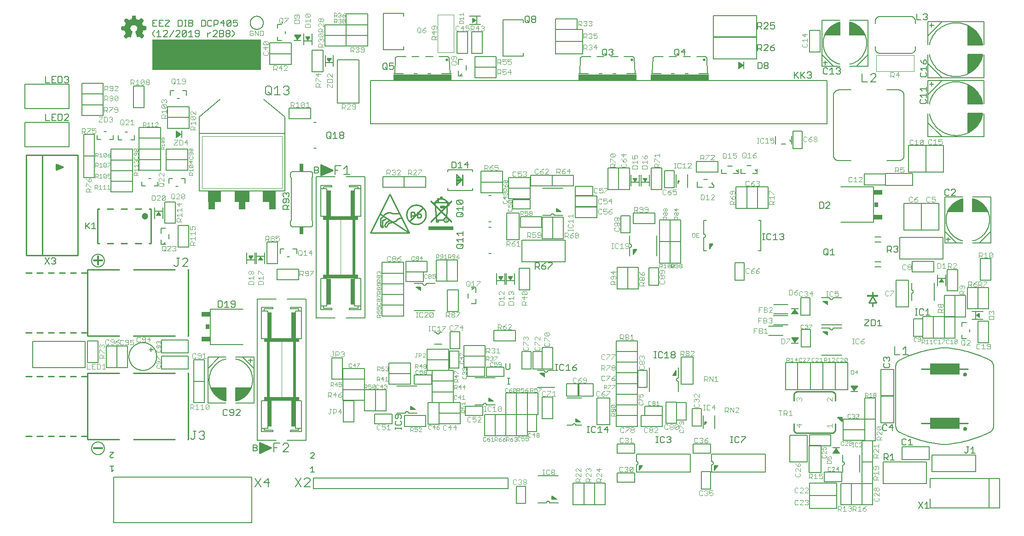
<source format=gto>
G75*
%MOIN*%
%OFA0B0*%
%FSLAX25Y25*%
%IPPOS*%
%LPD*%
%AMOC8*
5,1,8,0,0,1.08239X$1,22.5*
%
%ADD10R,0.01485X0.00015*%
%ADD11R,0.00045X0.00015*%
%ADD12R,0.00105X0.00015*%
%ADD13R,0.00165X0.00015*%
%ADD14R,0.00225X0.00015*%
%ADD15R,0.00285X0.00015*%
%ADD16R,0.00345X0.00015*%
%ADD17R,0.00405X0.00015*%
%ADD18R,0.00435X0.00015*%
%ADD19R,0.00465X0.00015*%
%ADD20R,0.00495X0.00015*%
%ADD21R,0.00540X0.00015*%
%ADD22R,0.00585X0.00015*%
%ADD23R,0.00645X0.00015*%
%ADD24R,0.00150X0.00015*%
%ADD25R,0.00675X0.00015*%
%ADD26R,0.00195X0.00015*%
%ADD27R,0.00705X0.00015*%
%ADD28R,0.00240X0.00015*%
%ADD29R,0.00735X0.00015*%
%ADD30R,0.00270X0.00015*%
%ADD31R,0.00765X0.00015*%
%ADD32R,0.00300X0.00015*%
%ADD33R,0.00810X0.00015*%
%ADD34R,0.00360X0.00015*%
%ADD35R,0.00855X0.00015*%
%ADD36R,0.00435X0.00015*%
%ADD37R,0.00915X0.00015*%
%ADD38R,0.00465X0.00015*%
%ADD39R,0.00945X0.00015*%
%ADD40R,0.00960X0.00015*%
%ADD41R,0.00525X0.00015*%
%ADD42R,0.00990X0.00015*%
%ADD43R,0.00555X0.00015*%
%ADD44R,0.01035X0.00015*%
%ADD45R,0.00600X0.00015*%
%ADD46R,0.01080X0.00015*%
%ADD47R,0.01125X0.00015*%
%ADD48R,0.01170X0.00015*%
%ADD49R,0.00720X0.00015*%
%ADD50R,0.01200X0.00015*%
%ADD51R,0.00750X0.00015*%
%ADD52R,0.01230X0.00015*%
%ADD53R,0.00780X0.00015*%
%ADD54R,0.01260X0.00015*%
%ADD55R,0.00810X0.00015*%
%ADD56R,0.01305X0.00015*%
%ADD57R,0.01365X0.00015*%
%ADD58R,0.00900X0.00015*%
%ADD59R,0.01395X0.00015*%
%ADD60R,0.01440X0.00015*%
%ADD61R,0.01470X0.00015*%
%ADD62R,0.01005X0.00015*%
%ADD63R,0.01500X0.00015*%
%ADD64R,0.01020X0.00015*%
%ADD65R,0.01530X0.00015*%
%ADD66R,0.01065X0.00015*%
%ADD67R,0.01575X0.00015*%
%ADD68R,0.01095X0.00015*%
%ADD69R,0.01635X0.00015*%
%ADD70R,0.01155X0.00015*%
%ADD71R,0.01680X0.00015*%
%ADD72R,0.01200X0.00015*%
%ADD73R,0.01710X0.00015*%
%ADD74R,0.01230X0.00015*%
%ADD75R,0.01725X0.00015*%
%ADD76R,0.01245X0.00015*%
%ADD77R,0.01755X0.00015*%
%ADD78R,0.01275X0.00015*%
%ADD79R,0.01800X0.00015*%
%ADD80R,0.01320X0.00015*%
%ADD81R,0.01860X0.00015*%
%ADD82R,0.01905X0.00015*%
%ADD83R,0.01410X0.00015*%
%ADD84R,0.01935X0.00015*%
%ADD85R,0.01455X0.00015*%
%ADD86R,0.01965X0.00015*%
%ADD87R,0.01485X0.00015*%
%ADD88R,0.01995X0.00015*%
%ADD89R,0.01515X0.00015*%
%ADD90R,0.02040X0.00015*%
%ADD91R,0.01530X0.00015*%
%ADD92R,0.02070X0.00015*%
%ADD93R,0.01575X0.00015*%
%ADD94R,0.02115X0.00015*%
%ADD95R,0.01620X0.00015*%
%ADD96R,0.02160X0.00015*%
%ADD97R,0.01665X0.00015*%
%ADD98R,0.02190X0.00015*%
%ADD99R,0.00075X0.00015*%
%ADD100R,0.01695X0.00015*%
%ADD101R,0.02220X0.00015*%
%ADD102R,0.00105X0.00015*%
%ADD103R,0.02235X0.00015*%
%ADD104R,0.00135X0.00015*%
%ADD105R,0.01755X0.00015*%
%ADD106R,0.02280X0.00015*%
%ADD107R,0.00180X0.00015*%
%ADD108R,0.01785X0.00015*%
%ADD109R,0.02340X0.00015*%
%ADD110R,0.00240X0.00015*%
%ADD111R,0.01830X0.00015*%
%ADD112R,0.02385X0.00015*%
%ADD113R,0.01890X0.00015*%
%ADD114R,0.02415X0.00015*%
%ADD115R,0.00330X0.00015*%
%ADD116R,0.00120X0.00015*%
%ADD117R,0.01920X0.00015*%
%ADD118R,0.02430X0.00015*%
%ADD119R,0.00375X0.00015*%
%ADD120R,0.02460X0.00015*%
%ADD121R,0.00405X0.00015*%
%ADD122R,0.00195X0.00015*%
%ADD123R,0.01965X0.00015*%
%ADD124R,0.02505X0.00015*%
%ADD125R,0.00210X0.00015*%
%ADD126R,0.02010X0.00015*%
%ADD127R,0.02535X0.00015*%
%ADD128R,0.00480X0.00015*%
%ADD129R,0.02580X0.00015*%
%ADD130R,0.00540X0.00015*%
%ADD131R,0.02085X0.00015*%
%ADD132R,0.02625X0.00015*%
%ADD133R,0.02130X0.00015*%
%ADD134R,0.02670X0.00015*%
%ADD135R,0.00630X0.00015*%
%ADD136R,0.02700X0.00015*%
%ADD137R,0.00660X0.00015*%
%ADD138R,0.00450X0.00015*%
%ADD139R,0.02190X0.00015*%
%ADD140R,0.02715X0.00015*%
%ADD141R,0.02205X0.00015*%
%ADD142R,0.02745X0.00015*%
%ADD143R,0.00510X0.00015*%
%ADD144R,0.02235X0.00015*%
%ADD145R,0.02775X0.00015*%
%ADD146R,0.02820X0.00015*%
%ADD147R,0.02310X0.00015*%
%ADD148R,0.02880X0.00015*%
%ADD149R,0.00855X0.00015*%
%ADD150R,0.02355X0.00015*%
%ADD151R,0.02895X0.00015*%
%ADD152R,0.00870X0.00015*%
%ADD153R,0.00660X0.00015*%
%ADD154R,0.02925X0.00015*%
%ADD155R,0.00690X0.00015*%
%ADD156R,0.02970X0.00015*%
%ADD157R,0.03000X0.00015*%
%ADD158R,0.00750X0.00015*%
%ADD159R,0.03045X0.00015*%
%ADD160R,0.01005X0.00015*%
%ADD161R,0.00780X0.00015*%
%ADD162R,0.02505X0.00015*%
%ADD163R,0.03090X0.00015*%
%ADD164R,0.01050X0.00015*%
%ADD165R,0.00825X0.00015*%
%ADD166R,0.02550X0.00015*%
%ADD167R,0.03135X0.00015*%
%ADD168R,0.01095X0.00015*%
%ADD169R,0.00870X0.00015*%
%ADD170R,0.03165X0.00015*%
%ADD171R,0.01125X0.00015*%
%ADD172R,0.02625X0.00015*%
%ADD173R,0.03195X0.00015*%
%ADD174R,0.01140X0.00015*%
%ADD175R,0.00930X0.00015*%
%ADD176R,0.02655X0.00015*%
%ADD177R,0.03210X0.00015*%
%ADD178R,0.00960X0.00015*%
%ADD179R,0.03240X0.00015*%
%ADD180R,0.02700X0.00015*%
%ADD181R,0.03285X0.00015*%
%ADD182R,0.01245X0.00015*%
%ADD183R,0.02745X0.00015*%
%ADD184R,0.03330X0.00015*%
%ADD185R,0.02790X0.00015*%
%ADD186R,0.03360X0.00015*%
%ADD187R,0.01110X0.00015*%
%ADD188R,0.02835X0.00015*%
%ADD189R,0.03390X0.00015*%
%ADD190R,0.01335X0.00015*%
%ADD191R,0.01140X0.00015*%
%ADD192R,0.02865X0.00015*%
%ADD193R,0.03420X0.00015*%
%ADD194R,0.01155X0.00015*%
%ADD195R,0.04905X0.00015*%
%ADD196R,0.04920X0.00015*%
%ADD197R,0.02940X0.00015*%
%ADD198R,0.04950X0.00015*%
%ADD199R,0.02985X0.00015*%
%ADD200R,0.04965X0.00015*%
%ADD201R,0.01275X0.00015*%
%ADD202R,0.03015X0.00015*%
%ADD203R,0.04980X0.00015*%
%ADD204R,0.03045X0.00015*%
%ADD205R,0.05010X0.00015*%
%ADD206R,0.01335X0.00015*%
%ADD207R,0.03075X0.00015*%
%ADD208R,0.01350X0.00015*%
%ADD209R,0.03105X0.00015*%
%ADD210R,0.05040X0.00015*%
%ADD211R,0.01380X0.00015*%
%ADD212R,0.05040X0.00015*%
%ADD213R,0.01410X0.00015*%
%ADD214R,0.03180X0.00015*%
%ADD215R,0.05070X0.00015*%
%ADD216R,0.03225X0.00015*%
%ADD217R,0.03255X0.00015*%
%ADD218R,0.05085X0.00015*%
%ADD219R,0.01515X0.00015*%
%ADD220R,0.03300X0.00015*%
%ADD221R,0.05100X0.00015*%
%ADD222R,0.04935X0.00015*%
%ADD223R,0.05115X0.00015*%
%ADD224R,0.04995X0.00015*%
%ADD225R,0.05130X0.00015*%
%ADD226R,0.05010X0.00015*%
%ADD227R,0.05130X0.00015*%
%ADD228R,0.05010X0.00015*%
%ADD229R,0.05025X0.00015*%
%ADD230R,0.05040X0.00015*%
%ADD231R,0.05055X0.00015*%
%ADD232R,0.05130X0.00015*%
%ADD233R,0.05085X0.00015*%
%ADD234R,0.05115X0.00015*%
%ADD235R,0.05145X0.00015*%
%ADD236R,0.05160X0.00015*%
%ADD237R,0.05130X0.00015*%
%ADD238R,0.05190X0.00015*%
%ADD239R,0.05190X0.00015*%
%ADD240R,0.05205X0.00015*%
%ADD241R,0.05220X0.00015*%
%ADD242R,0.05070X0.00015*%
%ADD243R,0.05085X0.00015*%
%ADD244R,0.05205X0.00015*%
%ADD245R,0.05220X0.00015*%
%ADD246R,0.05055X0.00015*%
%ADD247R,0.05025X0.00015*%
%ADD248R,0.05205X0.00015*%
%ADD249R,0.05025X0.00015*%
%ADD250R,0.05190X0.00015*%
%ADD251R,0.05190X0.00015*%
%ADD252R,0.04995X0.00015*%
%ADD253R,0.05175X0.00015*%
%ADD254R,0.04950X0.00015*%
%ADD255R,0.05145X0.00015*%
%ADD256R,0.05145X0.00015*%
%ADD257R,0.04920X0.00015*%
%ADD258R,0.04905X0.00015*%
%ADD259R,0.04905X0.00015*%
%ADD260R,0.05115X0.00015*%
%ADD261R,0.04890X0.00015*%
%ADD262R,0.04890X0.00015*%
%ADD263R,0.04875X0.00015*%
%ADD264R,0.04845X0.00015*%
%ADD265R,0.04830X0.00015*%
%ADD266R,0.04830X0.00015*%
%ADD267R,0.05070X0.00015*%
%ADD268R,0.04830X0.00015*%
%ADD269R,0.04815X0.00015*%
%ADD270R,0.04800X0.00015*%
%ADD271R,0.04800X0.00015*%
%ADD272R,0.05010X0.00015*%
%ADD273R,0.04785X0.00015*%
%ADD274R,0.04770X0.00015*%
%ADD275R,0.04770X0.00015*%
%ADD276R,0.04755X0.00015*%
%ADD277R,0.04740X0.00015*%
%ADD278R,0.04725X0.00015*%
%ADD279R,0.04725X0.00015*%
%ADD280R,0.04980X0.00015*%
%ADD281R,0.04710X0.00015*%
%ADD282R,0.04725X0.00015*%
%ADD283R,0.04710X0.00015*%
%ADD284R,0.04695X0.00015*%
%ADD285R,0.04680X0.00015*%
%ADD286R,0.04695X0.00015*%
%ADD287R,0.04680X0.00015*%
%ADD288R,0.04905X0.00015*%
%ADD289R,0.04665X0.00015*%
%ADD290R,0.04650X0.00015*%
%ADD291R,0.04635X0.00015*%
%ADD292R,0.04620X0.00015*%
%ADD293R,0.04620X0.00015*%
%ADD294R,0.04890X0.00015*%
%ADD295R,0.04605X0.00015*%
%ADD296R,0.04605X0.00015*%
%ADD297R,0.04590X0.00015*%
%ADD298R,0.04845X0.00015*%
%ADD299R,0.04575X0.00015*%
%ADD300R,0.04590X0.00015*%
%ADD301R,0.04575X0.00015*%
%ADD302R,0.04845X0.00015*%
%ADD303R,0.04560X0.00015*%
%ADD304R,0.04545X0.00015*%
%ADD305R,0.04530X0.00015*%
%ADD306R,0.04515X0.00015*%
%ADD307R,0.04530X0.00015*%
%ADD308R,0.04500X0.00015*%
%ADD309R,0.04515X0.00015*%
%ADD310R,0.04785X0.00015*%
%ADD311R,0.04485X0.00015*%
%ADD312R,0.04755X0.00015*%
%ADD313R,0.04470X0.00015*%
%ADD314R,0.04740X0.00015*%
%ADD315R,0.04485X0.00015*%
%ADD316R,0.04755X0.00015*%
%ADD317R,0.04545X0.00015*%
%ADD318R,0.04695X0.00015*%
%ADD319R,0.04680X0.00015*%
%ADD320R,0.04665X0.00015*%
%ADD321R,0.04725X0.00015*%
%ADD322R,0.04680X0.00015*%
%ADD323R,0.04860X0.00015*%
%ADD324R,0.04740X0.00015*%
%ADD325R,0.04875X0.00015*%
%ADD326R,0.04965X0.00015*%
%ADD327R,0.04860X0.00015*%
%ADD328R,0.04995X0.00015*%
%ADD329R,0.04875X0.00015*%
%ADD330R,0.04980X0.00015*%
%ADD331R,0.05235X0.00015*%
%ADD332R,0.05235X0.00015*%
%ADD333R,0.05250X0.00015*%
%ADD334R,0.05280X0.00015*%
%ADD335R,0.05295X0.00015*%
%ADD336R,0.05325X0.00015*%
%ADD337R,0.05340X0.00015*%
%ADD338R,0.05235X0.00015*%
%ADD339R,0.05355X0.00015*%
%ADD340R,0.05370X0.00015*%
%ADD341R,0.05265X0.00015*%
%ADD342R,0.05370X0.00015*%
%ADD343R,0.05280X0.00015*%
%ADD344R,0.05385X0.00015*%
%ADD345R,0.05295X0.00015*%
%ADD346R,0.05400X0.00015*%
%ADD347R,0.05415X0.00015*%
%ADD348R,0.05310X0.00015*%
%ADD349R,0.05430X0.00015*%
%ADD350R,0.05445X0.00015*%
%ADD351R,0.05460X0.00015*%
%ADD352R,0.05355X0.00015*%
%ADD353R,0.05475X0.00015*%
%ADD354R,0.05505X0.00015*%
%ADD355R,0.05520X0.00015*%
%ADD356R,0.05535X0.00015*%
%ADD357R,0.05550X0.00015*%
%ADD358R,0.05550X0.00015*%
%ADD359R,0.05475X0.00015*%
%ADD360R,0.05490X0.00015*%
%ADD361R,0.05475X0.00015*%
%ADD362R,0.05385X0.00015*%
%ADD363R,0.05370X0.00015*%
%ADD364R,0.05325X0.00015*%
%ADD365R,0.05310X0.00015*%
%ADD366R,0.05265X0.00015*%
%ADD367R,0.05175X0.00015*%
%ADD368R,0.04980X0.00015*%
%ADD369R,0.04965X0.00015*%
%ADD370R,0.04860X0.00015*%
%ADD371R,0.04845X0.00015*%
%ADD372R,0.04815X0.00015*%
%ADD373R,0.04770X0.00015*%
%ADD374R,0.05295X0.00015*%
%ADD375R,0.04635X0.00015*%
%ADD376R,0.05610X0.00015*%
%ADD377R,0.05700X0.00015*%
%ADD378R,0.05760X0.00015*%
%ADD379R,0.05805X0.00015*%
%ADD380R,0.05850X0.00015*%
%ADD381R,0.05895X0.00015*%
%ADD382R,0.06000X0.00015*%
%ADD383R,0.06135X0.00015*%
%ADD384R,0.06225X0.00015*%
%ADD385R,0.06300X0.00015*%
%ADD386R,0.06330X0.00015*%
%ADD387R,0.06375X0.00015*%
%ADD388R,0.06450X0.00015*%
%ADD389R,0.06570X0.00015*%
%ADD390R,0.05565X0.00015*%
%ADD391R,0.06690X0.00015*%
%ADD392R,0.06735X0.00015*%
%ADD393R,0.05790X0.00015*%
%ADD394R,0.06765X0.00015*%
%ADD395R,0.05850X0.00015*%
%ADD396R,0.06780X0.00015*%
%ADD397R,0.05895X0.00015*%
%ADD398R,0.06795X0.00015*%
%ADD399R,0.05955X0.00015*%
%ADD400R,0.06810X0.00015*%
%ADD401R,0.06060X0.00015*%
%ADD402R,0.06195X0.00015*%
%ADD403R,0.06825X0.00015*%
%ADD404R,0.06330X0.00015*%
%ADD405R,0.06840X0.00015*%
%ADD406R,0.06390X0.00015*%
%ADD407R,0.06495X0.00015*%
%ADD408R,0.06840X0.00015*%
%ADD409R,0.06555X0.00015*%
%ADD410R,0.06825X0.00015*%
%ADD411R,0.06645X0.00015*%
%ADD412R,0.06825X0.00015*%
%ADD413R,0.06705X0.00015*%
%ADD414R,0.06705X0.00015*%
%ADD415R,0.06810X0.00015*%
%ADD416R,0.06720X0.00015*%
%ADD417R,0.06795X0.00015*%
%ADD418R,0.06750X0.00015*%
%ADD419R,0.06765X0.00015*%
%ADD420R,0.06795X0.00015*%
%ADD421R,0.06780X0.00015*%
%ADD422R,0.06780X0.00015*%
%ADD423R,0.06750X0.00015*%
%ADD424R,0.06720X0.00015*%
%ADD425R,0.06720X0.00015*%
%ADD426R,0.06705X0.00015*%
%ADD427R,0.06705X0.00015*%
%ADD428R,0.06690X0.00015*%
%ADD429R,0.06675X0.00015*%
%ADD430R,0.06690X0.00015*%
%ADD431R,0.06675X0.00015*%
%ADD432R,0.06675X0.00015*%
%ADD433R,0.06660X0.00015*%
%ADD434R,0.06675X0.00015*%
%ADD435R,0.06660X0.00015*%
%ADD436R,0.06660X0.00015*%
%ADD437R,0.06645X0.00015*%
%ADD438R,0.06630X0.00015*%
%ADD439R,0.06660X0.00015*%
%ADD440R,0.06630X0.00015*%
%ADD441R,0.06645X0.00015*%
%ADD442R,0.06735X0.00015*%
%ADD443R,0.06765X0.00015*%
%ADD444R,0.06780X0.00015*%
%ADD445R,0.06825X0.00015*%
%ADD446R,0.06855X0.00015*%
%ADD447R,0.06855X0.00015*%
%ADD448R,0.06870X0.00015*%
%ADD449R,0.06885X0.00015*%
%ADD450R,0.06525X0.00015*%
%ADD451R,0.06405X0.00015*%
%ADD452R,0.06255X0.00015*%
%ADD453R,0.06165X0.00015*%
%ADD454R,0.06870X0.00015*%
%ADD455R,0.06120X0.00015*%
%ADD456R,0.06885X0.00015*%
%ADD457R,0.06060X0.00015*%
%ADD458R,0.06015X0.00015*%
%ADD459R,0.05910X0.00015*%
%ADD460R,0.05670X0.00015*%
%ADD461R,0.05595X0.00015*%
%ADD462R,0.06585X0.00015*%
%ADD463R,0.05160X0.00015*%
%ADD464R,0.06390X0.00015*%
%ADD465R,0.05025X0.00015*%
%ADD466R,0.06330X0.00015*%
%ADD467R,0.06075X0.00015*%
%ADD468R,0.05820X0.00015*%
%ADD469R,0.05775X0.00015*%
%ADD470R,0.05685X0.00015*%
%ADD471R,0.05460X0.00015*%
%ADD472R,0.04860X0.00015*%
%ADD473R,0.04935X0.00015*%
%ADD474R,0.05160X0.00015*%
%ADD475R,0.05325X0.00015*%
%ADD476R,0.05340X0.00015*%
%ADD477R,0.05355X0.00015*%
%ADD478R,0.05430X0.00015*%
%ADD479R,0.05535X0.00015*%
%ADD480R,0.05595X0.00015*%
%ADD481R,0.05640X0.00015*%
%ADD482R,0.05640X0.00015*%
%ADD483R,0.05670X0.00015*%
%ADD484R,0.05685X0.00015*%
%ADD485R,0.05700X0.00015*%
%ADD486R,0.05715X0.00015*%
%ADD487R,0.05715X0.00015*%
%ADD488R,0.05730X0.00015*%
%ADD489R,0.05745X0.00015*%
%ADD490R,0.05760X0.00015*%
%ADD491R,0.06000X0.00015*%
%ADD492R,0.06105X0.00015*%
%ADD493R,0.06180X0.00015*%
%ADD494R,0.06210X0.00015*%
%ADD495R,0.12690X0.00015*%
%ADD496R,0.12675X0.00015*%
%ADD497R,0.12660X0.00015*%
%ADD498R,0.12660X0.00015*%
%ADD499R,0.12645X0.00015*%
%ADD500R,0.12615X0.00015*%
%ADD501R,0.12600X0.00015*%
%ADD502R,0.12585X0.00015*%
%ADD503R,0.12555X0.00015*%
%ADD504R,0.12540X0.00015*%
%ADD505R,0.12525X0.00015*%
%ADD506R,0.12510X0.00015*%
%ADD507R,0.12510X0.00015*%
%ADD508R,0.12480X0.00015*%
%ADD509R,0.12450X0.00015*%
%ADD510R,0.12435X0.00015*%
%ADD511R,0.12420X0.00015*%
%ADD512R,0.12390X0.00015*%
%ADD513R,0.12375X0.00015*%
%ADD514R,0.12360X0.00015*%
%ADD515R,0.12330X0.00015*%
%ADD516R,0.12300X0.00015*%
%ADD517R,0.12285X0.00015*%
%ADD518R,0.12270X0.00015*%
%ADD519R,0.12255X0.00015*%
%ADD520R,0.12240X0.00015*%
%ADD521R,0.12225X0.00015*%
%ADD522R,0.12195X0.00015*%
%ADD523R,0.12165X0.00015*%
%ADD524R,0.12150X0.00015*%
%ADD525R,0.12135X0.00015*%
%ADD526R,0.12120X0.00015*%
%ADD527R,0.12090X0.00015*%
%ADD528R,0.12075X0.00015*%
%ADD529R,0.12060X0.00015*%
%ADD530R,0.12045X0.00015*%
%ADD531R,0.12015X0.00015*%
%ADD532R,0.12000X0.00015*%
%ADD533R,0.11985X0.00015*%
%ADD534R,0.11955X0.00015*%
%ADD535R,0.11940X0.00015*%
%ADD536R,0.11925X0.00015*%
%ADD537R,0.11910X0.00015*%
%ADD538R,0.11910X0.00015*%
%ADD539R,0.11880X0.00015*%
%ADD540R,0.11850X0.00015*%
%ADD541R,0.11835X0.00015*%
%ADD542R,0.11805X0.00015*%
%ADD543R,0.11775X0.00015*%
%ADD544R,0.11760X0.00015*%
%ADD545R,0.11745X0.00015*%
%ADD546R,0.11730X0.00015*%
%ADD547R,0.11700X0.00015*%
%ADD548R,0.11700X0.00015*%
%ADD549R,0.11685X0.00015*%
%ADD550R,0.11655X0.00015*%
%ADD551R,0.11640X0.00015*%
%ADD552R,0.11625X0.00015*%
%ADD553R,0.11625X0.00015*%
%ADD554R,0.11670X0.00015*%
%ADD555R,0.11715X0.00015*%
%ADD556R,0.11790X0.00015*%
%ADD557R,0.11820X0.00015*%
%ADD558R,0.11820X0.00015*%
%ADD559R,0.11880X0.00015*%
%ADD560R,0.11895X0.00015*%
%ADD561R,0.11970X0.00015*%
%ADD562R,0.12045X0.00015*%
%ADD563R,0.12075X0.00015*%
%ADD564R,0.12105X0.00015*%
%ADD565R,0.12135X0.00015*%
%ADD566R,0.12165X0.00015*%
%ADD567R,0.12180X0.00015*%
%ADD568R,0.12195X0.00015*%
%ADD569R,0.12210X0.00015*%
%ADD570R,0.12225X0.00015*%
%ADD571R,0.12255X0.00015*%
%ADD572R,0.12360X0.00015*%
%ADD573R,0.12390X0.00015*%
%ADD574R,0.12405X0.00015*%
%ADD575R,0.12435X0.00015*%
%ADD576R,0.12480X0.00015*%
%ADD577R,0.12480X0.00015*%
%ADD578R,0.12510X0.00015*%
%ADD579R,0.12570X0.00015*%
%ADD580R,0.12630X0.00015*%
%ADD581R,0.12675X0.00015*%
%ADD582R,0.12705X0.00015*%
%ADD583R,0.12735X0.00015*%
%ADD584R,0.12750X0.00015*%
%ADD585R,0.12780X0.00015*%
%ADD586R,0.12795X0.00015*%
%ADD587R,0.12810X0.00015*%
%ADD588R,0.12840X0.00015*%
%ADD589R,0.12855X0.00015*%
%ADD590R,0.12885X0.00015*%
%ADD591R,0.12900X0.00015*%
%ADD592R,0.12915X0.00015*%
%ADD593R,0.12945X0.00015*%
%ADD594R,0.12960X0.00015*%
%ADD595R,0.12990X0.00015*%
%ADD596R,0.13005X0.00015*%
%ADD597R,0.13020X0.00015*%
%ADD598R,0.13035X0.00015*%
%ADD599R,0.13065X0.00015*%
%ADD600R,0.13080X0.00015*%
%ADD601R,0.13110X0.00015*%
%ADD602R,0.13125X0.00015*%
%ADD603R,0.13155X0.00015*%
%ADD604R,0.13170X0.00015*%
%ADD605R,0.13200X0.00015*%
%ADD606R,0.13230X0.00015*%
%ADD607R,0.13260X0.00015*%
%ADD608R,0.13290X0.00015*%
%ADD609R,0.13320X0.00015*%
%ADD610R,0.13350X0.00015*%
%ADD611R,0.13365X0.00015*%
%ADD612R,0.13395X0.00015*%
%ADD613R,0.13425X0.00015*%
%ADD614R,0.13455X0.00015*%
%ADD615R,0.13470X0.00015*%
%ADD616R,0.13500X0.00015*%
%ADD617R,0.13530X0.00015*%
%ADD618R,0.13560X0.00015*%
%ADD619R,0.13575X0.00015*%
%ADD620R,0.13605X0.00015*%
%ADD621R,0.13635X0.00015*%
%ADD622R,0.13650X0.00015*%
%ADD623R,0.13680X0.00015*%
%ADD624R,0.13695X0.00015*%
%ADD625R,0.13725X0.00015*%
%ADD626R,0.13740X0.00015*%
%ADD627R,0.13770X0.00015*%
%ADD628R,0.13785X0.00015*%
%ADD629R,0.13800X0.00015*%
%ADD630R,0.13830X0.00015*%
%ADD631R,0.13860X0.00015*%
%ADD632R,0.13875X0.00015*%
%ADD633R,0.13905X0.00015*%
%ADD634R,0.13935X0.00015*%
%ADD635R,0.13950X0.00015*%
%ADD636R,0.13980X0.00015*%
%ADD637R,0.14010X0.00015*%
%ADD638R,0.14025X0.00015*%
%ADD639R,0.14055X0.00015*%
%ADD640R,0.14070X0.00015*%
%ADD641R,0.14085X0.00015*%
%ADD642R,0.14115X0.00015*%
%ADD643R,0.14145X0.00015*%
%ADD644R,0.14160X0.00015*%
%ADD645R,0.14190X0.00015*%
%ADD646R,0.14205X0.00015*%
%ADD647R,0.14220X0.00015*%
%ADD648R,0.14235X0.00015*%
%ADD649R,0.14265X0.00015*%
%ADD650R,0.14280X0.00015*%
%ADD651R,0.14295X0.00015*%
%ADD652R,0.14295X0.00015*%
%ADD653R,0.14250X0.00015*%
%ADD654R,0.14205X0.00015*%
%ADD655R,0.14175X0.00015*%
%ADD656R,0.14160X0.00015*%
%ADD657R,0.14130X0.00015*%
%ADD658R,0.14100X0.00015*%
%ADD659R,0.14040X0.00015*%
%ADD660R,0.14010X0.00015*%
%ADD661R,0.03465X0.00015*%
%ADD662R,0.10440X0.00015*%
%ADD663R,0.03420X0.00015*%
%ADD664R,0.10395X0.00015*%
%ADD665R,0.03375X0.00015*%
%ADD666R,0.10335X0.00015*%
%ADD667R,0.03570X0.00015*%
%ADD668R,0.06600X0.00015*%
%ADD669R,0.03525X0.00015*%
%ADD670R,0.03270X0.00015*%
%ADD671R,0.03495X0.00015*%
%ADD672R,0.03210X0.00015*%
%ADD673R,0.06480X0.00015*%
%ADD674R,0.03435X0.00015*%
%ADD675R,0.03165X0.00015*%
%ADD676R,0.03390X0.00015*%
%ADD677R,0.03120X0.00015*%
%ADD678R,0.06315X0.00015*%
%ADD679R,0.03345X0.00015*%
%ADD680R,0.03090X0.00015*%
%ADD681R,0.03075X0.00015*%
%ADD682R,0.06225X0.00015*%
%ADD683R,0.03270X0.00015*%
%ADD684R,0.06180X0.00015*%
%ADD685R,0.02970X0.00015*%
%ADD686R,0.06075X0.00015*%
%ADD687R,0.03195X0.00015*%
%ADD688R,0.02925X0.00015*%
%ADD689R,0.05985X0.00015*%
%ADD690R,0.03135X0.00015*%
%ADD691R,0.02850X0.00015*%
%ADD692R,0.05835X0.00015*%
%ADD693R,0.03030X0.00015*%
%ADD694R,0.02805X0.00015*%
%ADD695R,0.02730X0.00015*%
%ADD696R,0.05625X0.00015*%
%ADD697R,0.02925X0.00015*%
%ADD698R,0.02640X0.00015*%
%ADD699R,0.02595X0.00015*%
%ADD700R,0.02565X0.00015*%
%ADD701R,0.02760X0.00015*%
%ADD702R,0.02520X0.00015*%
%ADD703R,0.02730X0.00015*%
%ADD704R,0.02475X0.00015*%
%ADD705R,0.02685X0.00015*%
%ADD706R,0.02445X0.00015*%
%ADD707R,0.02400X0.00015*%
%ADD708R,0.02370X0.00015*%
%ADD709R,0.02565X0.00015*%
%ADD710R,0.02340X0.00015*%
%ADD711R,0.02325X0.00015*%
%ADD712R,0.02505X0.00015*%
%ADD713R,0.02280X0.00015*%
%ADD714R,0.02460X0.00015*%
%ADD715R,0.04560X0.00015*%
%ADD716R,0.02190X0.00015*%
%ADD717R,0.04440X0.00015*%
%ADD718R,0.02370X0.00015*%
%ADD719R,0.02145X0.00015*%
%ADD720R,0.04365X0.00015*%
%ADD721R,0.04320X0.00015*%
%ADD722R,0.02310X0.00015*%
%ADD723R,0.02100X0.00015*%
%ADD724R,0.04260X0.00015*%
%ADD725R,0.04200X0.00015*%
%ADD726R,0.02265X0.00015*%
%ADD727R,0.02040X0.00015*%
%ADD728R,0.04095X0.00015*%
%ADD729R,0.02220X0.00015*%
%ADD730R,0.03915X0.00015*%
%ADD731R,0.02175X0.00015*%
%ADD732R,0.03765X0.00015*%
%ADD733R,0.03675X0.00015*%
%ADD734R,0.01890X0.00015*%
%ADD735R,0.03615X0.00015*%
%ADD736R,0.02055X0.00015*%
%ADD737R,0.01860X0.00015*%
%ADD738R,0.03555X0.00015*%
%ADD739R,0.01815X0.00015*%
%ADD740R,0.03450X0.00015*%
%ADD741R,0.01725X0.00015*%
%ADD742R,0.03315X0.00015*%
%ADD743R,0.01905X0.00015*%
%ADD744R,0.01680X0.00015*%
%ADD745R,0.01650X0.00015*%
%ADD746R,0.01620X0.00015*%
%ADD747R,0.01590X0.00015*%
%ADD748R,0.01770X0.00015*%
%ADD749R,0.01560X0.00015*%
%ADD750R,0.03240X0.00015*%
%ADD751R,0.01740X0.00015*%
%ADD752R,0.01665X0.00015*%
%ADD753R,0.01455X0.00015*%
%ADD754R,0.01635X0.00015*%
%ADD755R,0.01410X0.00015*%
%ADD756R,0.01395X0.00015*%
%ADD757R,0.01365X0.00015*%
%ADD758R,0.01335X0.00015*%
%ADD759R,0.01290X0.00015*%
%ADD760R,0.03210X0.00015*%
%ADD761R,0.01455X0.00015*%
%ADD762R,0.01185X0.00015*%
%ADD763R,0.01290X0.00015*%
%ADD764R,0.01110X0.00015*%
%ADD765R,0.01260X0.00015*%
%ADD766R,0.03180X0.00015*%
%ADD767R,0.00975X0.00015*%
%ADD768R,0.03150X0.00015*%
%ADD769R,0.00885X0.00015*%
%ADD770R,0.03150X0.00015*%
%ADD771R,0.01050X0.00015*%
%ADD772R,0.00795X0.00015*%
%ADD773R,0.00885X0.00015*%
%ADD774R,0.00690X0.00015*%
%ADD775R,0.00840X0.00015*%
%ADD776R,0.00570X0.00015*%
%ADD777R,0.00525X0.00015*%
%ADD778R,0.03105X0.00015*%
%ADD779R,0.00660X0.00015*%
%ADD780R,0.00615X0.00015*%
%ADD781R,0.00420X0.00015*%
%ADD782R,0.00555X0.00015*%
%ADD783R,0.00390X0.00015*%
%ADD784R,0.00525X0.00015*%
%ADD785R,0.00360X0.00015*%
%ADD786R,0.00495X0.00015*%
%ADD787R,0.03075X0.00015*%
%ADD788R,0.00450X0.00015*%
%ADD789R,0.00225X0.00015*%
%ADD790R,0.00345X0.00015*%
%ADD791R,0.00255X0.00015*%
%ADD792R,0.03060X0.00015*%
%ADD793R,0.00180X0.00015*%
%ADD794R,0.00075X0.00015*%
%ADD795R,0.03000X0.00015*%
%ADD796R,0.02955X0.00015*%
%ADD797R,0.02940X0.00015*%
%ADD798R,0.02940X0.00015*%
%ADD799R,0.02910X0.00015*%
%ADD800R,0.02910X0.00015*%
%ADD801R,0.02865X0.00015*%
%ADD802R,0.02805X0.00015*%
%ADD803R,0.02775X0.00015*%
%ADD804R,0.02760X0.00015*%
%ADD805R,0.02655X0.00015*%
%ADD806R,0.02640X0.00015*%
%ADD807R,0.02610X0.00015*%
%ADD808R,0.02595X0.00015*%
%ADD809R,0.02535X0.00015*%
%ADD810R,0.02475X0.00015*%
%ADD811R,0.02175X0.00015*%
%ADD812R,0.01575X0.00015*%
%ADD813C,0.00500*%
%ADD814R,0.78750X0.22250*%
%ADD815C,0.00800*%
%ADD816C,0.01200*%
%ADD817C,0.01000*%
%ADD818C,0.00400*%
%ADD819C,0.00300*%
%ADD820R,0.05512X0.00787*%
%ADD821C,0.00600*%
%ADD822C,0.02000*%
%ADD823R,0.42000X0.04000*%
%ADD824R,0.07500X0.01000*%
%ADD825R,0.03000X0.01000*%
%ADD826R,0.01750X0.09000*%
%ADD827R,0.00600X0.09000*%
%ADD828C,0.00000*%
%ADD829C,0.00700*%
%ADD830C,0.00200*%
%ADD831C,0.04724*%
%ADD832R,0.03000X0.03400*%
%ADD833R,0.06000X0.03400*%
%ADD834R,0.18000X0.03000*%
%ADD835R,0.09500X0.08000*%
%ADD836R,0.11000X0.08000*%
%ADD837R,0.05000X0.07500*%
%ADD838R,0.03000X0.05500*%
%ADD839R,0.04500X0.02500*%
%ADD840R,0.16000X0.02500*%
%ADD841R,0.02000X0.40000*%
%ADD842R,0.03000X0.19000*%
%ADD843R,0.00787X0.05512*%
%ADD844R,0.08268X0.01181*%
%ADD845R,0.21654X0.07874*%
%ADD846C,0.01378*%
D10*
X0176868Y0432554D03*
D11*
X0173978Y0426844D03*
X0182183Y0427714D03*
X0185363Y0427009D03*
D12*
X0173978Y0426859D03*
D13*
X0173978Y0426874D03*
D14*
X0173978Y0426889D03*
D15*
X0173978Y0426904D03*
X0174068Y0441289D03*
D16*
X0173978Y0426919D03*
X0182228Y0427804D03*
D17*
X0182243Y0427819D03*
X0173978Y0426933D03*
D18*
X0173978Y0426949D03*
D19*
X0173978Y0426964D03*
D20*
X0173978Y0426979D03*
X0185363Y0427144D03*
D21*
X0173986Y0426994D03*
D22*
X0173993Y0427009D03*
X0177008Y0427819D03*
X0182318Y0427909D03*
D23*
X0182333Y0427924D03*
X0185348Y0427204D03*
X0173993Y0427024D03*
D24*
X0182176Y0427744D03*
X0185371Y0427024D03*
D25*
X0185348Y0427219D03*
X0176978Y0427864D03*
X0173993Y0427039D03*
D26*
X0185363Y0427039D03*
D27*
X0182363Y0427969D03*
X0176963Y0427879D03*
X0173993Y0427054D03*
D28*
X0185371Y0427054D03*
D29*
X0173993Y0427069D03*
D30*
X0182206Y0427789D03*
X0185371Y0427069D03*
D31*
X0176948Y0427894D03*
X0173993Y0427083D03*
D32*
X0177106Y0427714D03*
X0185371Y0427083D03*
X0184996Y0441333D03*
D33*
X0174001Y0427099D03*
D34*
X0185371Y0427099D03*
D35*
X0185333Y0427294D03*
X0174008Y0427114D03*
D36*
X0177068Y0427774D03*
X0182258Y0427833D03*
X0185363Y0427114D03*
D37*
X0182423Y0428044D03*
X0176888Y0427969D03*
X0174008Y0427129D03*
X0174098Y0441033D03*
D38*
X0174083Y0441214D03*
X0185363Y0427129D03*
D39*
X0185333Y0427324D03*
X0176873Y0427983D03*
X0174008Y0427144D03*
X0184973Y0441094D03*
X0179393Y0443209D03*
D40*
X0174016Y0427159D03*
D41*
X0185363Y0427159D03*
D42*
X0185326Y0427339D03*
X0182446Y0428089D03*
X0174016Y0427174D03*
X0184966Y0441079D03*
D43*
X0185363Y0427174D03*
D44*
X0174023Y0427189D03*
D45*
X0185356Y0427189D03*
X0174091Y0441169D03*
D46*
X0184966Y0441033D03*
X0182476Y0428119D03*
X0174016Y0427204D03*
D47*
X0174023Y0427219D03*
D48*
X0174031Y0427233D03*
X0176806Y0428074D03*
X0182506Y0428179D03*
X0184951Y0441004D03*
D49*
X0184981Y0441183D03*
X0185341Y0427233D03*
D50*
X0174031Y0427249D03*
D51*
X0185341Y0427249D03*
D52*
X0174031Y0427264D03*
X0174121Y0440914D03*
X0184951Y0440989D03*
D53*
X0184981Y0441154D03*
X0185341Y0427264D03*
D54*
X0174031Y0427279D03*
D55*
X0176926Y0427909D03*
X0185341Y0427279D03*
X0184981Y0441139D03*
D56*
X0182558Y0428239D03*
X0174038Y0427294D03*
D57*
X0174038Y0427309D03*
X0176738Y0428164D03*
X0185303Y0427504D03*
D58*
X0185326Y0427309D03*
X0176896Y0427954D03*
D59*
X0174038Y0427324D03*
D60*
X0174046Y0427339D03*
D61*
X0174046Y0427354D03*
X0182596Y0428329D03*
D62*
X0185318Y0427354D03*
D63*
X0174046Y0427369D03*
X0174136Y0440809D03*
X0184936Y0440883D03*
D64*
X0184966Y0441064D03*
X0174106Y0441004D03*
X0185326Y0427369D03*
D65*
X0174046Y0427383D03*
D66*
X0185318Y0427383D03*
D67*
X0174053Y0427399D03*
D68*
X0185318Y0427399D03*
D69*
X0174053Y0427414D03*
D70*
X0185318Y0427414D03*
D71*
X0174061Y0427429D03*
D72*
X0176806Y0428089D03*
X0182521Y0428194D03*
X0185311Y0427429D03*
D73*
X0174061Y0427444D03*
D74*
X0185311Y0427444D03*
D75*
X0185273Y0427654D03*
X0174068Y0427459D03*
D76*
X0185303Y0427459D03*
D77*
X0174068Y0427474D03*
D78*
X0176768Y0428119D03*
X0185303Y0427474D03*
D79*
X0174061Y0427489D03*
X0184921Y0440764D03*
D80*
X0184951Y0440944D03*
X0185296Y0427489D03*
X0176761Y0428133D03*
D81*
X0174076Y0427504D03*
D82*
X0174083Y0427519D03*
X0174158Y0440644D03*
D83*
X0185296Y0427519D03*
D84*
X0185258Y0427744D03*
X0174083Y0427533D03*
X0174158Y0440629D03*
X0179573Y0443179D03*
D85*
X0182588Y0428314D03*
X0185288Y0427533D03*
D86*
X0174083Y0427549D03*
D87*
X0185288Y0427549D03*
D88*
X0174083Y0427564D03*
X0174158Y0440614D03*
D89*
X0185288Y0427564D03*
D90*
X0185251Y0427789D03*
X0174091Y0427579D03*
X0184906Y0440674D03*
D91*
X0184936Y0440869D03*
X0185281Y0427579D03*
D92*
X0174091Y0427594D03*
X0174166Y0440583D03*
D93*
X0185288Y0427594D03*
D94*
X0174098Y0427609D03*
D95*
X0185281Y0427609D03*
D96*
X0185236Y0427833D03*
X0174106Y0427624D03*
D97*
X0185273Y0427624D03*
D98*
X0174106Y0427639D03*
D99*
X0177158Y0427639D03*
D100*
X0185273Y0427639D03*
D101*
X0174106Y0427654D03*
D102*
X0177158Y0427654D03*
D103*
X0174113Y0427669D03*
X0174173Y0440509D03*
X0179588Y0443133D03*
D104*
X0177158Y0427669D03*
D105*
X0185273Y0427669D03*
D106*
X0185221Y0427894D03*
X0174121Y0427683D03*
D107*
X0177136Y0427683D03*
D108*
X0185273Y0427683D03*
X0174143Y0440704D03*
D109*
X0174121Y0427699D03*
D110*
X0177121Y0427699D03*
D111*
X0185266Y0427699D03*
X0184921Y0440749D03*
D112*
X0185213Y0427939D03*
X0174128Y0427714D03*
D113*
X0185266Y0427714D03*
D114*
X0185213Y0427954D03*
X0174128Y0427729D03*
X0184868Y0440509D03*
D115*
X0174076Y0441274D03*
X0177091Y0427729D03*
D116*
X0182176Y0427729D03*
X0174076Y0441319D03*
D117*
X0185266Y0427729D03*
D118*
X0185206Y0427969D03*
X0174136Y0427744D03*
X0179581Y0443059D03*
D119*
X0177083Y0427744D03*
D120*
X0174136Y0427759D03*
X0185206Y0427983D03*
D121*
X0177083Y0427759D03*
D122*
X0182183Y0427759D03*
D123*
X0185258Y0427759D03*
X0184913Y0440704D03*
D124*
X0174143Y0427774D03*
D125*
X0182191Y0427774D03*
D126*
X0185251Y0427774D03*
X0184906Y0440689D03*
D127*
X0184853Y0440464D03*
X0179573Y0442804D03*
X0179573Y0442819D03*
X0179573Y0442833D03*
X0179573Y0442864D03*
X0174143Y0427789D03*
D128*
X0177061Y0427789D03*
X0182266Y0427864D03*
X0184996Y0441274D03*
D129*
X0184846Y0440433D03*
X0179581Y0442729D03*
X0185191Y0428029D03*
X0174151Y0427804D03*
D130*
X0177031Y0427804D03*
X0182296Y0427894D03*
D131*
X0185243Y0427804D03*
X0184898Y0440644D03*
D132*
X0174158Y0427819D03*
D133*
X0185236Y0427819D03*
X0184891Y0440629D03*
X0174166Y0440554D03*
D134*
X0174226Y0440314D03*
X0179566Y0442519D03*
X0179566Y0442533D03*
X0185176Y0428074D03*
X0174166Y0427833D03*
D135*
X0177001Y0427833D03*
X0174091Y0441154D03*
D136*
X0179566Y0442399D03*
X0174166Y0427849D03*
D137*
X0176986Y0427849D03*
D138*
X0182266Y0427849D03*
D139*
X0185236Y0427849D03*
D140*
X0174173Y0427864D03*
X0179573Y0442294D03*
X0179573Y0442309D03*
X0179573Y0442324D03*
X0179573Y0442339D03*
X0179573Y0442354D03*
D141*
X0185228Y0427864D03*
D142*
X0174173Y0427879D03*
X0179573Y0442219D03*
D143*
X0182281Y0427879D03*
D144*
X0185228Y0427879D03*
D145*
X0174173Y0427894D03*
X0174233Y0440283D03*
X0184823Y0440359D03*
D146*
X0179566Y0442054D03*
X0179566Y0442069D03*
X0174241Y0440254D03*
X0174181Y0427909D03*
D147*
X0185221Y0427909D03*
D148*
X0185161Y0428164D03*
X0174181Y0427924D03*
X0174241Y0440224D03*
X0179566Y0441844D03*
X0179566Y0441859D03*
X0179566Y0441874D03*
X0179566Y0441889D03*
X0179566Y0441904D03*
X0179566Y0441919D03*
X0179566Y0441933D03*
X0184816Y0440314D03*
D149*
X0176903Y0427924D03*
D150*
X0185213Y0427924D03*
D151*
X0185153Y0428179D03*
X0174188Y0427939D03*
D152*
X0176896Y0427939D03*
D153*
X0182341Y0427939D03*
X0174091Y0441139D03*
D154*
X0174188Y0427954D03*
D155*
X0182356Y0427954D03*
D156*
X0174196Y0427969D03*
D157*
X0174196Y0427983D03*
X0179551Y0441483D03*
X0179551Y0441514D03*
X0179551Y0441529D03*
X0184801Y0440269D03*
D158*
X0184981Y0441169D03*
X0174091Y0441109D03*
X0182371Y0427983D03*
D159*
X0174203Y0427999D03*
D160*
X0176858Y0427999D03*
D161*
X0182386Y0427999D03*
D162*
X0185198Y0427999D03*
D163*
X0174211Y0428014D03*
X0179566Y0441244D03*
X0179566Y0441259D03*
X0179566Y0441274D03*
D164*
X0174106Y0440989D03*
X0176836Y0428014D03*
X0182461Y0428104D03*
D165*
X0182408Y0428014D03*
X0174098Y0441079D03*
D166*
X0179581Y0442789D03*
X0185191Y0428014D03*
D167*
X0185123Y0428283D03*
X0174218Y0428029D03*
X0179558Y0441079D03*
X0179558Y0441094D03*
X0179558Y0441109D03*
X0179558Y0441124D03*
X0179558Y0441139D03*
D168*
X0176828Y0428029D03*
D169*
X0182416Y0428029D03*
X0174091Y0441064D03*
D170*
X0179543Y0441019D03*
X0179543Y0441004D03*
X0174218Y0428044D03*
D171*
X0176828Y0428044D03*
X0174113Y0440959D03*
X0184958Y0441019D03*
D172*
X0184838Y0440419D03*
X0179573Y0442624D03*
X0179573Y0442639D03*
X0179573Y0442654D03*
X0174218Y0440344D03*
X0185183Y0428044D03*
D173*
X0174218Y0428059D03*
D174*
X0176821Y0428059D03*
D175*
X0182431Y0428059D03*
D176*
X0185183Y0428059D03*
X0179573Y0442564D03*
X0179573Y0442579D03*
X0179573Y0442594D03*
D177*
X0174226Y0428074D03*
D178*
X0182431Y0428074D03*
D179*
X0174226Y0428089D03*
D180*
X0185176Y0428089D03*
X0179566Y0442369D03*
X0179566Y0442383D03*
X0179566Y0442414D03*
X0179566Y0442429D03*
D181*
X0179558Y0440733D03*
X0174233Y0428104D03*
D182*
X0176783Y0428104D03*
X0182528Y0428209D03*
D183*
X0185168Y0428104D03*
D184*
X0174241Y0428119D03*
X0174286Y0440029D03*
D185*
X0179566Y0442114D03*
X0179566Y0442129D03*
X0185161Y0428119D03*
D186*
X0174241Y0428133D03*
X0179566Y0440704D03*
D187*
X0182491Y0428133D03*
D188*
X0185153Y0428133D03*
X0184823Y0440329D03*
X0179558Y0442024D03*
X0179558Y0442039D03*
D189*
X0174241Y0428149D03*
D190*
X0176753Y0428149D03*
D191*
X0182491Y0428149D03*
D192*
X0185153Y0428149D03*
X0179558Y0441949D03*
D193*
X0174241Y0428164D03*
D194*
X0182498Y0428164D03*
X0174113Y0440944D03*
D195*
X0175148Y0432574D03*
X0175388Y0432304D03*
X0175358Y0429229D03*
X0174968Y0428179D03*
X0183683Y0429919D03*
X0183698Y0429889D03*
X0184298Y0428359D03*
D196*
X0183781Y0429739D03*
X0183766Y0429769D03*
X0183766Y0429783D03*
X0183751Y0429814D03*
X0183706Y0432244D03*
X0183691Y0436009D03*
X0183676Y0436024D03*
X0183661Y0436039D03*
X0175141Y0435679D03*
X0175396Y0432289D03*
X0175411Y0432274D03*
X0175306Y0429154D03*
X0175291Y0429124D03*
X0175276Y0429094D03*
X0174961Y0428194D03*
D197*
X0185146Y0428194D03*
D198*
X0184306Y0428389D03*
X0183796Y0429709D03*
X0183271Y0431104D03*
X0183646Y0436069D03*
X0175486Y0436054D03*
X0175426Y0432244D03*
X0175441Y0432229D03*
X0175936Y0430939D03*
X0175936Y0430924D03*
X0175261Y0429064D03*
X0174961Y0428209D03*
D199*
X0185138Y0428209D03*
X0179558Y0441544D03*
D200*
X0175508Y0436083D03*
X0175493Y0436069D03*
X0175103Y0432589D03*
X0175238Y0429033D03*
X0175238Y0429019D03*
X0174953Y0428224D03*
X0183263Y0431119D03*
X0183803Y0429694D03*
X0183818Y0429679D03*
X0184313Y0428404D03*
X0183623Y0436083D03*
D201*
X0182543Y0428224D03*
D202*
X0185123Y0428224D03*
X0174263Y0440179D03*
D203*
X0175111Y0435664D03*
X0175456Y0432214D03*
X0175231Y0429004D03*
X0175216Y0428974D03*
X0174946Y0428239D03*
X0183826Y0429664D03*
X0183841Y0429633D03*
X0183841Y0429619D03*
X0183856Y0429604D03*
D204*
X0185123Y0428239D03*
X0184793Y0440239D03*
X0179558Y0441394D03*
X0179558Y0441409D03*
X0179558Y0441424D03*
X0174263Y0440164D03*
D205*
X0175531Y0436129D03*
X0174946Y0428269D03*
X0174946Y0428254D03*
X0183931Y0429469D03*
X0183631Y0432154D03*
D206*
X0182558Y0428254D03*
D207*
X0185123Y0428254D03*
D208*
X0182566Y0428269D03*
X0184951Y0440929D03*
D209*
X0179558Y0441154D03*
X0179558Y0441169D03*
X0179558Y0441183D03*
X0179558Y0441214D03*
X0179558Y0441229D03*
X0185123Y0428269D03*
D210*
X0183961Y0429409D03*
X0183946Y0429424D03*
X0175126Y0428824D03*
X0175126Y0428809D03*
X0175111Y0428794D03*
X0174946Y0428283D03*
X0175546Y0436144D03*
X0175561Y0436159D03*
D211*
X0182566Y0428283D03*
D212*
X0174946Y0428299D03*
D213*
X0182581Y0428299D03*
D214*
X0185116Y0428299D03*
D215*
X0175096Y0428764D03*
X0174946Y0428329D03*
X0174946Y0428314D03*
D216*
X0185108Y0428314D03*
X0184778Y0440179D03*
X0179543Y0440839D03*
X0179543Y0440854D03*
X0179543Y0440869D03*
X0179543Y0440883D03*
D217*
X0179543Y0440779D03*
X0174278Y0440074D03*
X0185093Y0428329D03*
D218*
X0174953Y0428344D03*
X0175553Y0432094D03*
D219*
X0182603Y0428344D03*
D220*
X0185086Y0428344D03*
X0184771Y0440133D03*
X0174286Y0440044D03*
D221*
X0183511Y0436219D03*
X0183571Y0432064D03*
X0183271Y0431283D03*
X0183271Y0431269D03*
X0183271Y0431254D03*
X0183271Y0431239D03*
X0184066Y0429229D03*
X0184066Y0429214D03*
X0184081Y0429183D03*
X0175921Y0431133D03*
X0175561Y0432079D03*
X0175066Y0428704D03*
X0175066Y0428689D03*
X0175051Y0428674D03*
X0175051Y0428659D03*
X0174946Y0428374D03*
X0174946Y0428359D03*
D222*
X0175268Y0429079D03*
X0175283Y0429109D03*
X0175298Y0429139D03*
X0175418Y0432259D03*
X0183263Y0431089D03*
X0183683Y0432214D03*
X0183698Y0432229D03*
X0183773Y0429754D03*
X0183788Y0429724D03*
X0184298Y0428374D03*
X0183758Y0435964D03*
X0183653Y0436054D03*
X0179558Y0440433D03*
D223*
X0174953Y0428419D03*
X0174953Y0428404D03*
X0174953Y0428389D03*
D224*
X0175928Y0430983D03*
X0175928Y0431014D03*
X0183863Y0429589D03*
X0183878Y0429574D03*
X0183893Y0429559D03*
X0183893Y0429544D03*
X0184313Y0428419D03*
D225*
X0184111Y0429124D03*
X0184096Y0429139D03*
X0183496Y0436233D03*
X0174961Y0428494D03*
X0174961Y0428479D03*
X0174961Y0428464D03*
X0174961Y0428433D03*
D226*
X0175186Y0428914D03*
X0175201Y0428929D03*
X0175921Y0431029D03*
X0175921Y0431044D03*
X0175486Y0432183D03*
X0183901Y0429529D03*
X0184321Y0428433D03*
D227*
X0174961Y0428449D03*
D228*
X0183271Y0431149D03*
X0184321Y0428449D03*
D229*
X0184328Y0428464D03*
X0183593Y0436129D03*
X0183578Y0436144D03*
X0179558Y0440419D03*
X0175493Y0432169D03*
X0175508Y0432154D03*
X0175508Y0432139D03*
X0175928Y0431059D03*
X0175163Y0428883D03*
D230*
X0175156Y0428869D03*
X0175141Y0428854D03*
X0175921Y0431074D03*
X0175921Y0431089D03*
X0183271Y0431164D03*
X0183271Y0431179D03*
X0183601Y0432109D03*
X0183616Y0432124D03*
X0184321Y0428479D03*
X0183571Y0436159D03*
D231*
X0183563Y0436174D03*
X0183548Y0436189D03*
X0183863Y0435919D03*
X0183983Y0429364D03*
X0183998Y0429333D03*
X0184013Y0429319D03*
X0184328Y0428494D03*
X0175523Y0432124D03*
D232*
X0175591Y0432033D03*
X0175921Y0431164D03*
X0175021Y0428614D03*
X0174991Y0428569D03*
X0174976Y0428539D03*
X0174976Y0428524D03*
X0174976Y0428509D03*
X0175621Y0436219D03*
X0183271Y0431329D03*
X0183271Y0431314D03*
D233*
X0183578Y0432079D03*
X0184268Y0432814D03*
X0183533Y0436204D03*
X0184043Y0429274D03*
X0184043Y0429259D03*
X0184058Y0429244D03*
X0184343Y0428509D03*
X0175073Y0428719D03*
X0175028Y0435633D03*
X0175598Y0436204D03*
D234*
X0175568Y0432064D03*
X0175043Y0428644D03*
X0175028Y0428629D03*
X0184088Y0429154D03*
X0184088Y0429169D03*
X0184343Y0428539D03*
X0184343Y0428524D03*
X0183548Y0432033D03*
D235*
X0183533Y0432019D03*
X0183278Y0431344D03*
X0184133Y0429094D03*
X0184148Y0429064D03*
X0184163Y0429033D03*
X0184178Y0429019D03*
X0184343Y0428554D03*
X0183473Y0436264D03*
X0183458Y0436279D03*
X0179558Y0440404D03*
X0175643Y0436233D03*
X0175598Y0432019D03*
X0174998Y0428583D03*
X0174983Y0428554D03*
D236*
X0175921Y0431179D03*
X0175921Y0431194D03*
X0175666Y0436264D03*
X0183271Y0431359D03*
X0184141Y0429079D03*
X0184186Y0429004D03*
X0184336Y0428583D03*
X0184336Y0428569D03*
D237*
X0183481Y0436249D03*
X0175576Y0432049D03*
X0175921Y0431149D03*
X0175006Y0428599D03*
D238*
X0184336Y0428599D03*
D239*
X0184336Y0428614D03*
X0184336Y0428629D03*
X0175921Y0431224D03*
X0175921Y0431239D03*
X0175621Y0432004D03*
D240*
X0175913Y0431269D03*
X0175913Y0431254D03*
X0183278Y0431389D03*
X0184328Y0432829D03*
X0184328Y0428689D03*
X0184328Y0428674D03*
X0184328Y0428659D03*
X0184328Y0428644D03*
D241*
X0184321Y0428704D03*
X0184321Y0428719D03*
X0184321Y0428733D03*
X0183271Y0431404D03*
X0183421Y0436309D03*
X0175636Y0431989D03*
X0175921Y0431283D03*
D242*
X0175921Y0431119D03*
X0175921Y0431104D03*
X0175036Y0432604D03*
X0175576Y0436189D03*
X0175081Y0428733D03*
X0183271Y0431194D03*
X0183271Y0431209D03*
X0183271Y0431224D03*
X0183586Y0432094D03*
X0183976Y0429379D03*
X0184021Y0429304D03*
X0184036Y0429289D03*
D243*
X0175088Y0428749D03*
D244*
X0184313Y0428749D03*
D245*
X0184306Y0428764D03*
X0184306Y0428779D03*
X0184291Y0428794D03*
X0184291Y0428809D03*
X0184276Y0428824D03*
X0184261Y0428839D03*
X0184246Y0428869D03*
X0183481Y0431974D03*
X0183496Y0431989D03*
X0175711Y0436309D03*
D246*
X0175568Y0436174D03*
X0175538Y0432109D03*
X0175103Y0428779D03*
X0183968Y0429394D03*
D247*
X0183938Y0429439D03*
X0183938Y0429454D03*
X0183923Y0429483D03*
X0183623Y0432139D03*
X0175133Y0428839D03*
D248*
X0184223Y0428914D03*
X0184238Y0428883D03*
X0184253Y0428854D03*
D249*
X0175178Y0428899D03*
D250*
X0184231Y0428899D03*
D251*
X0184216Y0428929D03*
X0184216Y0428944D03*
X0183946Y0435904D03*
X0175696Y0436294D03*
X0174961Y0432619D03*
D252*
X0175523Y0436114D03*
X0175223Y0428989D03*
X0175208Y0428959D03*
X0175208Y0428944D03*
X0183908Y0429514D03*
X0183638Y0432169D03*
X0183653Y0432183D03*
X0183818Y0435933D03*
X0183608Y0436114D03*
D253*
X0183443Y0436294D03*
X0183278Y0431374D03*
X0184193Y0428989D03*
X0184208Y0428974D03*
X0184208Y0428959D03*
X0175913Y0431209D03*
D254*
X0175261Y0429049D03*
X0184186Y0432799D03*
X0183781Y0435949D03*
D255*
X0184163Y0429049D03*
D256*
X0184118Y0429109D03*
D257*
X0183271Y0431059D03*
X0183271Y0431074D03*
X0183721Y0432259D03*
X0175936Y0430909D03*
X0175321Y0429169D03*
X0175471Y0436024D03*
D258*
X0175463Y0436009D03*
X0175943Y0430894D03*
X0175328Y0429183D03*
X0183263Y0431029D03*
X0183263Y0431044D03*
X0183713Y0429874D03*
X0183713Y0429859D03*
X0183728Y0429844D03*
X0183743Y0429829D03*
X0183728Y0432274D03*
X0183743Y0432289D03*
X0183728Y0435979D03*
X0183713Y0435994D03*
D259*
X0175343Y0429199D03*
D260*
X0183278Y0431299D03*
X0183563Y0432049D03*
X0184073Y0429199D03*
D261*
X0183271Y0431014D03*
X0183751Y0432304D03*
X0175351Y0429214D03*
D262*
X0175366Y0429244D03*
X0175366Y0429259D03*
X0175381Y0429289D03*
X0175381Y0432319D03*
X0175441Y0435994D03*
X0183661Y0429964D03*
X0183676Y0429933D03*
X0183691Y0429904D03*
D263*
X0183653Y0429979D03*
X0183653Y0429994D03*
X0175388Y0429304D03*
X0175373Y0429274D03*
X0175373Y0432333D03*
X0175433Y0435979D03*
D264*
X0175403Y0435933D03*
X0175403Y0429319D03*
X0183638Y0430009D03*
D265*
X0183796Y0432364D03*
X0175411Y0429333D03*
X0175396Y0435919D03*
D266*
X0175411Y0429349D03*
D267*
X0183991Y0429349D03*
D268*
X0183631Y0430024D03*
X0183616Y0430054D03*
X0183601Y0430083D03*
X0183586Y0430114D03*
X0183571Y0430129D03*
X0183256Y0430954D03*
X0184126Y0432783D03*
X0175936Y0430819D03*
X0175936Y0430804D03*
X0175441Y0429409D03*
X0175426Y0429379D03*
X0175426Y0429364D03*
X0175336Y0432394D03*
X0175201Y0432544D03*
X0175381Y0435904D03*
X0179566Y0440464D03*
D269*
X0175328Y0432409D03*
X0175478Y0429454D03*
X0175463Y0429439D03*
X0175448Y0429424D03*
X0175433Y0429394D03*
X0183248Y0430924D03*
X0183248Y0430939D03*
X0183533Y0430189D03*
X0183548Y0430174D03*
X0183548Y0430159D03*
X0183563Y0430144D03*
D270*
X0183526Y0430204D03*
X0183526Y0430219D03*
X0183811Y0432394D03*
X0183811Y0432409D03*
X0175936Y0430789D03*
X0175936Y0430774D03*
X0175516Y0429529D03*
X0175501Y0429483D03*
X0175486Y0429469D03*
X0175321Y0432424D03*
X0175306Y0432454D03*
X0175231Y0432529D03*
X0175351Y0435874D03*
X0175366Y0435889D03*
D271*
X0175501Y0429499D03*
X0183511Y0430249D03*
D272*
X0183916Y0429499D03*
D273*
X0183518Y0430233D03*
X0183248Y0430909D03*
X0183818Y0432424D03*
X0183833Y0432439D03*
X0183833Y0432454D03*
X0175943Y0430759D03*
X0175523Y0429559D03*
X0175523Y0429544D03*
X0175508Y0429514D03*
X0175313Y0432439D03*
X0175298Y0432469D03*
X0175328Y0435829D03*
X0175343Y0435844D03*
X0175343Y0435859D03*
D274*
X0175321Y0435814D03*
X0175291Y0432483D03*
X0175951Y0430744D03*
X0175531Y0429574D03*
X0183256Y0430894D03*
X0183841Y0432469D03*
X0179566Y0440479D03*
D275*
X0183496Y0430294D03*
X0175546Y0429589D03*
D276*
X0175553Y0429604D03*
X0175253Y0435709D03*
X0184088Y0432769D03*
D277*
X0175561Y0429619D03*
D278*
X0175568Y0429633D03*
X0175583Y0429664D03*
X0175268Y0435724D03*
X0175283Y0435739D03*
X0183383Y0430474D03*
X0183383Y0430459D03*
D279*
X0175583Y0429649D03*
D280*
X0175516Y0436099D03*
X0183616Y0436099D03*
X0183826Y0429649D03*
D281*
X0183376Y0430489D03*
X0183376Y0430504D03*
X0183361Y0430533D03*
X0175966Y0430683D03*
X0175591Y0429679D03*
D282*
X0175598Y0429694D03*
X0183398Y0430444D03*
X0183863Y0432514D03*
D283*
X0183871Y0432529D03*
X0183886Y0432544D03*
X0183886Y0432559D03*
X0184051Y0432754D03*
X0183256Y0430833D03*
X0183256Y0430819D03*
X0175621Y0429724D03*
X0175606Y0429709D03*
D284*
X0175628Y0429739D03*
X0175643Y0429754D03*
X0183893Y0432574D03*
D285*
X0183901Y0432589D03*
X0183256Y0430789D03*
X0183256Y0430774D03*
X0183256Y0430744D03*
X0183316Y0430609D03*
X0183346Y0430564D03*
X0175966Y0430624D03*
X0175966Y0430639D03*
X0175966Y0430654D03*
X0175681Y0429829D03*
X0175666Y0429814D03*
X0175651Y0429769D03*
D286*
X0175658Y0429783D03*
X0175958Y0430669D03*
X0183248Y0430804D03*
X0183338Y0430579D03*
X0183368Y0430519D03*
X0179573Y0440494D03*
D287*
X0175666Y0429799D03*
D288*
X0183758Y0429799D03*
D289*
X0183323Y0430594D03*
X0183308Y0430624D03*
X0183293Y0430639D03*
X0183263Y0430714D03*
X0183263Y0430729D03*
X0183248Y0430759D03*
X0183908Y0432604D03*
X0183923Y0432619D03*
X0175688Y0429859D03*
X0175688Y0429844D03*
D290*
X0175696Y0429874D03*
X0175966Y0430594D03*
X0175966Y0430609D03*
X0183931Y0432633D03*
X0183946Y0432664D03*
X0183961Y0432679D03*
X0183976Y0432694D03*
X0183991Y0432709D03*
X0184006Y0432724D03*
D291*
X0175718Y0429904D03*
X0175703Y0429889D03*
D292*
X0175726Y0429919D03*
X0175726Y0429933D03*
X0175741Y0429964D03*
X0175966Y0430579D03*
D293*
X0175741Y0429949D03*
D294*
X0183676Y0429949D03*
D295*
X0175748Y0429979D03*
D296*
X0175763Y0429994D03*
X0175778Y0430009D03*
D297*
X0175786Y0430024D03*
X0175801Y0430039D03*
X0175801Y0430054D03*
D298*
X0175943Y0430833D03*
X0175343Y0432379D03*
X0175193Y0435694D03*
X0183608Y0430069D03*
X0183623Y0430039D03*
D299*
X0175808Y0430069D03*
D300*
X0175816Y0430083D03*
X0175966Y0430564D03*
D301*
X0175973Y0430549D03*
X0175823Y0430099D03*
D302*
X0183593Y0430099D03*
D303*
X0175846Y0430129D03*
X0175831Y0430114D03*
D304*
X0175853Y0430144D03*
D305*
X0175861Y0430159D03*
X0175861Y0430174D03*
D306*
X0175868Y0430189D03*
X0175883Y0430219D03*
X0175973Y0430474D03*
X0175973Y0430489D03*
D307*
X0175981Y0430504D03*
X0175876Y0430204D03*
D308*
X0175891Y0430233D03*
X0175906Y0430264D03*
X0175921Y0430279D03*
X0175981Y0430444D03*
X0175981Y0430459D03*
D309*
X0175898Y0430249D03*
D310*
X0175253Y0432514D03*
X0183503Y0430279D03*
X0183503Y0430264D03*
D311*
X0175973Y0430383D03*
X0175973Y0430414D03*
X0175973Y0430429D03*
X0175958Y0430354D03*
X0175958Y0430339D03*
X0175943Y0430309D03*
X0175928Y0430294D03*
D312*
X0175298Y0435769D03*
X0175313Y0435783D03*
X0183848Y0432483D03*
X0183248Y0430879D03*
X0183413Y0430414D03*
X0183443Y0430369D03*
X0183458Y0430339D03*
X0183473Y0430324D03*
X0183473Y0430309D03*
D313*
X0175966Y0430369D03*
X0175951Y0430324D03*
D314*
X0175951Y0430714D03*
X0175951Y0430729D03*
X0175291Y0435754D03*
X0183256Y0430864D03*
X0183406Y0430429D03*
X0183436Y0430383D03*
X0183451Y0430354D03*
D315*
X0175973Y0430399D03*
D316*
X0183428Y0430399D03*
D317*
X0175973Y0430519D03*
X0175973Y0430533D03*
D318*
X0183353Y0430549D03*
D319*
X0183286Y0430654D03*
D320*
X0183278Y0430669D03*
X0183278Y0430683D03*
X0184028Y0432739D03*
D321*
X0175958Y0430699D03*
D322*
X0183271Y0430699D03*
D323*
X0175936Y0430849D03*
X0175366Y0432349D03*
D324*
X0183256Y0430849D03*
X0183856Y0432499D03*
D325*
X0183263Y0430983D03*
X0175943Y0430879D03*
X0175943Y0430864D03*
D326*
X0175928Y0430954D03*
X0175928Y0430969D03*
D327*
X0175351Y0432364D03*
X0175186Y0432559D03*
X0183256Y0430969D03*
X0183766Y0432319D03*
D328*
X0175928Y0430999D03*
D329*
X0183263Y0430999D03*
X0179558Y0440449D03*
D330*
X0183271Y0431133D03*
D331*
X0175913Y0431299D03*
D332*
X0175913Y0431314D03*
X0179558Y0440389D03*
D333*
X0174916Y0432633D03*
X0175651Y0431974D03*
X0175906Y0431329D03*
X0183271Y0431433D03*
X0183466Y0431959D03*
D334*
X0183391Y0436339D03*
X0175756Y0436339D03*
X0175681Y0431944D03*
X0175906Y0431359D03*
X0175906Y0431344D03*
D335*
X0175898Y0431374D03*
X0175688Y0431929D03*
X0183368Y0436354D03*
X0179558Y0440374D03*
D336*
X0175778Y0436383D03*
X0175898Y0431404D03*
X0175898Y0431389D03*
X0183278Y0431554D03*
X0183278Y0431569D03*
X0184058Y0435874D03*
D337*
X0183271Y0431583D03*
X0175906Y0431419D03*
D338*
X0183278Y0431419D03*
D339*
X0183278Y0431614D03*
X0184433Y0432874D03*
X0175898Y0431433D03*
X0174848Y0432664D03*
X0179558Y0440359D03*
D340*
X0175906Y0431449D03*
D341*
X0183278Y0431449D03*
D342*
X0183376Y0431883D03*
X0175906Y0431464D03*
X0175756Y0431883D03*
D343*
X0183271Y0431479D03*
X0183271Y0431464D03*
D344*
X0183278Y0431629D03*
X0183308Y0436414D03*
X0179558Y0440344D03*
X0174818Y0432679D03*
X0175913Y0431494D03*
X0175913Y0431479D03*
D345*
X0175763Y0436354D03*
X0183428Y0431914D03*
X0183278Y0431509D03*
X0183278Y0431494D03*
D346*
X0183286Y0431644D03*
X0183331Y0431839D03*
X0175906Y0431509D03*
X0175801Y0431839D03*
X0175786Y0431854D03*
X0175771Y0431869D03*
X0175831Y0436414D03*
D347*
X0174818Y0435589D03*
X0175913Y0431539D03*
X0175913Y0431524D03*
X0183278Y0431659D03*
X0183323Y0431824D03*
X0184118Y0435844D03*
X0183293Y0436429D03*
D348*
X0183271Y0431539D03*
X0183271Y0431524D03*
X0175771Y0436369D03*
X0174886Y0435604D03*
D349*
X0175816Y0431824D03*
X0175906Y0431569D03*
X0175906Y0431554D03*
D350*
X0175898Y0431583D03*
X0183278Y0431674D03*
X0183278Y0431689D03*
X0183308Y0431809D03*
X0184478Y0432889D03*
X0183278Y0436444D03*
X0179558Y0440329D03*
D351*
X0175906Y0431599D03*
D352*
X0175733Y0431899D03*
X0183278Y0431599D03*
D353*
X0183278Y0431704D03*
X0183278Y0431719D03*
X0183278Y0431733D03*
X0183278Y0431764D03*
X0183293Y0431794D03*
X0175898Y0431629D03*
X0175898Y0431614D03*
D354*
X0175898Y0431644D03*
X0175898Y0431659D03*
X0175868Y0431794D03*
X0174773Y0435574D03*
X0175898Y0436474D03*
D355*
X0175876Y0431779D03*
X0175891Y0431689D03*
X0175891Y0431674D03*
X0183211Y0436489D03*
X0179566Y0440314D03*
D356*
X0175883Y0431764D03*
X0175898Y0431719D03*
X0175898Y0431704D03*
D357*
X0175891Y0431733D03*
X0174736Y0435559D03*
D358*
X0175891Y0431749D03*
D359*
X0183278Y0431749D03*
D360*
X0183286Y0431779D03*
D361*
X0183233Y0436474D03*
X0175883Y0436459D03*
X0175868Y0436444D03*
X0174773Y0432694D03*
X0175838Y0431809D03*
D362*
X0183353Y0431854D03*
D363*
X0183361Y0431869D03*
X0184096Y0435859D03*
D364*
X0183398Y0431899D03*
D365*
X0184396Y0432859D03*
X0183361Y0436369D03*
X0175711Y0431914D03*
D366*
X0175673Y0431959D03*
X0175733Y0436324D03*
X0183398Y0436324D03*
X0184013Y0435889D03*
X0184373Y0432844D03*
X0183458Y0431944D03*
X0183443Y0431929D03*
D367*
X0183518Y0432004D03*
X0175673Y0436279D03*
D368*
X0175471Y0432199D03*
D369*
X0183668Y0432199D03*
D370*
X0183781Y0432333D03*
X0175426Y0435964D03*
D371*
X0183788Y0432349D03*
D372*
X0183803Y0432379D03*
D373*
X0175276Y0432499D03*
X0175321Y0435799D03*
D374*
X0174878Y0432649D03*
D375*
X0183938Y0432649D03*
D376*
X0174691Y0432709D03*
D377*
X0174631Y0432724D03*
X0184636Y0432919D03*
D378*
X0179566Y0440269D03*
X0174601Y0435514D03*
X0174586Y0432739D03*
D379*
X0174548Y0432754D03*
X0179558Y0440254D03*
D380*
X0184411Y0435754D03*
X0174526Y0432769D03*
D381*
X0174488Y0432783D03*
X0179558Y0440224D03*
X0184448Y0435739D03*
D382*
X0174436Y0432799D03*
D383*
X0174353Y0432814D03*
X0179558Y0440179D03*
D384*
X0174308Y0432829D03*
D385*
X0174271Y0432844D03*
X0182761Y0436639D03*
X0184711Y0435664D03*
D386*
X0174241Y0432859D03*
D387*
X0174218Y0432874D03*
D388*
X0174166Y0432889D03*
X0185071Y0433054D03*
X0184816Y0435619D03*
D389*
X0179551Y0440059D03*
X0174091Y0432904D03*
D390*
X0183173Y0436504D03*
X0184208Y0435814D03*
X0184553Y0432904D03*
D391*
X0179566Y0440029D03*
X0173776Y0434704D03*
X0173776Y0434689D03*
X0173776Y0434674D03*
X0173776Y0434659D03*
X0173776Y0434644D03*
X0173776Y0434629D03*
X0173761Y0434539D03*
X0173761Y0434524D03*
X0173761Y0434509D03*
X0173761Y0433759D03*
X0173761Y0433744D03*
X0173761Y0433729D03*
X0173761Y0433714D03*
X0173761Y0433683D03*
X0173761Y0433669D03*
X0173761Y0433654D03*
X0173761Y0433639D03*
X0173761Y0433624D03*
X0174031Y0432919D03*
D392*
X0173993Y0432933D03*
X0173783Y0433429D03*
X0173783Y0433444D03*
X0173783Y0433459D03*
X0173798Y0434824D03*
X0173798Y0434839D03*
X0174008Y0435333D03*
X0185318Y0434929D03*
X0185333Y0434883D03*
X0185348Y0433383D03*
X0185348Y0433369D03*
X0185288Y0433174D03*
X0185273Y0433159D03*
D393*
X0184696Y0432933D03*
D394*
X0173963Y0432949D03*
X0173813Y0434899D03*
D395*
X0184726Y0432949D03*
D396*
X0185311Y0433219D03*
X0185311Y0433233D03*
X0185326Y0433264D03*
X0185326Y0433279D03*
X0185326Y0433294D03*
X0185251Y0435169D03*
X0185026Y0435559D03*
X0173956Y0435304D03*
X0173956Y0432964D03*
D397*
X0184763Y0432964D03*
D398*
X0173933Y0432979D03*
X0173858Y0435124D03*
D399*
X0184493Y0435724D03*
X0184793Y0432979D03*
D400*
X0173926Y0432994D03*
X0173911Y0433009D03*
X0173866Y0435139D03*
X0173911Y0435229D03*
X0173926Y0435274D03*
X0173941Y0435289D03*
D401*
X0184846Y0432994D03*
D402*
X0184928Y0433009D03*
X0184628Y0435694D03*
D403*
X0173918Y0435259D03*
X0173918Y0435244D03*
X0173903Y0435214D03*
X0173888Y0435183D03*
X0173888Y0435169D03*
X0173873Y0435154D03*
X0173903Y0433024D03*
D404*
X0184996Y0433024D03*
D405*
X0173896Y0433039D03*
X0173881Y0433054D03*
X0173881Y0433069D03*
D406*
X0185041Y0433039D03*
D407*
X0185108Y0433069D03*
D408*
X0185206Y0435319D03*
X0185071Y0435529D03*
X0173866Y0433083D03*
D409*
X0185153Y0433083D03*
D410*
X0173858Y0433099D03*
D411*
X0185213Y0433099D03*
X0185408Y0434299D03*
X0185393Y0434449D03*
D412*
X0185228Y0435244D03*
X0185228Y0435259D03*
X0185213Y0435289D03*
X0185213Y0435304D03*
X0173858Y0433114D03*
X0173843Y0433129D03*
D413*
X0185243Y0433114D03*
X0185363Y0433444D03*
X0185363Y0433459D03*
X0185363Y0433474D03*
X0185378Y0433519D03*
X0185378Y0433533D03*
X0185378Y0433564D03*
X0185378Y0433579D03*
X0185378Y0433594D03*
X0185363Y0434733D03*
X0185363Y0434764D03*
X0185363Y0434779D03*
D414*
X0185348Y0434809D03*
X0185348Y0434824D03*
X0185348Y0434839D03*
X0185258Y0433129D03*
X0173768Y0433533D03*
X0173768Y0433564D03*
X0173768Y0433579D03*
X0173768Y0433594D03*
X0173768Y0433609D03*
X0173783Y0434719D03*
X0173783Y0434733D03*
X0173783Y0434764D03*
X0173783Y0434779D03*
D415*
X0173851Y0435109D03*
X0173836Y0433174D03*
X0173836Y0433159D03*
X0173836Y0433144D03*
X0185056Y0435544D03*
X0185221Y0435274D03*
X0185236Y0435229D03*
X0185236Y0435214D03*
D416*
X0185341Y0434869D03*
X0185341Y0434854D03*
X0185356Y0433429D03*
X0185356Y0433414D03*
X0185266Y0433144D03*
X0173776Y0433474D03*
X0173776Y0433489D03*
X0173776Y0433504D03*
X0173776Y0433519D03*
X0173791Y0434794D03*
X0173791Y0434809D03*
D417*
X0173843Y0435079D03*
X0173843Y0435094D03*
X0173828Y0433233D03*
X0173828Y0433219D03*
X0173828Y0433204D03*
X0173828Y0433189D03*
X0185243Y0435183D03*
D418*
X0185281Y0435109D03*
X0185281Y0435094D03*
X0185281Y0435079D03*
X0185296Y0435064D03*
X0185296Y0435033D03*
X0185296Y0435019D03*
X0185296Y0435004D03*
X0185311Y0434989D03*
X0185311Y0434974D03*
X0185311Y0434959D03*
X0185311Y0434944D03*
X0185326Y0434914D03*
X0184996Y0435574D03*
X0185341Y0433354D03*
X0185341Y0433339D03*
X0185296Y0433189D03*
X0173806Y0433369D03*
X0173791Y0433414D03*
X0173806Y0434854D03*
X0173806Y0434869D03*
X0173821Y0434914D03*
X0173986Y0435319D03*
D419*
X0173813Y0434883D03*
X0173798Y0433383D03*
X0173813Y0433354D03*
X0173813Y0433339D03*
X0173813Y0433324D03*
X0185303Y0433204D03*
X0185333Y0433309D03*
X0185333Y0433324D03*
X0185273Y0435124D03*
X0185273Y0435139D03*
X0185258Y0435154D03*
D420*
X0185243Y0435199D03*
X0173828Y0433249D03*
D421*
X0185326Y0433249D03*
D422*
X0173821Y0433264D03*
X0173821Y0433279D03*
X0173821Y0433294D03*
X0173821Y0433309D03*
X0173836Y0435004D03*
X0173836Y0435019D03*
X0173836Y0435033D03*
X0173836Y0435064D03*
D423*
X0173791Y0433399D03*
X0185296Y0435049D03*
D424*
X0185356Y0433399D03*
X0174031Y0435349D03*
D425*
X0185371Y0433504D03*
X0185371Y0433489D03*
D426*
X0173768Y0433549D03*
X0173783Y0434749D03*
D427*
X0185363Y0434749D03*
X0185378Y0433549D03*
D428*
X0185386Y0433609D03*
X0185386Y0433624D03*
X0185386Y0433639D03*
X0185386Y0433654D03*
X0185386Y0433669D03*
X0185371Y0434659D03*
X0185371Y0434674D03*
X0185371Y0434689D03*
X0185371Y0434704D03*
X0185371Y0434719D03*
X0185356Y0434794D03*
D429*
X0185378Y0434644D03*
X0185378Y0434629D03*
X0185378Y0434614D03*
X0185378Y0434583D03*
X0185378Y0434569D03*
X0185393Y0433774D03*
X0185393Y0433759D03*
X0185393Y0433744D03*
X0185393Y0433729D03*
X0185393Y0433714D03*
X0185393Y0433683D03*
X0184958Y0435589D03*
D430*
X0173761Y0433699D03*
D431*
X0185393Y0433699D03*
X0185378Y0434599D03*
D432*
X0174053Y0435364D03*
X0173768Y0434614D03*
X0173768Y0434583D03*
X0173768Y0434569D03*
X0173768Y0434554D03*
X0173753Y0434494D03*
X0173753Y0434479D03*
X0173753Y0434464D03*
X0173753Y0434433D03*
X0173753Y0434419D03*
X0173753Y0434404D03*
X0173753Y0434389D03*
X0173753Y0433864D03*
X0173753Y0433833D03*
X0173753Y0433819D03*
X0173753Y0433804D03*
X0173753Y0433789D03*
X0173753Y0433774D03*
D433*
X0185401Y0433789D03*
X0185401Y0433804D03*
X0185401Y0433819D03*
X0185401Y0433833D03*
X0185401Y0433864D03*
X0185401Y0434374D03*
X0185401Y0434389D03*
X0185401Y0434404D03*
X0185386Y0434464D03*
X0185386Y0434479D03*
X0185386Y0434494D03*
X0185386Y0434509D03*
X0185386Y0434524D03*
X0185386Y0434539D03*
X0185386Y0434554D03*
D434*
X0173768Y0434599D03*
X0173753Y0434449D03*
X0173753Y0433849D03*
D435*
X0185401Y0433849D03*
D436*
X0173746Y0433879D03*
X0173746Y0433894D03*
X0173746Y0433909D03*
X0173746Y0433924D03*
X0173746Y0433939D03*
X0173746Y0433954D03*
X0173731Y0433969D03*
X0173731Y0433983D03*
X0173731Y0434014D03*
X0173731Y0434029D03*
X0173731Y0434044D03*
X0173731Y0434059D03*
X0173746Y0434283D03*
X0173746Y0434314D03*
X0173746Y0434329D03*
X0173746Y0434344D03*
X0173746Y0434359D03*
X0173746Y0434374D03*
D437*
X0173723Y0434104D03*
X0173723Y0434089D03*
X0173723Y0434074D03*
X0185393Y0434419D03*
X0185393Y0434433D03*
X0185408Y0434359D03*
X0185408Y0434344D03*
X0185408Y0434329D03*
X0185408Y0434314D03*
X0185408Y0434283D03*
X0185408Y0434269D03*
X0185408Y0433969D03*
X0185408Y0433954D03*
X0185408Y0433939D03*
X0185408Y0433924D03*
X0185408Y0433909D03*
X0185408Y0433894D03*
X0185408Y0433879D03*
D438*
X0185416Y0433983D03*
X0185416Y0434014D03*
X0185416Y0434029D03*
X0185416Y0434044D03*
X0185416Y0434059D03*
X0185416Y0434074D03*
X0185416Y0434089D03*
X0185416Y0434104D03*
X0185416Y0434119D03*
X0185416Y0434133D03*
X0185416Y0434164D03*
X0185416Y0434179D03*
X0185416Y0434194D03*
X0185416Y0434209D03*
X0185416Y0434224D03*
X0185416Y0434239D03*
X0185416Y0434254D03*
X0174091Y0435379D03*
X0173731Y0434179D03*
X0173731Y0434164D03*
X0173731Y0434133D03*
X0173731Y0434119D03*
D439*
X0173731Y0433999D03*
X0173746Y0434299D03*
D440*
X0173731Y0434149D03*
X0185416Y0434149D03*
X0185416Y0433999D03*
D441*
X0173738Y0434194D03*
X0173738Y0434209D03*
X0173738Y0434224D03*
X0173738Y0434239D03*
X0173738Y0434254D03*
X0173738Y0434269D03*
D442*
X0185333Y0434899D03*
D443*
X0173828Y0434929D03*
X0173828Y0434944D03*
X0173828Y0434959D03*
X0173828Y0434974D03*
X0173828Y0434989D03*
D444*
X0173836Y0435049D03*
D445*
X0173903Y0435199D03*
D446*
X0185093Y0435514D03*
X0185198Y0435333D03*
D447*
X0185198Y0435349D03*
X0185108Y0435499D03*
D448*
X0185131Y0435483D03*
X0185176Y0435394D03*
X0185191Y0435364D03*
D449*
X0185183Y0435379D03*
X0185168Y0435409D03*
X0185168Y0435424D03*
D450*
X0179558Y0440074D03*
X0174143Y0435394D03*
D451*
X0174218Y0435409D03*
X0179558Y0440104D03*
D452*
X0179558Y0440133D03*
X0184673Y0435679D03*
X0174293Y0435424D03*
D453*
X0174338Y0435439D03*
D454*
X0185146Y0435469D03*
X0185161Y0435439D03*
D455*
X0174376Y0435454D03*
D456*
X0185153Y0435454D03*
D457*
X0174406Y0435469D03*
D458*
X0174443Y0435483D03*
D459*
X0174511Y0435499D03*
D460*
X0174661Y0435529D03*
D461*
X0174713Y0435544D03*
D462*
X0184898Y0435604D03*
D463*
X0174976Y0435619D03*
D464*
X0184771Y0435633D03*
D465*
X0175073Y0435649D03*
D466*
X0184741Y0435649D03*
D467*
X0184553Y0435709D03*
D468*
X0184381Y0435769D03*
X0183016Y0436594D03*
X0176116Y0436594D03*
D469*
X0184343Y0435783D03*
D470*
X0184283Y0435799D03*
D471*
X0184156Y0435829D03*
X0183256Y0436459D03*
D472*
X0175411Y0435949D03*
D473*
X0175478Y0436039D03*
D474*
X0175651Y0436249D03*
D475*
X0183353Y0436383D03*
D476*
X0175801Y0436399D03*
D477*
X0183338Y0436399D03*
D478*
X0175846Y0436429D03*
D479*
X0175928Y0436489D03*
D480*
X0175958Y0436504D03*
D481*
X0175996Y0436519D03*
D482*
X0183121Y0436519D03*
D483*
X0176026Y0436533D03*
D484*
X0183098Y0436533D03*
D485*
X0176041Y0436549D03*
D486*
X0183083Y0436549D03*
D487*
X0179558Y0440283D03*
X0176063Y0436564D03*
D488*
X0183061Y0436564D03*
D489*
X0176078Y0436579D03*
D490*
X0183046Y0436579D03*
D491*
X0182926Y0436609D03*
X0176206Y0436609D03*
D492*
X0176273Y0436624D03*
D493*
X0182821Y0436624D03*
D494*
X0176326Y0436639D03*
D495*
X0179566Y0436654D03*
D496*
X0179558Y0436669D03*
D497*
X0179566Y0436683D03*
X0179536Y0438483D03*
D498*
X0179566Y0436699D03*
D499*
X0179558Y0436714D03*
D500*
X0179558Y0436729D03*
X0179528Y0438454D03*
D501*
X0179536Y0438439D03*
X0179551Y0436744D03*
D502*
X0179558Y0436759D03*
X0179528Y0438424D03*
D503*
X0179558Y0436789D03*
X0179558Y0436774D03*
D504*
X0179566Y0436804D03*
X0179536Y0438394D03*
D505*
X0179558Y0436819D03*
D506*
X0179566Y0436833D03*
X0179566Y0436864D03*
D507*
X0179566Y0436849D03*
D508*
X0179566Y0436879D03*
X0179566Y0436894D03*
X0179566Y0436909D03*
D509*
X0179566Y0436924D03*
X0179536Y0438333D03*
D510*
X0179558Y0436939D03*
D511*
X0179566Y0436954D03*
D512*
X0179566Y0436969D03*
D513*
X0179558Y0436983D03*
X0179528Y0438274D03*
D514*
X0179566Y0436999D03*
D515*
X0179566Y0437014D03*
X0179566Y0437029D03*
X0179536Y0438244D03*
D516*
X0179536Y0438229D03*
X0179566Y0437074D03*
X0179566Y0437059D03*
X0179566Y0437044D03*
D517*
X0179558Y0437089D03*
X0179528Y0438214D03*
D518*
X0179566Y0437104D03*
D519*
X0179558Y0437119D03*
D520*
X0179566Y0437133D03*
D521*
X0179558Y0437149D03*
D522*
X0179558Y0437164D03*
X0179558Y0437179D03*
D523*
X0179558Y0437194D03*
D524*
X0179566Y0437209D03*
D525*
X0179558Y0437224D03*
D526*
X0179566Y0437239D03*
X0179566Y0437254D03*
D527*
X0179566Y0437269D03*
X0179566Y0437283D03*
D528*
X0179558Y0437299D03*
D529*
X0179566Y0437314D03*
D530*
X0179558Y0437329D03*
X0179528Y0438064D03*
D531*
X0179528Y0438033D03*
X0179558Y0437344D03*
D532*
X0179551Y0437359D03*
X0179521Y0438019D03*
D533*
X0179528Y0438004D03*
X0179558Y0437374D03*
D534*
X0179558Y0437389D03*
X0179528Y0437974D03*
D535*
X0179566Y0437404D03*
D536*
X0179558Y0437419D03*
X0179528Y0437959D03*
D537*
X0179566Y0437433D03*
D538*
X0179566Y0437449D03*
D539*
X0179566Y0437464D03*
X0179566Y0437479D03*
D540*
X0179566Y0437494D03*
X0179521Y0437914D03*
D541*
X0179558Y0437509D03*
D542*
X0179558Y0437524D03*
D543*
X0179558Y0437539D03*
D544*
X0179566Y0437554D03*
X0179521Y0437839D03*
D545*
X0179528Y0437824D03*
X0179558Y0437569D03*
D546*
X0179566Y0437583D03*
D547*
X0179566Y0437599D03*
D548*
X0179566Y0437614D03*
D549*
X0179558Y0437629D03*
X0179558Y0437644D03*
D550*
X0179558Y0437659D03*
X0179558Y0437674D03*
X0179528Y0437779D03*
D551*
X0179521Y0437764D03*
X0179536Y0437719D03*
X0179536Y0437704D03*
X0179551Y0437689D03*
D552*
X0179528Y0437733D03*
D553*
X0179528Y0437749D03*
D554*
X0179521Y0437794D03*
D555*
X0179528Y0437809D03*
D556*
X0179521Y0437854D03*
X0179521Y0437869D03*
D557*
X0179521Y0437883D03*
D558*
X0179521Y0437899D03*
D559*
X0179521Y0437929D03*
D560*
X0179528Y0437944D03*
D561*
X0179521Y0437989D03*
D562*
X0179528Y0438049D03*
D563*
X0179528Y0438079D03*
D564*
X0179528Y0438094D03*
D565*
X0179528Y0438109D03*
D566*
X0179528Y0438124D03*
D567*
X0179521Y0438139D03*
D568*
X0179528Y0438154D03*
D569*
X0179521Y0438169D03*
D570*
X0179528Y0438183D03*
D571*
X0179528Y0438199D03*
D572*
X0179536Y0438259D03*
D573*
X0179536Y0438289D03*
D574*
X0179528Y0438304D03*
D575*
X0179528Y0438319D03*
D576*
X0179536Y0438349D03*
D577*
X0179536Y0438364D03*
D578*
X0179536Y0438379D03*
D579*
X0179536Y0438409D03*
D580*
X0179536Y0438469D03*
D581*
X0179543Y0438499D03*
D582*
X0179543Y0438514D03*
D583*
X0179543Y0438529D03*
D584*
X0179536Y0438544D03*
D585*
X0179536Y0438559D03*
D586*
X0179528Y0438574D03*
D587*
X0179536Y0438589D03*
D588*
X0179536Y0438604D03*
D589*
X0179543Y0438619D03*
D590*
X0179543Y0438633D03*
D591*
X0179551Y0438649D03*
D592*
X0179543Y0438664D03*
D593*
X0179543Y0438679D03*
D594*
X0179536Y0438694D03*
D595*
X0179536Y0438709D03*
D596*
X0179543Y0438724D03*
D597*
X0179536Y0438739D03*
D598*
X0179543Y0438754D03*
D599*
X0179543Y0438769D03*
D600*
X0179551Y0438783D03*
D601*
X0179551Y0438799D03*
D602*
X0179543Y0438814D03*
D603*
X0179543Y0438829D03*
D604*
X0179536Y0438844D03*
D605*
X0179536Y0438859D03*
X0179536Y0438874D03*
D606*
X0179536Y0438889D03*
D607*
X0179551Y0438904D03*
D608*
X0179551Y0438919D03*
X0179551Y0438933D03*
D609*
X0179551Y0438949D03*
D610*
X0179551Y0438964D03*
D611*
X0179543Y0438979D03*
D612*
X0179543Y0438994D03*
X0179543Y0439009D03*
D613*
X0179543Y0439024D03*
D614*
X0179543Y0439039D03*
D615*
X0179551Y0439054D03*
D616*
X0179551Y0439069D03*
X0179551Y0439083D03*
D617*
X0179551Y0439099D03*
D618*
X0179551Y0439114D03*
D619*
X0179543Y0439129D03*
D620*
X0179543Y0439144D03*
X0179543Y0439159D03*
D621*
X0179543Y0439174D03*
D622*
X0179551Y0439189D03*
D623*
X0179551Y0439204D03*
D624*
X0179558Y0439219D03*
D625*
X0179558Y0439233D03*
D626*
X0179551Y0439249D03*
D627*
X0179551Y0439264D03*
D628*
X0179543Y0439279D03*
D629*
X0179551Y0439294D03*
D630*
X0179551Y0439309D03*
D631*
X0179551Y0439324D03*
D632*
X0179558Y0439339D03*
D633*
X0179558Y0439354D03*
X0179558Y0439369D03*
D634*
X0179558Y0439383D03*
D635*
X0179551Y0439399D03*
D636*
X0179551Y0439414D03*
D637*
X0179551Y0439429D03*
D638*
X0179558Y0439444D03*
D639*
X0179558Y0439459D03*
X0179573Y0439939D03*
D640*
X0179566Y0439474D03*
D641*
X0179558Y0439489D03*
X0179573Y0439924D03*
D642*
X0179558Y0439519D03*
X0179558Y0439504D03*
D643*
X0179558Y0439533D03*
D644*
X0179551Y0439549D03*
D645*
X0179551Y0439564D03*
D646*
X0179558Y0439579D03*
D647*
X0179551Y0439594D03*
X0179566Y0439833D03*
D648*
X0179558Y0439609D03*
D649*
X0179558Y0439624D03*
X0179573Y0439804D03*
D650*
X0179566Y0439789D03*
X0179566Y0439774D03*
X0179566Y0439683D03*
X0179566Y0439669D03*
X0179566Y0439654D03*
X0179566Y0439639D03*
D651*
X0179573Y0439699D03*
D652*
X0179573Y0439714D03*
X0179573Y0439729D03*
X0179573Y0439744D03*
X0179573Y0439759D03*
D653*
X0179566Y0439819D03*
D654*
X0179573Y0439849D03*
D655*
X0179573Y0439864D03*
D656*
X0179566Y0439879D03*
D657*
X0179566Y0439894D03*
D658*
X0179566Y0439909D03*
D659*
X0179566Y0439954D03*
D660*
X0179566Y0439969D03*
D661*
X0184748Y0440074D03*
X0174308Y0439983D03*
D662*
X0181336Y0439983D03*
D663*
X0174301Y0439999D03*
D664*
X0181343Y0439999D03*
D665*
X0174293Y0440014D03*
D666*
X0181358Y0440014D03*
D667*
X0184726Y0440029D03*
D668*
X0179551Y0440044D03*
D669*
X0184748Y0440044D03*
D670*
X0184771Y0440164D03*
X0179551Y0440764D03*
X0174286Y0440059D03*
D671*
X0184748Y0440059D03*
D672*
X0174286Y0440089D03*
D673*
X0179551Y0440089D03*
D674*
X0184748Y0440089D03*
D675*
X0174278Y0440104D03*
D676*
X0184756Y0440104D03*
D677*
X0174271Y0440119D03*
D678*
X0179558Y0440119D03*
D679*
X0184763Y0440119D03*
D680*
X0184786Y0440224D03*
X0174271Y0440133D03*
D681*
X0174263Y0440149D03*
X0179558Y0441349D03*
D682*
X0179558Y0440149D03*
D683*
X0179551Y0440749D03*
X0184771Y0440149D03*
D684*
X0179551Y0440164D03*
D685*
X0179551Y0441559D03*
X0179551Y0441574D03*
X0179551Y0441589D03*
X0184801Y0440283D03*
X0174256Y0440194D03*
D686*
X0179558Y0440194D03*
D687*
X0179543Y0440914D03*
X0179543Y0440929D03*
X0179543Y0440944D03*
X0179543Y0440959D03*
X0179543Y0440974D03*
X0184778Y0440194D03*
D688*
X0179558Y0441679D03*
X0179558Y0441694D03*
X0179558Y0441709D03*
X0174248Y0440209D03*
D689*
X0179558Y0440209D03*
D690*
X0184778Y0440209D03*
D691*
X0179566Y0441979D03*
X0179566Y0441994D03*
X0179566Y0442009D03*
X0174241Y0440239D03*
D692*
X0179558Y0440239D03*
D693*
X0179551Y0441439D03*
X0179551Y0441454D03*
X0179551Y0441469D03*
X0184801Y0440254D03*
D694*
X0184823Y0440344D03*
X0179558Y0442083D03*
X0174233Y0440269D03*
D695*
X0174226Y0440299D03*
X0179566Y0442249D03*
D696*
X0179558Y0440299D03*
D697*
X0184808Y0440299D03*
D698*
X0174226Y0440329D03*
D699*
X0174218Y0440359D03*
X0179573Y0442683D03*
X0179573Y0442714D03*
D700*
X0179573Y0442744D03*
X0179573Y0442759D03*
X0179573Y0442774D03*
X0174218Y0440374D03*
D701*
X0184831Y0440374D03*
D702*
X0179581Y0442879D03*
X0174211Y0440389D03*
D703*
X0179566Y0442233D03*
X0179566Y0442264D03*
X0179566Y0442279D03*
X0184831Y0440389D03*
D704*
X0179573Y0443014D03*
X0174203Y0440404D03*
D705*
X0179573Y0442444D03*
X0179573Y0442459D03*
X0179573Y0442474D03*
X0179573Y0442489D03*
X0179573Y0442504D03*
X0184838Y0440404D03*
D706*
X0174203Y0440419D03*
D707*
X0174196Y0440433D03*
X0179581Y0443074D03*
D708*
X0174196Y0440449D03*
D709*
X0184853Y0440449D03*
D710*
X0184876Y0440539D03*
X0174196Y0440464D03*
D711*
X0174188Y0440479D03*
X0179573Y0443104D03*
D712*
X0179573Y0442983D03*
X0179573Y0442969D03*
X0179573Y0442954D03*
X0179573Y0442939D03*
X0179573Y0442924D03*
X0179573Y0442909D03*
X0179573Y0442894D03*
X0184853Y0440479D03*
D713*
X0184876Y0440569D03*
X0179581Y0443119D03*
X0174181Y0440494D03*
D714*
X0179581Y0443029D03*
X0179581Y0443044D03*
X0184861Y0440494D03*
D715*
X0179566Y0440509D03*
D716*
X0174181Y0440524D03*
D717*
X0179566Y0440524D03*
D718*
X0179581Y0443089D03*
X0184876Y0440524D03*
D719*
X0174173Y0440539D03*
D720*
X0179558Y0440539D03*
D721*
X0179566Y0440554D03*
D722*
X0184876Y0440554D03*
D723*
X0179596Y0443164D03*
X0174166Y0440569D03*
D724*
X0179566Y0440569D03*
D725*
X0179566Y0440583D03*
D726*
X0184883Y0440583D03*
D727*
X0174166Y0440599D03*
D728*
X0179558Y0440599D03*
D729*
X0184891Y0440599D03*
D730*
X0179573Y0440614D03*
D731*
X0184898Y0440614D03*
D732*
X0179573Y0440629D03*
D733*
X0179573Y0440644D03*
D734*
X0174151Y0440659D03*
D735*
X0179573Y0440659D03*
D736*
X0184898Y0440659D03*
D737*
X0184921Y0440733D03*
X0174151Y0440674D03*
D738*
X0179573Y0440674D03*
D739*
X0174143Y0440689D03*
D740*
X0179566Y0440689D03*
D741*
X0174143Y0440719D03*
D742*
X0179558Y0440719D03*
D743*
X0184913Y0440719D03*
D744*
X0174136Y0440733D03*
D745*
X0174136Y0440749D03*
D746*
X0174136Y0440764D03*
D747*
X0174136Y0440779D03*
X0184936Y0440839D03*
D748*
X0184921Y0440779D03*
D749*
X0184936Y0440854D03*
X0174136Y0440794D03*
D750*
X0179551Y0440794D03*
X0179551Y0440809D03*
X0179551Y0440824D03*
D751*
X0184921Y0440794D03*
D752*
X0184928Y0440809D03*
D753*
X0174128Y0440824D03*
D754*
X0184928Y0440824D03*
D755*
X0174121Y0440839D03*
D756*
X0174128Y0440854D03*
X0184943Y0440914D03*
D757*
X0174128Y0440869D03*
D758*
X0174128Y0440883D03*
D759*
X0174121Y0440899D03*
D760*
X0179536Y0440899D03*
D761*
X0184943Y0440899D03*
D762*
X0174113Y0440929D03*
D763*
X0184951Y0440959D03*
D764*
X0174106Y0440974D03*
D765*
X0184951Y0440974D03*
D766*
X0179551Y0440989D03*
D767*
X0174098Y0441019D03*
D768*
X0179551Y0441033D03*
X0179551Y0441064D03*
D769*
X0174098Y0441049D03*
D770*
X0179551Y0441049D03*
D771*
X0184966Y0441049D03*
D772*
X0174098Y0441094D03*
D773*
X0184973Y0441109D03*
D774*
X0174091Y0441124D03*
D775*
X0184981Y0441124D03*
D776*
X0174091Y0441183D03*
D777*
X0174083Y0441199D03*
D778*
X0179558Y0441199D03*
D779*
X0184981Y0441199D03*
D780*
X0184988Y0441214D03*
D781*
X0174076Y0441229D03*
D782*
X0184988Y0441229D03*
D783*
X0184996Y0441304D03*
X0174076Y0441244D03*
D784*
X0184988Y0441244D03*
D785*
X0174076Y0441259D03*
D786*
X0184988Y0441259D03*
D787*
X0179558Y0441289D03*
X0179558Y0441304D03*
X0179558Y0441319D03*
X0179558Y0441333D03*
X0179558Y0441364D03*
D788*
X0184996Y0441289D03*
D789*
X0185003Y0441364D03*
X0174068Y0441304D03*
D790*
X0185003Y0441319D03*
D791*
X0185003Y0441349D03*
D792*
X0179551Y0441379D03*
D793*
X0185011Y0441379D03*
D794*
X0185033Y0441394D03*
D795*
X0179551Y0441499D03*
D796*
X0179558Y0441604D03*
X0179558Y0441619D03*
X0179558Y0441633D03*
D797*
X0179566Y0441649D03*
D798*
X0179566Y0441664D03*
D799*
X0179566Y0441724D03*
X0179566Y0441739D03*
X0179566Y0441754D03*
X0179566Y0441769D03*
X0179566Y0441783D03*
X0179566Y0441814D03*
X0179566Y0441829D03*
D800*
X0179566Y0441799D03*
D801*
X0179558Y0441964D03*
D802*
X0179558Y0442099D03*
D803*
X0179558Y0442144D03*
D804*
X0179566Y0442159D03*
X0179566Y0442174D03*
X0179566Y0442189D03*
X0179566Y0442204D03*
D805*
X0179573Y0442549D03*
D806*
X0179566Y0442609D03*
D807*
X0179581Y0442669D03*
D808*
X0179573Y0442699D03*
D809*
X0179573Y0442849D03*
D810*
X0179573Y0442999D03*
D811*
X0179588Y0443149D03*
D812*
X0179498Y0443194D03*
D813*
X0193209Y0440350D02*
X0193209Y0435846D01*
X0196212Y0435846D01*
X0197813Y0435846D02*
X0200816Y0435846D01*
X0202417Y0435846D02*
X0205420Y0435846D01*
X0202417Y0435846D02*
X0202417Y0436597D01*
X0205420Y0439600D01*
X0205420Y0440350D01*
X0202417Y0440350D01*
X0200816Y0440350D02*
X0197813Y0440350D01*
X0197813Y0435846D01*
X0197813Y0438098D02*
X0199315Y0438098D01*
X0196212Y0440350D02*
X0193209Y0440350D01*
X0193209Y0438098D02*
X0194711Y0438098D01*
X0194711Y0432850D02*
X0193209Y0431349D01*
X0193209Y0429848D01*
X0194711Y0428346D01*
X0196279Y0428346D02*
X0199281Y0428346D01*
X0197780Y0428346D02*
X0197780Y0432850D01*
X0196279Y0431349D01*
X0200883Y0432100D02*
X0201633Y0432850D01*
X0203134Y0432850D01*
X0203885Y0432100D01*
X0203885Y0431349D01*
X0200883Y0428346D01*
X0203885Y0428346D01*
X0205486Y0428346D02*
X0208489Y0432850D01*
X0210090Y0432100D02*
X0210841Y0432850D01*
X0212342Y0432850D01*
X0213093Y0432100D01*
X0213093Y0431349D01*
X0210090Y0428346D01*
X0213093Y0428346D01*
X0214694Y0429097D02*
X0217697Y0432100D01*
X0217697Y0429097D01*
X0216946Y0428346D01*
X0215445Y0428346D01*
X0214694Y0429097D01*
X0214694Y0432100D01*
X0215445Y0432850D01*
X0216946Y0432850D01*
X0217697Y0432100D01*
X0219298Y0431349D02*
X0220799Y0432850D01*
X0220799Y0428346D01*
X0219298Y0428346D02*
X0222301Y0428346D01*
X0223902Y0429097D02*
X0224653Y0428346D01*
X0226154Y0428346D01*
X0226905Y0429097D01*
X0226905Y0432100D01*
X0226154Y0432850D01*
X0224653Y0432850D01*
X0223902Y0432100D01*
X0223902Y0431349D01*
X0224653Y0430598D01*
X0226905Y0430598D01*
X0228506Y0435846D02*
X0230758Y0435846D01*
X0231509Y0436597D01*
X0231509Y0439600D01*
X0230758Y0440350D01*
X0228506Y0440350D01*
X0228506Y0435846D01*
X0233110Y0436597D02*
X0233861Y0435846D01*
X0235362Y0435846D01*
X0236113Y0436597D01*
X0237714Y0435846D02*
X0237714Y0440350D01*
X0239966Y0440350D01*
X0240716Y0439600D01*
X0240716Y0438098D01*
X0239966Y0437348D01*
X0237714Y0437348D01*
X0236113Y0439600D02*
X0235362Y0440350D01*
X0233861Y0440350D01*
X0233110Y0439600D01*
X0233110Y0436597D01*
X0233110Y0431349D02*
X0233110Y0428346D01*
X0233110Y0429848D02*
X0234611Y0431349D01*
X0235362Y0431349D01*
X0236947Y0432100D02*
X0237697Y0432850D01*
X0239199Y0432850D01*
X0239949Y0432100D01*
X0239949Y0431349D01*
X0236947Y0428346D01*
X0239949Y0428346D01*
X0241551Y0428346D02*
X0243802Y0428346D01*
X0244553Y0429097D01*
X0244553Y0429848D01*
X0243802Y0430598D01*
X0241551Y0430598D01*
X0243802Y0430598D02*
X0244553Y0431349D01*
X0244553Y0432100D01*
X0243802Y0432850D01*
X0241551Y0432850D01*
X0241551Y0428346D01*
X0246154Y0429097D02*
X0246154Y0429848D01*
X0246905Y0430598D01*
X0248406Y0430598D01*
X0249157Y0429848D01*
X0249157Y0429097D01*
X0248406Y0428346D01*
X0246905Y0428346D01*
X0246154Y0429097D01*
X0246905Y0430598D02*
X0246154Y0431349D01*
X0246154Y0432100D01*
X0246905Y0432850D01*
X0248406Y0432850D01*
X0249157Y0432100D01*
X0249157Y0431349D01*
X0248406Y0430598D01*
X0250758Y0428346D02*
X0252260Y0429848D01*
X0252260Y0431349D01*
X0250758Y0432850D01*
X0252276Y0435846D02*
X0251526Y0436597D01*
X0252276Y0435846D02*
X0253778Y0435846D01*
X0254528Y0436597D01*
X0254528Y0438098D01*
X0253778Y0438849D01*
X0253027Y0438849D01*
X0251526Y0438098D01*
X0251526Y0440350D01*
X0254528Y0440350D01*
X0249924Y0439600D02*
X0246922Y0436597D01*
X0247672Y0435846D01*
X0249174Y0435846D01*
X0249924Y0436597D01*
X0249924Y0439600D01*
X0249174Y0440350D01*
X0247672Y0440350D01*
X0246922Y0439600D01*
X0246922Y0436597D01*
X0245320Y0438098D02*
X0242318Y0438098D01*
X0244570Y0440350D01*
X0244570Y0435846D01*
X0222301Y0436597D02*
X0221550Y0435846D01*
X0219298Y0435846D01*
X0219298Y0440350D01*
X0221550Y0440350D01*
X0222301Y0439600D01*
X0222301Y0438849D01*
X0221550Y0438098D01*
X0219298Y0438098D01*
X0221550Y0438098D02*
X0222301Y0437348D01*
X0222301Y0436597D01*
X0217730Y0435846D02*
X0216229Y0435846D01*
X0216980Y0435846D02*
X0216980Y0440350D01*
X0217730Y0440350D02*
X0216229Y0440350D01*
X0214628Y0439600D02*
X0213877Y0440350D01*
X0211625Y0440350D01*
X0211625Y0435846D01*
X0213877Y0435846D01*
X0214628Y0436597D01*
X0214628Y0439600D01*
X0263869Y0438362D02*
X0263871Y0438499D01*
X0263877Y0438637D01*
X0263887Y0438774D01*
X0263901Y0438910D01*
X0263919Y0439047D01*
X0263941Y0439182D01*
X0263967Y0439317D01*
X0263996Y0439451D01*
X0264030Y0439585D01*
X0264067Y0439717D01*
X0264109Y0439848D01*
X0264154Y0439978D01*
X0264203Y0440106D01*
X0264255Y0440233D01*
X0264312Y0440358D01*
X0264371Y0440482D01*
X0264435Y0440604D01*
X0264502Y0440724D01*
X0264572Y0440842D01*
X0264646Y0440958D01*
X0264723Y0441072D01*
X0264804Y0441183D01*
X0264887Y0441292D01*
X0264974Y0441399D01*
X0265064Y0441502D01*
X0265157Y0441604D01*
X0265253Y0441702D01*
X0265351Y0441798D01*
X0265453Y0441891D01*
X0265556Y0441981D01*
X0265663Y0442068D01*
X0265772Y0442151D01*
X0265883Y0442232D01*
X0265997Y0442309D01*
X0266113Y0442383D01*
X0266231Y0442453D01*
X0266351Y0442520D01*
X0266473Y0442584D01*
X0266597Y0442643D01*
X0266722Y0442700D01*
X0266849Y0442752D01*
X0266977Y0442801D01*
X0267107Y0442846D01*
X0267238Y0442888D01*
X0267370Y0442925D01*
X0267504Y0442959D01*
X0267638Y0442988D01*
X0267773Y0443014D01*
X0267908Y0443036D01*
X0268045Y0443054D01*
X0268181Y0443068D01*
X0268318Y0443078D01*
X0268456Y0443084D01*
X0268593Y0443086D01*
X0268730Y0443084D01*
X0268868Y0443078D01*
X0269005Y0443068D01*
X0269141Y0443054D01*
X0269278Y0443036D01*
X0269413Y0443014D01*
X0269548Y0442988D01*
X0269682Y0442959D01*
X0269816Y0442925D01*
X0269948Y0442888D01*
X0270079Y0442846D01*
X0270209Y0442801D01*
X0270337Y0442752D01*
X0270464Y0442700D01*
X0270589Y0442643D01*
X0270713Y0442584D01*
X0270835Y0442520D01*
X0270955Y0442453D01*
X0271073Y0442383D01*
X0271189Y0442309D01*
X0271303Y0442232D01*
X0271414Y0442151D01*
X0271523Y0442068D01*
X0271630Y0441981D01*
X0271733Y0441891D01*
X0271835Y0441798D01*
X0271933Y0441702D01*
X0272029Y0441604D01*
X0272122Y0441502D01*
X0272212Y0441399D01*
X0272299Y0441292D01*
X0272382Y0441183D01*
X0272463Y0441072D01*
X0272540Y0440958D01*
X0272614Y0440842D01*
X0272684Y0440724D01*
X0272751Y0440604D01*
X0272815Y0440482D01*
X0272874Y0440358D01*
X0272931Y0440233D01*
X0272983Y0440106D01*
X0273032Y0439978D01*
X0273077Y0439848D01*
X0273119Y0439717D01*
X0273156Y0439585D01*
X0273190Y0439451D01*
X0273219Y0439317D01*
X0273245Y0439182D01*
X0273267Y0439047D01*
X0273285Y0438910D01*
X0273299Y0438774D01*
X0273309Y0438637D01*
X0273315Y0438499D01*
X0273317Y0438362D01*
X0273315Y0438225D01*
X0273309Y0438087D01*
X0273299Y0437950D01*
X0273285Y0437814D01*
X0273267Y0437677D01*
X0273245Y0437542D01*
X0273219Y0437407D01*
X0273190Y0437273D01*
X0273156Y0437139D01*
X0273119Y0437007D01*
X0273077Y0436876D01*
X0273032Y0436746D01*
X0272983Y0436618D01*
X0272931Y0436491D01*
X0272874Y0436366D01*
X0272815Y0436242D01*
X0272751Y0436120D01*
X0272684Y0436000D01*
X0272614Y0435882D01*
X0272540Y0435766D01*
X0272463Y0435652D01*
X0272382Y0435541D01*
X0272299Y0435432D01*
X0272212Y0435325D01*
X0272122Y0435222D01*
X0272029Y0435120D01*
X0271933Y0435022D01*
X0271835Y0434926D01*
X0271733Y0434833D01*
X0271630Y0434743D01*
X0271523Y0434656D01*
X0271414Y0434573D01*
X0271303Y0434492D01*
X0271189Y0434415D01*
X0271073Y0434341D01*
X0270955Y0434271D01*
X0270835Y0434204D01*
X0270713Y0434140D01*
X0270589Y0434081D01*
X0270464Y0434024D01*
X0270337Y0433972D01*
X0270209Y0433923D01*
X0270079Y0433878D01*
X0269948Y0433836D01*
X0269816Y0433799D01*
X0269682Y0433765D01*
X0269548Y0433736D01*
X0269413Y0433710D01*
X0269278Y0433688D01*
X0269141Y0433670D01*
X0269005Y0433656D01*
X0268868Y0433646D01*
X0268730Y0433640D01*
X0268593Y0433638D01*
X0268456Y0433640D01*
X0268318Y0433646D01*
X0268181Y0433656D01*
X0268045Y0433670D01*
X0267908Y0433688D01*
X0267773Y0433710D01*
X0267638Y0433736D01*
X0267504Y0433765D01*
X0267370Y0433799D01*
X0267238Y0433836D01*
X0267107Y0433878D01*
X0266977Y0433923D01*
X0266849Y0433972D01*
X0266722Y0434024D01*
X0266597Y0434081D01*
X0266473Y0434140D01*
X0266351Y0434204D01*
X0266231Y0434271D01*
X0266113Y0434341D01*
X0265997Y0434415D01*
X0265883Y0434492D01*
X0265772Y0434573D01*
X0265663Y0434656D01*
X0265556Y0434743D01*
X0265453Y0434833D01*
X0265351Y0434926D01*
X0265253Y0435022D01*
X0265157Y0435120D01*
X0265064Y0435222D01*
X0264974Y0435325D01*
X0264887Y0435432D01*
X0264804Y0435541D01*
X0264723Y0435652D01*
X0264646Y0435766D01*
X0264572Y0435882D01*
X0264502Y0436000D01*
X0264435Y0436120D01*
X0264371Y0436242D01*
X0264312Y0436366D01*
X0264255Y0436491D01*
X0264203Y0436618D01*
X0264154Y0436746D01*
X0264109Y0436876D01*
X0264067Y0437007D01*
X0264030Y0437139D01*
X0263996Y0437273D01*
X0263967Y0437407D01*
X0263941Y0437542D01*
X0263919Y0437677D01*
X0263901Y0437814D01*
X0263887Y0437950D01*
X0263877Y0438087D01*
X0263871Y0438225D01*
X0263869Y0438362D01*
X0278075Y0423732D02*
X0278075Y0415992D01*
X0293611Y0415992D01*
X0293611Y0423732D01*
X0278075Y0423732D01*
X0278075Y0415982D02*
X0293611Y0415982D01*
X0293611Y0408242D01*
X0278075Y0408242D01*
X0278075Y0415982D01*
X0308723Y0418380D02*
X0308723Y0402844D01*
X0316463Y0402844D01*
X0316463Y0418380D01*
X0308723Y0418380D01*
X0317825Y0421492D02*
X0317825Y0429232D01*
X0333361Y0429232D01*
X0333361Y0421492D01*
X0317825Y0421492D01*
X0317825Y0429242D02*
X0317825Y0436982D01*
X0333361Y0436982D01*
X0333361Y0429242D01*
X0317825Y0429242D01*
X0333325Y0429232D02*
X0333325Y0421492D01*
X0348861Y0421492D01*
X0348861Y0429232D01*
X0333325Y0429232D01*
X0333325Y0429242D02*
X0333325Y0436982D01*
X0348861Y0436982D01*
X0348861Y0429242D01*
X0333325Y0429242D01*
X0333325Y0436992D02*
X0333325Y0444732D01*
X0348861Y0444732D01*
X0348861Y0436992D01*
X0333325Y0436992D01*
X0327026Y0411504D02*
X0342640Y0411504D01*
X0342640Y0380220D01*
X0327026Y0380220D01*
X0327026Y0411504D01*
X0360093Y0408315D02*
X0360844Y0409066D01*
X0362345Y0409066D01*
X0363096Y0408315D01*
X0363096Y0405313D01*
X0362345Y0404562D01*
X0360844Y0404562D01*
X0360093Y0405313D01*
X0360093Y0408315D01*
X0361594Y0406063D02*
X0363096Y0404562D01*
X0364697Y0405313D02*
X0365448Y0404562D01*
X0366949Y0404562D01*
X0367700Y0405313D01*
X0367700Y0406814D01*
X0366949Y0407565D01*
X0366198Y0407565D01*
X0364697Y0406814D01*
X0364697Y0409066D01*
X0367700Y0409066D01*
X0413473Y0416344D02*
X0421213Y0416344D01*
X0421213Y0431880D01*
X0413473Y0431880D01*
X0413473Y0416344D01*
X0424223Y0416344D02*
X0431963Y0416344D01*
X0431963Y0431880D01*
X0424223Y0431880D01*
X0424223Y0416344D01*
X0426575Y0413982D02*
X0442111Y0413982D01*
X0442111Y0406242D01*
X0426575Y0406242D01*
X0426575Y0413982D01*
X0426575Y0406232D02*
X0426575Y0398492D01*
X0442111Y0398492D01*
X0442111Y0406232D01*
X0426575Y0406232D01*
X0462943Y0439363D02*
X0463694Y0438612D01*
X0465195Y0438612D01*
X0465946Y0439363D01*
X0465946Y0442365D01*
X0465195Y0443116D01*
X0463694Y0443116D01*
X0462943Y0442365D01*
X0462943Y0439363D01*
X0464444Y0440113D02*
X0465946Y0438612D01*
X0467547Y0439363D02*
X0467547Y0440113D01*
X0468298Y0440864D01*
X0469799Y0440864D01*
X0470550Y0440113D01*
X0470550Y0439363D01*
X0469799Y0438612D01*
X0468298Y0438612D01*
X0467547Y0439363D01*
X0468298Y0440864D02*
X0467547Y0441615D01*
X0467547Y0442365D01*
X0468298Y0443116D01*
X0469799Y0443116D01*
X0470550Y0442365D01*
X0470550Y0441615D01*
X0469799Y0440864D01*
X0485075Y0441232D02*
X0485075Y0433492D01*
X0500611Y0433492D01*
X0500611Y0441232D01*
X0485075Y0441232D01*
X0485107Y0433482D02*
X0485107Y0424742D01*
X0504579Y0424742D01*
X0504579Y0433482D01*
X0485107Y0433482D01*
X0485107Y0424732D02*
X0485107Y0415992D01*
X0504579Y0415992D01*
X0504579Y0424732D01*
X0485107Y0424732D01*
X0519093Y0418565D02*
X0519093Y0415563D01*
X0519844Y0414812D01*
X0521345Y0414812D01*
X0522096Y0415563D01*
X0522096Y0418565D01*
X0521345Y0419316D01*
X0519844Y0419316D01*
X0519093Y0418565D01*
X0520594Y0416313D02*
X0522096Y0414812D01*
X0523697Y0415563D02*
X0524448Y0414812D01*
X0525949Y0414812D01*
X0526700Y0415563D01*
X0526700Y0416313D01*
X0525949Y0417064D01*
X0525198Y0417064D01*
X0525949Y0417064D02*
X0526700Y0417815D01*
X0526700Y0418565D01*
X0525949Y0419316D01*
X0524448Y0419316D01*
X0523697Y0418565D01*
X0571343Y0418565D02*
X0571343Y0415563D01*
X0572094Y0414812D01*
X0573595Y0414812D01*
X0574346Y0415563D01*
X0574346Y0418565D01*
X0573595Y0419316D01*
X0572094Y0419316D01*
X0571343Y0418565D01*
X0572844Y0416313D02*
X0574346Y0414812D01*
X0575947Y0417064D02*
X0578950Y0417064D01*
X0578199Y0414812D02*
X0578199Y0419316D01*
X0575947Y0417064D01*
X0599201Y0412305D02*
X0599201Y0427919D01*
X0630485Y0427919D01*
X0630485Y0412305D01*
X0599201Y0412305D01*
X0599201Y0428055D02*
X0599201Y0443669D01*
X0630485Y0443669D01*
X0630485Y0428055D01*
X0599201Y0428055D01*
X0631343Y0422616D02*
X0631343Y0418112D01*
X0631343Y0419613D02*
X0633595Y0419613D01*
X0634346Y0420364D01*
X0634346Y0421865D01*
X0633595Y0422616D01*
X0631343Y0422616D01*
X0632844Y0419613D02*
X0634346Y0418112D01*
X0635947Y0418112D02*
X0638950Y0421115D01*
X0638950Y0421865D01*
X0638199Y0422616D01*
X0636698Y0422616D01*
X0635947Y0421865D01*
X0635947Y0418112D02*
X0638950Y0418112D01*
X0640551Y0418863D02*
X0641302Y0418112D01*
X0642803Y0418112D01*
X0643554Y0418863D01*
X0643554Y0419613D01*
X0642803Y0420364D01*
X0640551Y0420364D01*
X0640551Y0418863D01*
X0640551Y0420364D02*
X0642052Y0421865D01*
X0643554Y0422616D01*
X0638368Y0409553D02*
X0639119Y0408802D01*
X0639119Y0408052D01*
X0638368Y0407301D01*
X0636867Y0407301D01*
X0636116Y0408052D01*
X0636116Y0408802D01*
X0636867Y0409553D01*
X0638368Y0409553D01*
X0638368Y0407301D02*
X0639119Y0406550D01*
X0639119Y0405800D01*
X0638368Y0405049D01*
X0636867Y0405049D01*
X0636116Y0405800D01*
X0636116Y0406550D01*
X0636867Y0407301D01*
X0634515Y0405800D02*
X0634515Y0408802D01*
X0633764Y0409553D01*
X0631512Y0409553D01*
X0631512Y0405049D01*
X0633764Y0405049D01*
X0634515Y0405800D01*
X0658052Y0402734D02*
X0658052Y0398230D01*
X0658052Y0399732D02*
X0661054Y0402734D01*
X0662656Y0402734D02*
X0662656Y0398230D01*
X0662656Y0399732D02*
X0665658Y0402734D01*
X0667260Y0401984D02*
X0668010Y0402734D01*
X0669512Y0402734D01*
X0670262Y0401984D01*
X0670262Y0401233D01*
X0669512Y0400482D01*
X0670262Y0399732D01*
X0670262Y0398981D01*
X0669512Y0398230D01*
X0668010Y0398230D01*
X0667260Y0398981D01*
X0665658Y0398230D02*
X0663406Y0400482D01*
X0661054Y0398230D02*
X0658802Y0400482D01*
X0668761Y0400482D02*
X0669512Y0400482D01*
X0679093Y0402013D02*
X0679844Y0401262D01*
X0681345Y0401262D01*
X0682096Y0402013D01*
X0683697Y0401262D02*
X0686700Y0401262D01*
X0685198Y0401262D02*
X0685198Y0405766D01*
X0683697Y0404265D01*
X0682096Y0405015D02*
X0681345Y0405766D01*
X0679844Y0405766D01*
X0679093Y0405015D01*
X0679093Y0402013D01*
X0688301Y0402013D02*
X0689052Y0401262D01*
X0690553Y0401262D01*
X0691304Y0402013D01*
X0691304Y0402763D01*
X0690553Y0403514D01*
X0689802Y0403514D01*
X0690553Y0403514D02*
X0691304Y0404265D01*
X0691304Y0405015D01*
X0690553Y0405766D01*
X0689052Y0405766D01*
X0688301Y0405015D01*
X0676713Y0417344D02*
X0668973Y0417344D01*
X0668973Y0432880D01*
X0676713Y0432880D01*
X0676713Y0417344D01*
X0691093Y0408362D02*
X0690722Y0408449D01*
X0690354Y0408545D01*
X0689988Y0408649D01*
X0689624Y0408763D01*
X0689264Y0408885D01*
X0688907Y0409017D01*
X0688552Y0409157D01*
X0688202Y0409305D01*
X0687855Y0409462D01*
X0687512Y0409627D01*
X0687173Y0409801D01*
X0686839Y0409983D01*
X0686509Y0410173D01*
X0686183Y0410371D01*
X0685863Y0410577D01*
X0685548Y0410791D01*
X0685238Y0411012D01*
X0684934Y0411241D01*
X0684635Y0411477D01*
X0684342Y0411720D01*
X0684055Y0411970D01*
X0683775Y0412228D01*
X0683500Y0412492D01*
X0683232Y0412762D01*
X0682971Y0413039D01*
X0682717Y0413323D01*
X0682470Y0413612D01*
X0682229Y0413908D01*
X0681997Y0414209D01*
X0681771Y0414516D01*
X0681553Y0414828D01*
X0681343Y0415145D01*
X0681140Y0415468D01*
X0680946Y0415795D01*
X0680759Y0416127D01*
X0680581Y0416464D01*
X0680411Y0416804D01*
X0680249Y0417149D01*
X0680096Y0417497D01*
X0679951Y0417850D01*
X0679815Y0418205D01*
X0679687Y0418564D01*
X0679569Y0418926D01*
X0679459Y0419290D01*
X0679358Y0419657D01*
X0679266Y0420027D01*
X0679183Y0420399D01*
X0679109Y0420772D01*
X0679045Y0421147D01*
X0678989Y0421524D01*
X0678943Y0421902D01*
X0678906Y0422281D01*
X0678878Y0422661D01*
X0678859Y0423041D01*
X0678850Y0423422D01*
X0678850Y0423802D01*
X0678859Y0424183D01*
X0678878Y0424563D01*
X0678906Y0424943D01*
X0678943Y0425322D01*
X0678989Y0425700D01*
X0679045Y0426077D01*
X0679109Y0426452D01*
X0679183Y0426825D01*
X0679266Y0427197D01*
X0679358Y0427567D01*
X0679459Y0427934D01*
X0679569Y0428298D01*
X0679687Y0428660D01*
X0679815Y0429019D01*
X0679951Y0429374D01*
X0680096Y0429727D01*
X0680249Y0430075D01*
X0680411Y0430420D01*
X0680581Y0430760D01*
X0680759Y0431097D01*
X0680946Y0431429D01*
X0681140Y0431756D01*
X0681343Y0432079D01*
X0681553Y0432396D01*
X0681771Y0432708D01*
X0681997Y0433015D01*
X0682229Y0433316D01*
X0682470Y0433612D01*
X0682717Y0433901D01*
X0682971Y0434185D01*
X0683232Y0434462D01*
X0683500Y0434732D01*
X0683775Y0434996D01*
X0684055Y0435254D01*
X0684342Y0435504D01*
X0684635Y0435747D01*
X0684934Y0435983D01*
X0685238Y0436212D01*
X0685548Y0436433D01*
X0685863Y0436647D01*
X0686183Y0436853D01*
X0686509Y0437051D01*
X0686839Y0437241D01*
X0687173Y0437423D01*
X0687512Y0437597D01*
X0687855Y0437762D01*
X0688202Y0437919D01*
X0688552Y0438067D01*
X0688907Y0438207D01*
X0689264Y0438339D01*
X0689624Y0438461D01*
X0689988Y0438575D01*
X0690354Y0438679D01*
X0690722Y0438775D01*
X0691093Y0438862D01*
X0689034Y0438223D01*
X0687081Y0437308D01*
X0685271Y0436135D01*
X0683639Y0434725D01*
X0682215Y0433106D01*
X0681025Y0431307D01*
X0680093Y0429362D01*
X0691093Y0429362D01*
X0691093Y0438862D01*
X0691093Y0438778D02*
X0690823Y0438778D01*
X0691093Y0438280D02*
X0689217Y0438280D01*
X0688091Y0437781D02*
X0691093Y0437781D01*
X0691093Y0437283D02*
X0687042Y0437283D01*
X0686273Y0436784D02*
X0691093Y0436784D01*
X0691093Y0436286D02*
X0685504Y0436286D01*
X0684869Y0435787D02*
X0691093Y0435787D01*
X0691093Y0435289D02*
X0684292Y0435289D01*
X0683714Y0434790D02*
X0691093Y0434790D01*
X0691093Y0434292D02*
X0683258Y0434292D01*
X0682819Y0433793D02*
X0691093Y0433793D01*
X0691093Y0433295D02*
X0682381Y0433295D01*
X0682010Y0432796D02*
X0691093Y0432796D01*
X0691093Y0432298D02*
X0681681Y0432298D01*
X0681351Y0431799D02*
X0691093Y0431799D01*
X0691093Y0431301D02*
X0681023Y0431301D01*
X0680784Y0430802D02*
X0691093Y0430802D01*
X0691093Y0430304D02*
X0680545Y0430304D01*
X0680306Y0429805D02*
X0691093Y0429805D01*
X0698093Y0429805D02*
X0708881Y0429805D01*
X0709093Y0429362D02*
X0708161Y0431307D01*
X0706972Y0433106D01*
X0705547Y0434725D01*
X0703915Y0436135D01*
X0702106Y0437308D01*
X0700153Y0438223D01*
X0698093Y0438862D01*
X0698093Y0429362D01*
X0709093Y0429362D01*
X0708642Y0430304D02*
X0698093Y0430304D01*
X0698093Y0430802D02*
X0708403Y0430802D01*
X0708164Y0431301D02*
X0698093Y0431301D01*
X0698093Y0431799D02*
X0707835Y0431799D01*
X0707506Y0432298D02*
X0698093Y0432298D01*
X0698093Y0432796D02*
X0707176Y0432796D01*
X0706805Y0433295D02*
X0698093Y0433295D01*
X0698093Y0433793D02*
X0706367Y0433793D01*
X0705929Y0434292D02*
X0698093Y0434292D01*
X0698093Y0434790D02*
X0705472Y0434790D01*
X0704895Y0435289D02*
X0698093Y0435289D01*
X0698093Y0435787D02*
X0704318Y0435787D01*
X0703682Y0436286D02*
X0698093Y0436286D01*
X0698093Y0436784D02*
X0702913Y0436784D01*
X0702145Y0437283D02*
X0698093Y0437283D01*
X0698093Y0437781D02*
X0701095Y0437781D01*
X0699969Y0438280D02*
X0698093Y0438280D01*
X0698093Y0438778D02*
X0698363Y0438778D01*
X0698093Y0438862D02*
X0698464Y0438775D01*
X0698832Y0438679D01*
X0699198Y0438575D01*
X0699562Y0438461D01*
X0699922Y0438339D01*
X0700279Y0438207D01*
X0700634Y0438067D01*
X0700984Y0437919D01*
X0701331Y0437762D01*
X0701674Y0437597D01*
X0702013Y0437423D01*
X0702347Y0437241D01*
X0702677Y0437051D01*
X0703003Y0436853D01*
X0703323Y0436647D01*
X0703638Y0436433D01*
X0703948Y0436212D01*
X0704252Y0435983D01*
X0704551Y0435747D01*
X0704844Y0435504D01*
X0705131Y0435254D01*
X0705411Y0434996D01*
X0705686Y0434732D01*
X0705954Y0434462D01*
X0706215Y0434185D01*
X0706469Y0433901D01*
X0706716Y0433612D01*
X0706957Y0433316D01*
X0707189Y0433015D01*
X0707415Y0432708D01*
X0707633Y0432396D01*
X0707843Y0432079D01*
X0708046Y0431756D01*
X0708240Y0431429D01*
X0708427Y0431097D01*
X0708605Y0430760D01*
X0708775Y0430420D01*
X0708937Y0430075D01*
X0709090Y0429727D01*
X0709235Y0429374D01*
X0709371Y0429019D01*
X0709499Y0428660D01*
X0709617Y0428298D01*
X0709727Y0427934D01*
X0709828Y0427567D01*
X0709920Y0427197D01*
X0710003Y0426825D01*
X0710077Y0426452D01*
X0710141Y0426077D01*
X0710197Y0425700D01*
X0710243Y0425322D01*
X0710280Y0424943D01*
X0710308Y0424563D01*
X0710327Y0424183D01*
X0710336Y0423802D01*
X0710336Y0423422D01*
X0710327Y0423041D01*
X0710308Y0422661D01*
X0710280Y0422281D01*
X0710243Y0421902D01*
X0710197Y0421524D01*
X0710141Y0421147D01*
X0710077Y0420772D01*
X0710003Y0420399D01*
X0709920Y0420027D01*
X0709828Y0419657D01*
X0709727Y0419290D01*
X0709617Y0418926D01*
X0709499Y0418564D01*
X0709371Y0418205D01*
X0709235Y0417850D01*
X0709090Y0417497D01*
X0708937Y0417149D01*
X0708775Y0416804D01*
X0708605Y0416464D01*
X0708427Y0416127D01*
X0708240Y0415795D01*
X0708046Y0415468D01*
X0707843Y0415145D01*
X0707633Y0414828D01*
X0707415Y0414516D01*
X0707189Y0414209D01*
X0706957Y0413908D01*
X0706716Y0413612D01*
X0706469Y0413323D01*
X0706215Y0413039D01*
X0705954Y0412762D01*
X0705686Y0412492D01*
X0705411Y0412228D01*
X0705131Y0411970D01*
X0704844Y0411720D01*
X0704551Y0411477D01*
X0704252Y0411241D01*
X0703948Y0411012D01*
X0703638Y0410791D01*
X0703323Y0410577D01*
X0703003Y0410371D01*
X0702677Y0410173D01*
X0702347Y0409983D01*
X0702013Y0409801D01*
X0701674Y0409627D01*
X0701331Y0409462D01*
X0700984Y0409305D01*
X0700634Y0409157D01*
X0700279Y0409017D01*
X0699922Y0408885D01*
X0699562Y0408763D01*
X0699198Y0408649D01*
X0698832Y0408545D01*
X0698464Y0408449D01*
X0698093Y0408362D01*
X0749239Y0405317D02*
X0750741Y0403816D01*
X0749990Y0402215D02*
X0749239Y0401464D01*
X0749239Y0399963D01*
X0749990Y0399212D01*
X0752993Y0399212D01*
X0753743Y0399963D01*
X0753743Y0401464D01*
X0752993Y0402215D01*
X0753743Y0403816D02*
X0753743Y0406819D01*
X0753743Y0405317D02*
X0749239Y0405317D01*
X0751491Y0408420D02*
X0751491Y0410672D01*
X0752242Y0411423D01*
X0752993Y0411423D01*
X0753743Y0410672D01*
X0753743Y0409171D01*
X0752993Y0408420D01*
X0751491Y0408420D01*
X0749990Y0409921D01*
X0749239Y0411423D01*
X0753493Y0391923D02*
X0753493Y0388920D01*
X0753493Y0390421D02*
X0748989Y0390421D01*
X0750491Y0388920D01*
X0753493Y0387319D02*
X0753493Y0384316D01*
X0753493Y0385817D02*
X0748989Y0385817D01*
X0750491Y0384316D01*
X0749740Y0382715D02*
X0748989Y0381964D01*
X0748989Y0380463D01*
X0749740Y0379712D01*
X0752743Y0379712D01*
X0753493Y0380463D01*
X0753493Y0381964D01*
X0752743Y0382715D01*
X0783743Y0382945D02*
X0793486Y0382945D01*
X0793668Y0382447D02*
X0783743Y0382447D01*
X0783743Y0381948D02*
X0793849Y0381948D01*
X0793921Y0381751D02*
X0794443Y0379512D01*
X0783743Y0379512D01*
X0783743Y0393612D01*
X0785758Y0392507D01*
X0787627Y0391168D01*
X0789322Y0389616D01*
X0790818Y0387871D01*
X0792095Y0385960D01*
X0793135Y0383910D01*
X0793921Y0381751D01*
X0793991Y0381450D02*
X0783743Y0381450D01*
X0783743Y0380951D02*
X0794107Y0380951D01*
X0794224Y0380453D02*
X0783743Y0380453D01*
X0783743Y0379954D02*
X0794340Y0379954D01*
X0793305Y0383444D02*
X0783743Y0383444D01*
X0783743Y0383942D02*
X0793118Y0383942D01*
X0792866Y0384441D02*
X0783743Y0384441D01*
X0783743Y0384939D02*
X0792613Y0384939D01*
X0792360Y0385438D02*
X0783743Y0385438D01*
X0783743Y0385936D02*
X0792108Y0385936D01*
X0791778Y0386435D02*
X0783743Y0386435D01*
X0783743Y0386933D02*
X0791445Y0386933D01*
X0791112Y0387432D02*
X0783743Y0387432D01*
X0783743Y0387930D02*
X0790768Y0387930D01*
X0790340Y0388429D02*
X0783743Y0388429D01*
X0783743Y0388927D02*
X0789912Y0388927D01*
X0789484Y0389426D02*
X0783743Y0389426D01*
X0783743Y0389924D02*
X0788985Y0389924D01*
X0788441Y0390423D02*
X0783743Y0390423D01*
X0783743Y0390921D02*
X0787896Y0390921D01*
X0787276Y0391420D02*
X0783743Y0391420D01*
X0783743Y0391918D02*
X0786580Y0391918D01*
X0785884Y0392417D02*
X0783743Y0392417D01*
X0783743Y0392915D02*
X0785014Y0392915D01*
X0784105Y0393414D02*
X0783743Y0393414D01*
X0783743Y0401362D02*
X0785758Y0402468D01*
X0787627Y0403806D01*
X0789322Y0405359D01*
X0790818Y0407103D01*
X0792095Y0409014D01*
X0793135Y0411064D01*
X0793921Y0413224D01*
X0794443Y0415462D01*
X0783743Y0415462D01*
X0783743Y0401362D01*
X0783743Y0401390D02*
X0783794Y0401390D01*
X0783743Y0401889D02*
X0784703Y0401889D01*
X0785612Y0402387D02*
X0783743Y0402387D01*
X0783743Y0402886D02*
X0786342Y0402886D01*
X0787038Y0403384D02*
X0783743Y0403384D01*
X0783743Y0403883D02*
X0787710Y0403883D01*
X0788255Y0404381D02*
X0783743Y0404381D01*
X0783743Y0404880D02*
X0788799Y0404880D01*
X0789338Y0405378D02*
X0783743Y0405378D01*
X0783743Y0405877D02*
X0789766Y0405877D01*
X0790194Y0406375D02*
X0783743Y0406375D01*
X0783743Y0406874D02*
X0790622Y0406874D01*
X0790998Y0407372D02*
X0783743Y0407372D01*
X0783743Y0407871D02*
X0791331Y0407871D01*
X0791665Y0408369D02*
X0783743Y0408369D01*
X0783743Y0408868D02*
X0791998Y0408868D01*
X0792274Y0409366D02*
X0783743Y0409366D01*
X0783743Y0409865D02*
X0792527Y0409865D01*
X0792779Y0410363D02*
X0783743Y0410363D01*
X0783743Y0410862D02*
X0793032Y0410862D01*
X0793243Y0411360D02*
X0783743Y0411360D01*
X0783743Y0411859D02*
X0793424Y0411859D01*
X0793606Y0412357D02*
X0783743Y0412357D01*
X0783743Y0412856D02*
X0793787Y0412856D01*
X0793951Y0413354D02*
X0783743Y0413354D01*
X0783743Y0413853D02*
X0794068Y0413853D01*
X0794184Y0414351D02*
X0783743Y0414351D01*
X0783743Y0414850D02*
X0794300Y0414850D01*
X0794417Y0415348D02*
X0783743Y0415348D01*
X0783743Y0422262D02*
X0783743Y0436362D01*
X0785758Y0435257D01*
X0787627Y0433918D01*
X0789322Y0432366D01*
X0790818Y0430621D01*
X0792095Y0428710D01*
X0793135Y0426660D01*
X0793921Y0424501D01*
X0794443Y0422262D01*
X0783743Y0422262D01*
X0783743Y0422328D02*
X0794428Y0422328D01*
X0794312Y0422826D02*
X0783743Y0422826D01*
X0783743Y0423325D02*
X0794195Y0423325D01*
X0794079Y0423823D02*
X0783743Y0423823D01*
X0783743Y0424322D02*
X0793963Y0424322D01*
X0793805Y0424820D02*
X0783743Y0424820D01*
X0783743Y0425319D02*
X0793623Y0425319D01*
X0793442Y0425817D02*
X0783743Y0425817D01*
X0783743Y0426316D02*
X0793260Y0426316D01*
X0793057Y0426814D02*
X0783743Y0426814D01*
X0783743Y0427313D02*
X0792804Y0427313D01*
X0792551Y0427811D02*
X0783743Y0427811D01*
X0783743Y0428310D02*
X0792299Y0428310D01*
X0792030Y0428808D02*
X0783743Y0428808D01*
X0783743Y0429307D02*
X0791697Y0429307D01*
X0791364Y0429805D02*
X0783743Y0429805D01*
X0783743Y0430304D02*
X0791031Y0430304D01*
X0790663Y0430802D02*
X0783743Y0430802D01*
X0783743Y0431301D02*
X0790235Y0431301D01*
X0789808Y0431799D02*
X0783743Y0431799D01*
X0783743Y0432298D02*
X0789380Y0432298D01*
X0788852Y0432796D02*
X0783743Y0432796D01*
X0783743Y0433295D02*
X0788307Y0433295D01*
X0787763Y0433793D02*
X0783743Y0433793D01*
X0783743Y0434292D02*
X0787105Y0434292D01*
X0786410Y0434790D02*
X0783743Y0434790D01*
X0783743Y0435289D02*
X0785700Y0435289D01*
X0784791Y0435787D02*
X0783743Y0435787D01*
X0783743Y0436286D02*
X0783882Y0436286D01*
X0754328Y0441156D02*
X0753577Y0440406D01*
X0752076Y0440406D01*
X0751325Y0441156D01*
X0749724Y0440406D02*
X0746721Y0440406D01*
X0746721Y0444909D01*
X0751325Y0444159D02*
X0752076Y0444909D01*
X0753577Y0444909D01*
X0754328Y0444159D01*
X0754328Y0443408D01*
X0753577Y0442657D01*
X0754328Y0441907D01*
X0754328Y0441156D01*
X0753577Y0442657D02*
X0752826Y0442657D01*
X0643554Y0438366D02*
X0640551Y0438366D01*
X0640551Y0436114D01*
X0642052Y0436865D01*
X0642803Y0436865D01*
X0643554Y0436114D01*
X0643554Y0434613D01*
X0642803Y0433862D01*
X0641302Y0433862D01*
X0640551Y0434613D01*
X0638950Y0433862D02*
X0635947Y0433862D01*
X0638950Y0436865D01*
X0638950Y0437615D01*
X0638199Y0438366D01*
X0636698Y0438366D01*
X0635947Y0437615D01*
X0634346Y0437615D02*
X0634346Y0436114D01*
X0633595Y0435363D01*
X0631343Y0435363D01*
X0631343Y0433862D02*
X0631343Y0438366D01*
X0633595Y0438366D01*
X0634346Y0437615D01*
X0632844Y0435363D02*
X0634346Y0433862D01*
X0656973Y0359911D02*
X0663713Y0359911D01*
X0663713Y0347313D01*
X0656973Y0347313D01*
X0656973Y0359911D01*
X0708575Y0328732D02*
X0708575Y0320992D01*
X0724111Y0320992D01*
X0724111Y0328732D01*
X0708575Y0328732D01*
X0724107Y0329232D02*
X0724107Y0320492D01*
X0743579Y0320492D01*
X0743579Y0329232D01*
X0724107Y0329232D01*
X0740505Y0330126D02*
X0753182Y0330126D01*
X0753182Y0349598D01*
X0740505Y0349598D01*
X0740505Y0330126D01*
X0753255Y0330126D02*
X0765932Y0330126D01*
X0765932Y0349598D01*
X0753255Y0349598D01*
X0753255Y0330126D01*
X0767093Y0317015D02*
X0767093Y0314013D01*
X0767844Y0313262D01*
X0769345Y0313262D01*
X0770096Y0314013D01*
X0771697Y0313262D02*
X0774700Y0316265D01*
X0774700Y0317015D01*
X0773949Y0317766D01*
X0772448Y0317766D01*
X0771697Y0317015D01*
X0770096Y0317015D02*
X0769345Y0317766D01*
X0767844Y0317766D01*
X0767093Y0317015D01*
X0771697Y0313262D02*
X0774700Y0313262D01*
X0776840Y0309664D02*
X0780093Y0309664D01*
X0780093Y0309166D02*
X0775861Y0309166D01*
X0776081Y0309308D02*
X0778034Y0310223D01*
X0780093Y0310862D01*
X0780093Y0301362D01*
X0769093Y0301362D01*
X0770025Y0303307D01*
X0771215Y0305106D01*
X0772639Y0306725D01*
X0774271Y0308135D01*
X0776081Y0309308D01*
X0775092Y0308667D02*
X0780093Y0308667D01*
X0780093Y0308168D02*
X0774323Y0308168D01*
X0773733Y0307670D02*
X0780093Y0307670D01*
X0780093Y0307171D02*
X0773156Y0307171D01*
X0772593Y0306673D02*
X0780093Y0306673D01*
X0780093Y0306174D02*
X0772155Y0306174D01*
X0771716Y0305676D02*
X0780093Y0305676D01*
X0780093Y0305177D02*
X0771278Y0305177D01*
X0770933Y0304679D02*
X0780093Y0304679D01*
X0780093Y0304180D02*
X0770603Y0304180D01*
X0770273Y0303682D02*
X0780093Y0303682D01*
X0780093Y0303183D02*
X0769966Y0303183D01*
X0769727Y0302685D02*
X0780093Y0302685D01*
X0780093Y0302186D02*
X0769488Y0302186D01*
X0769249Y0301688D02*
X0780093Y0301688D01*
X0787093Y0301688D02*
X0797937Y0301688D01*
X0798093Y0301362D02*
X0797161Y0303307D01*
X0795972Y0305106D01*
X0794547Y0306725D01*
X0792915Y0308135D01*
X0791106Y0309308D01*
X0789153Y0310223D01*
X0787093Y0310862D01*
X0787093Y0301362D01*
X0798093Y0301362D01*
X0797698Y0302186D02*
X0787093Y0302186D01*
X0787093Y0302685D02*
X0797459Y0302685D01*
X0797220Y0303183D02*
X0787093Y0303183D01*
X0787093Y0303682D02*
X0796913Y0303682D01*
X0796583Y0304180D02*
X0787093Y0304180D01*
X0787093Y0304679D02*
X0796254Y0304679D01*
X0795909Y0305177D02*
X0787093Y0305177D01*
X0787093Y0305676D02*
X0795470Y0305676D01*
X0795032Y0306174D02*
X0787093Y0306174D01*
X0787093Y0306673D02*
X0794593Y0306673D01*
X0794031Y0307171D02*
X0787093Y0307171D01*
X0787093Y0307670D02*
X0793454Y0307670D01*
X0792863Y0308168D02*
X0787093Y0308168D01*
X0787093Y0308667D02*
X0792095Y0308667D01*
X0791326Y0309166D02*
X0787093Y0309166D01*
X0787093Y0309664D02*
X0790346Y0309664D01*
X0789282Y0310163D02*
X0787093Y0310163D01*
X0787093Y0310661D02*
X0787741Y0310661D01*
X0780093Y0310661D02*
X0779445Y0310661D01*
X0780093Y0310163D02*
X0777905Y0310163D01*
X0762682Y0307598D02*
X0750005Y0307598D01*
X0750005Y0288126D01*
X0762682Y0288126D01*
X0762682Y0307598D01*
X0749932Y0307598D02*
X0737255Y0307598D01*
X0737255Y0288126D01*
X0749932Y0288126D01*
X0749932Y0307598D01*
X0780093Y0310862D02*
X0779722Y0310775D01*
X0779354Y0310679D01*
X0778988Y0310575D01*
X0778624Y0310461D01*
X0778264Y0310339D01*
X0777907Y0310207D01*
X0777552Y0310067D01*
X0777202Y0309919D01*
X0776855Y0309762D01*
X0776512Y0309597D01*
X0776173Y0309423D01*
X0775839Y0309241D01*
X0775509Y0309051D01*
X0775183Y0308853D01*
X0774863Y0308647D01*
X0774548Y0308433D01*
X0774238Y0308212D01*
X0773934Y0307983D01*
X0773635Y0307747D01*
X0773342Y0307504D01*
X0773055Y0307254D01*
X0772775Y0306996D01*
X0772500Y0306732D01*
X0772232Y0306462D01*
X0771971Y0306185D01*
X0771717Y0305901D01*
X0771470Y0305612D01*
X0771229Y0305316D01*
X0770997Y0305015D01*
X0770771Y0304708D01*
X0770553Y0304396D01*
X0770343Y0304079D01*
X0770140Y0303756D01*
X0769946Y0303429D01*
X0769759Y0303097D01*
X0769581Y0302760D01*
X0769411Y0302420D01*
X0769249Y0302075D01*
X0769096Y0301727D01*
X0768951Y0301374D01*
X0768815Y0301019D01*
X0768687Y0300660D01*
X0768569Y0300298D01*
X0768459Y0299934D01*
X0768358Y0299567D01*
X0768266Y0299197D01*
X0768183Y0298825D01*
X0768109Y0298452D01*
X0768045Y0298077D01*
X0767989Y0297700D01*
X0767943Y0297322D01*
X0767906Y0296943D01*
X0767878Y0296563D01*
X0767859Y0296183D01*
X0767850Y0295802D01*
X0767850Y0295422D01*
X0767859Y0295041D01*
X0767878Y0294661D01*
X0767906Y0294281D01*
X0767943Y0293902D01*
X0767989Y0293524D01*
X0768045Y0293147D01*
X0768109Y0292772D01*
X0768183Y0292399D01*
X0768266Y0292027D01*
X0768358Y0291657D01*
X0768459Y0291290D01*
X0768569Y0290926D01*
X0768687Y0290564D01*
X0768815Y0290205D01*
X0768951Y0289850D01*
X0769096Y0289497D01*
X0769249Y0289149D01*
X0769411Y0288804D01*
X0769581Y0288464D01*
X0769759Y0288127D01*
X0769946Y0287795D01*
X0770140Y0287468D01*
X0770343Y0287145D01*
X0770553Y0286828D01*
X0770771Y0286516D01*
X0770997Y0286209D01*
X0771229Y0285908D01*
X0771470Y0285612D01*
X0771717Y0285323D01*
X0771971Y0285039D01*
X0772232Y0284762D01*
X0772500Y0284492D01*
X0772775Y0284228D01*
X0773055Y0283970D01*
X0773342Y0283720D01*
X0773635Y0283477D01*
X0773934Y0283241D01*
X0774238Y0283012D01*
X0774548Y0282791D01*
X0774863Y0282577D01*
X0775183Y0282371D01*
X0775509Y0282173D01*
X0775839Y0281983D01*
X0776173Y0281801D01*
X0776512Y0281627D01*
X0776855Y0281462D01*
X0777202Y0281305D01*
X0777552Y0281157D01*
X0777907Y0281017D01*
X0778264Y0280885D01*
X0778624Y0280763D01*
X0778988Y0280649D01*
X0779354Y0280545D01*
X0779722Y0280449D01*
X0780093Y0280362D01*
X0765485Y0282919D02*
X0765485Y0267305D01*
X0734201Y0267305D01*
X0734201Y0282919D01*
X0765485Y0282919D01*
X0787093Y0280362D02*
X0787464Y0280449D01*
X0787832Y0280545D01*
X0788198Y0280649D01*
X0788562Y0280763D01*
X0788922Y0280885D01*
X0789279Y0281017D01*
X0789634Y0281157D01*
X0789984Y0281305D01*
X0790331Y0281462D01*
X0790674Y0281627D01*
X0791013Y0281801D01*
X0791347Y0281983D01*
X0791677Y0282173D01*
X0792003Y0282371D01*
X0792323Y0282577D01*
X0792638Y0282791D01*
X0792948Y0283012D01*
X0793252Y0283241D01*
X0793551Y0283477D01*
X0793844Y0283720D01*
X0794131Y0283970D01*
X0794411Y0284228D01*
X0794686Y0284492D01*
X0794954Y0284762D01*
X0795215Y0285039D01*
X0795469Y0285323D01*
X0795716Y0285612D01*
X0795957Y0285908D01*
X0796189Y0286209D01*
X0796415Y0286516D01*
X0796633Y0286828D01*
X0796843Y0287145D01*
X0797046Y0287468D01*
X0797240Y0287795D01*
X0797427Y0288127D01*
X0797605Y0288464D01*
X0797775Y0288804D01*
X0797937Y0289149D01*
X0798090Y0289497D01*
X0798235Y0289850D01*
X0798371Y0290205D01*
X0798499Y0290564D01*
X0798617Y0290926D01*
X0798727Y0291290D01*
X0798828Y0291657D01*
X0798920Y0292027D01*
X0799003Y0292399D01*
X0799077Y0292772D01*
X0799141Y0293147D01*
X0799197Y0293524D01*
X0799243Y0293902D01*
X0799280Y0294281D01*
X0799308Y0294661D01*
X0799327Y0295041D01*
X0799336Y0295422D01*
X0799336Y0295802D01*
X0799327Y0296183D01*
X0799308Y0296563D01*
X0799280Y0296943D01*
X0799243Y0297322D01*
X0799197Y0297700D01*
X0799141Y0298077D01*
X0799077Y0298452D01*
X0799003Y0298825D01*
X0798920Y0299197D01*
X0798828Y0299567D01*
X0798727Y0299934D01*
X0798617Y0300298D01*
X0798499Y0300660D01*
X0798371Y0301019D01*
X0798235Y0301374D01*
X0798090Y0301727D01*
X0797937Y0302075D01*
X0797775Y0302420D01*
X0797605Y0302760D01*
X0797427Y0303097D01*
X0797240Y0303429D01*
X0797046Y0303756D01*
X0796843Y0304079D01*
X0796633Y0304396D01*
X0796415Y0304708D01*
X0796189Y0305015D01*
X0795957Y0305316D01*
X0795716Y0305612D01*
X0795469Y0305901D01*
X0795215Y0306185D01*
X0794954Y0306462D01*
X0794686Y0306732D01*
X0794411Y0306996D01*
X0794131Y0307254D01*
X0793844Y0307504D01*
X0793551Y0307747D01*
X0793252Y0307983D01*
X0792948Y0308212D01*
X0792638Y0308433D01*
X0792323Y0308647D01*
X0792003Y0308853D01*
X0791677Y0309051D01*
X0791347Y0309241D01*
X0791013Y0309423D01*
X0790674Y0309597D01*
X0790331Y0309762D01*
X0789984Y0309919D01*
X0789634Y0310067D01*
X0789279Y0310207D01*
X0788922Y0310339D01*
X0788562Y0310461D01*
X0788198Y0310575D01*
X0787832Y0310679D01*
X0787464Y0310775D01*
X0787093Y0310862D01*
X0732992Y0275865D02*
X0732992Y0275115D01*
X0732241Y0274364D01*
X0732992Y0273613D01*
X0732992Y0272863D01*
X0732241Y0272112D01*
X0730740Y0272112D01*
X0729989Y0272863D01*
X0728388Y0272112D02*
X0726887Y0273613D01*
X0727637Y0273613D02*
X0725385Y0273613D01*
X0725385Y0272112D02*
X0725385Y0276616D01*
X0727637Y0276616D01*
X0728388Y0275865D01*
X0728388Y0274364D01*
X0727637Y0273613D01*
X0729989Y0275865D02*
X0730740Y0276616D01*
X0732241Y0276616D01*
X0732992Y0275865D01*
X0732241Y0274364D02*
X0731491Y0274364D01*
X0743325Y0265482D02*
X0743325Y0257742D01*
X0758861Y0257742D01*
X0758861Y0265482D01*
X0743325Y0265482D01*
X0740713Y0251848D02*
X0731473Y0251848D01*
X0731473Y0232376D01*
X0740713Y0232376D01*
X0740713Y0251848D01*
X0766473Y0240880D02*
X0774213Y0240880D01*
X0774213Y0225344D01*
X0766473Y0225344D01*
X0766473Y0240880D01*
X0768473Y0244094D02*
X0776213Y0244094D01*
X0776213Y0259630D01*
X0768473Y0259630D01*
X0768473Y0244094D01*
X0774223Y0240880D02*
X0781963Y0240880D01*
X0781963Y0225344D01*
X0774223Y0225344D01*
X0774223Y0240880D01*
X0783223Y0246630D02*
X0790963Y0246630D01*
X0790963Y0231094D01*
X0783223Y0231094D01*
X0783223Y0246630D01*
X0790973Y0246630D02*
X0798713Y0246630D01*
X0798713Y0231094D01*
X0790973Y0231094D01*
X0790973Y0246630D01*
X0792473Y0251844D02*
X0800213Y0251844D01*
X0800213Y0267380D01*
X0792473Y0267380D01*
X0792473Y0251844D01*
X0754768Y0231066D02*
X0754768Y0226562D01*
X0756269Y0226562D02*
X0753266Y0226562D01*
X0751665Y0227313D02*
X0750914Y0226562D01*
X0749413Y0226562D01*
X0748662Y0227313D01*
X0748662Y0230315D01*
X0749413Y0231066D01*
X0750914Y0231066D01*
X0751665Y0230315D01*
X0753266Y0229565D02*
X0754768Y0231066D01*
X0750973Y0225380D02*
X0758713Y0225380D01*
X0758713Y0209844D01*
X0750973Y0209844D01*
X0750973Y0225380D01*
X0750963Y0223911D02*
X0750963Y0211313D01*
X0744223Y0211313D01*
X0744223Y0223911D01*
X0750963Y0223911D01*
X0747094Y0226562D02*
X0745593Y0226562D01*
X0746344Y0226562D02*
X0746344Y0231066D01*
X0747094Y0231066D02*
X0745593Y0231066D01*
X0758723Y0225380D02*
X0766463Y0225380D01*
X0766463Y0209844D01*
X0758723Y0209844D01*
X0758723Y0225380D01*
X0766843Y0132823D02*
X0768936Y0133008D01*
X0771024Y0133242D01*
X0773106Y0133524D01*
X0775181Y0133854D01*
X0777248Y0134232D01*
X0779305Y0134658D01*
X0781352Y0135132D01*
X0783387Y0135653D01*
X0785410Y0136221D01*
X0787419Y0136835D01*
X0789414Y0137496D01*
X0791392Y0138203D01*
X0793354Y0138956D01*
X0795297Y0139754D01*
X0797222Y0140597D01*
X0799126Y0141484D01*
X0799127Y0141485D02*
X0799258Y0141547D01*
X0799387Y0141613D01*
X0799514Y0141682D01*
X0799639Y0141754D01*
X0799762Y0141830D01*
X0799884Y0141909D01*
X0800003Y0141992D01*
X0800120Y0142077D01*
X0800234Y0142166D01*
X0800346Y0142257D01*
X0800456Y0142352D01*
X0800563Y0142449D01*
X0800667Y0142550D01*
X0800769Y0142653D01*
X0800868Y0142758D01*
X0800964Y0142867D01*
X0801057Y0142978D01*
X0801147Y0143091D01*
X0801234Y0143207D01*
X0801318Y0143325D01*
X0801399Y0143445D01*
X0801476Y0143567D01*
X0801551Y0143691D01*
X0801622Y0143818D01*
X0801689Y0143946D01*
X0801753Y0144075D01*
X0801814Y0144207D01*
X0801871Y0144340D01*
X0801924Y0144475D01*
X0801974Y0144611D01*
X0802020Y0144748D01*
X0802062Y0144886D01*
X0802101Y0145026D01*
X0802136Y0145166D01*
X0802167Y0145308D01*
X0802195Y0145450D01*
X0802219Y0145593D01*
X0802238Y0145736D01*
X0802254Y0145880D01*
X0802267Y0146024D01*
X0802275Y0146169D01*
X0802279Y0146313D01*
X0802280Y0146458D01*
X0802276Y0146603D01*
X0802276Y0146602D02*
X0802276Y0189122D01*
X0802280Y0189267D01*
X0802279Y0189412D01*
X0802275Y0189556D01*
X0802267Y0189701D01*
X0802254Y0189845D01*
X0802238Y0189989D01*
X0802219Y0190132D01*
X0802195Y0190275D01*
X0802167Y0190417D01*
X0802136Y0190559D01*
X0802101Y0190699D01*
X0802062Y0190839D01*
X0802020Y0190977D01*
X0801974Y0191114D01*
X0801924Y0191250D01*
X0801871Y0191385D01*
X0801814Y0191518D01*
X0801753Y0191650D01*
X0801689Y0191779D01*
X0801622Y0191907D01*
X0801551Y0192034D01*
X0801476Y0192158D01*
X0801399Y0192280D01*
X0801318Y0192400D01*
X0801234Y0192518D01*
X0801147Y0192634D01*
X0801057Y0192747D01*
X0800964Y0192858D01*
X0800868Y0192967D01*
X0800769Y0193072D01*
X0800667Y0193175D01*
X0800563Y0193276D01*
X0800456Y0193373D01*
X0800346Y0193468D01*
X0800234Y0193559D01*
X0800120Y0193648D01*
X0800003Y0193733D01*
X0799884Y0193816D01*
X0799762Y0193895D01*
X0799639Y0193971D01*
X0799514Y0194043D01*
X0799387Y0194112D01*
X0799258Y0194178D01*
X0799127Y0194240D01*
X0798713Y0206594D02*
X0790973Y0206594D01*
X0790973Y0222130D01*
X0798713Y0222130D01*
X0798713Y0206594D01*
X0774213Y0209844D02*
X0766473Y0209844D01*
X0766473Y0225380D01*
X0774213Y0225380D01*
X0774213Y0209844D01*
X0766843Y0132823D02*
X0764750Y0133008D01*
X0762662Y0133242D01*
X0760580Y0133524D01*
X0758505Y0133854D01*
X0756438Y0134232D01*
X0754381Y0134658D01*
X0752334Y0135132D01*
X0750299Y0135653D01*
X0748276Y0136221D01*
X0746267Y0136835D01*
X0744272Y0137496D01*
X0742294Y0138203D01*
X0740332Y0138956D01*
X0738389Y0139754D01*
X0736464Y0140597D01*
X0734560Y0141484D01*
X0736636Y0136866D02*
X0735885Y0136115D01*
X0735885Y0133113D01*
X0736636Y0132362D01*
X0738137Y0132362D01*
X0738888Y0133113D01*
X0740489Y0132362D02*
X0743492Y0132362D01*
X0741991Y0132362D02*
X0741991Y0136866D01*
X0740489Y0135365D01*
X0738888Y0136115D02*
X0738137Y0136866D01*
X0736636Y0136866D01*
X0728949Y0142862D02*
X0728949Y0147366D01*
X0726697Y0145114D01*
X0729700Y0145114D01*
X0731410Y0146602D02*
X0731410Y0189122D01*
X0729963Y0187348D02*
X0720723Y0187348D01*
X0720723Y0167876D01*
X0729963Y0167876D01*
X0729963Y0187348D01*
X0727093Y0189363D02*
X0727093Y0190864D01*
X0726343Y0191615D01*
X0726343Y0193216D02*
X0727093Y0193967D01*
X0727093Y0195468D01*
X0726343Y0196219D01*
X0725592Y0196219D01*
X0724841Y0195468D01*
X0724841Y0194717D01*
X0724841Y0195468D02*
X0724091Y0196219D01*
X0723340Y0196219D01*
X0722589Y0195468D01*
X0722589Y0193967D01*
X0723340Y0193216D01*
X0723340Y0191615D02*
X0722589Y0190864D01*
X0722589Y0189363D01*
X0723340Y0188612D01*
X0726343Y0188612D01*
X0727093Y0189363D01*
X0731410Y0189122D02*
X0731406Y0189267D01*
X0731407Y0189412D01*
X0731411Y0189556D01*
X0731419Y0189701D01*
X0731432Y0189845D01*
X0731448Y0189989D01*
X0731467Y0190132D01*
X0731491Y0190275D01*
X0731519Y0190417D01*
X0731550Y0190559D01*
X0731585Y0190699D01*
X0731624Y0190839D01*
X0731666Y0190977D01*
X0731712Y0191114D01*
X0731762Y0191250D01*
X0731815Y0191385D01*
X0731872Y0191518D01*
X0731933Y0191650D01*
X0731997Y0191779D01*
X0732064Y0191907D01*
X0732135Y0192034D01*
X0732210Y0192158D01*
X0732287Y0192280D01*
X0732368Y0192400D01*
X0732452Y0192518D01*
X0732539Y0192634D01*
X0732629Y0192747D01*
X0732722Y0192858D01*
X0732818Y0192967D01*
X0732917Y0193072D01*
X0733019Y0193175D01*
X0733123Y0193276D01*
X0733230Y0193373D01*
X0733340Y0193468D01*
X0733452Y0193559D01*
X0733566Y0193648D01*
X0733683Y0193733D01*
X0733802Y0193816D01*
X0733924Y0193895D01*
X0734047Y0193971D01*
X0734172Y0194043D01*
X0734299Y0194112D01*
X0734428Y0194178D01*
X0734559Y0194240D01*
X0696713Y0192098D02*
X0696713Y0172626D01*
X0687473Y0172626D01*
X0687473Y0192098D01*
X0696713Y0192098D01*
X0687463Y0192098D02*
X0687463Y0172626D01*
X0678723Y0172626D01*
X0678723Y0192098D01*
X0687463Y0192098D01*
X0678713Y0192098D02*
X0669473Y0192098D01*
X0669473Y0172626D01*
X0678713Y0172626D01*
X0678713Y0192098D01*
X0669463Y0192098D02*
X0660223Y0192098D01*
X0660223Y0172626D01*
X0669463Y0172626D01*
X0669463Y0192098D01*
X0660213Y0192098D02*
X0651473Y0192098D01*
X0651473Y0172626D01*
X0660213Y0172626D01*
X0660213Y0192098D01*
X0662973Y0203563D02*
X0669713Y0203563D01*
X0669713Y0216161D01*
X0662973Y0216161D01*
X0662973Y0203563D01*
X0649786Y0211819D02*
X0639400Y0211819D01*
X0639400Y0218406D02*
X0649786Y0218406D01*
X0653286Y0219569D02*
X0642900Y0219569D01*
X0642900Y0226156D02*
X0653286Y0226156D01*
X0653286Y0227569D02*
X0642900Y0227569D01*
X0642900Y0234156D02*
X0653286Y0234156D01*
X0662473Y0239161D02*
X0662473Y0226563D01*
X0669213Y0226563D01*
X0669213Y0239161D01*
X0662473Y0239161D01*
X0621713Y0251813D02*
X0621713Y0264411D01*
X0614973Y0264411D01*
X0614973Y0251813D01*
X0621713Y0251813D01*
X0634993Y0281112D02*
X0636494Y0281112D01*
X0635744Y0281112D02*
X0635744Y0285616D01*
X0636494Y0285616D02*
X0634993Y0285616D01*
X0638062Y0284865D02*
X0638062Y0281863D01*
X0638813Y0281112D01*
X0640314Y0281112D01*
X0641065Y0281863D01*
X0642666Y0281112D02*
X0645669Y0281112D01*
X0644168Y0281112D02*
X0644168Y0285616D01*
X0642666Y0284115D01*
X0641065Y0284865D02*
X0640314Y0285616D01*
X0638813Y0285616D01*
X0638062Y0284865D01*
X0647270Y0284865D02*
X0648021Y0285616D01*
X0649522Y0285616D01*
X0650273Y0284865D01*
X0650273Y0284115D01*
X0649522Y0283364D01*
X0650273Y0282613D01*
X0650273Y0281863D01*
X0649522Y0281112D01*
X0648021Y0281112D01*
X0647270Y0281863D01*
X0648772Y0283364D02*
X0649522Y0283364D01*
X0638963Y0303844D02*
X0631223Y0303844D01*
X0631223Y0319380D01*
X0638963Y0319380D01*
X0638963Y0303844D01*
X0631213Y0303844D02*
X0623473Y0303844D01*
X0623473Y0319380D01*
X0631213Y0319380D01*
X0631213Y0303844D01*
X0623463Y0303844D02*
X0615723Y0303844D01*
X0615723Y0319380D01*
X0623463Y0319380D01*
X0623463Y0303844D01*
X0602611Y0330242D02*
X0587075Y0330242D01*
X0587075Y0337982D01*
X0602611Y0337982D01*
X0602611Y0330242D01*
X0570863Y0331311D02*
X0570863Y0318713D01*
X0564123Y0318713D01*
X0564123Y0331311D01*
X0570863Y0331311D01*
X0561963Y0333130D02*
X0561963Y0317594D01*
X0554223Y0317594D01*
X0554223Y0333130D01*
X0561963Y0333130D01*
X0538463Y0333130D02*
X0538463Y0317594D01*
X0530723Y0317594D01*
X0530723Y0333130D01*
X0538463Y0333130D01*
X0530713Y0333130D02*
X0522973Y0333130D01*
X0522973Y0317594D01*
X0530713Y0317594D01*
X0530713Y0333130D01*
X0511892Y0319982D02*
X0511892Y0313242D01*
X0499294Y0313242D01*
X0499294Y0319982D01*
X0511892Y0319982D01*
X0514861Y0312736D02*
X0514861Y0304996D01*
X0499325Y0304996D01*
X0499325Y0312736D01*
X0514861Y0312736D01*
X0514861Y0305049D02*
X0499325Y0305049D01*
X0499325Y0297309D01*
X0514861Y0297309D01*
X0514861Y0305049D01*
X0532223Y0298661D02*
X0538963Y0298661D01*
X0538963Y0286063D01*
X0532223Y0286063D01*
X0532223Y0298661D01*
X0541325Y0300482D02*
X0541325Y0292742D01*
X0556861Y0292742D01*
X0556861Y0300482D01*
X0541325Y0300482D01*
X0560223Y0295380D02*
X0567963Y0295380D01*
X0567963Y0279844D01*
X0560223Y0279844D01*
X0560223Y0295380D01*
X0567973Y0295380D02*
X0575713Y0295380D01*
X0575713Y0279844D01*
X0567973Y0279844D01*
X0567973Y0295380D01*
X0567963Y0279880D02*
X0560223Y0279880D01*
X0560223Y0264344D01*
X0567963Y0264344D01*
X0567963Y0279880D01*
X0567973Y0279880D02*
X0575713Y0279880D01*
X0575713Y0264344D01*
X0567973Y0264344D01*
X0567973Y0279880D01*
X0559463Y0260911D02*
X0552723Y0260911D01*
X0552723Y0248313D01*
X0559463Y0248313D01*
X0559463Y0260911D01*
X0544963Y0261130D02*
X0544963Y0245594D01*
X0537223Y0245594D01*
X0537223Y0261130D01*
X0544963Y0261130D01*
X0537213Y0261130D02*
X0529473Y0261130D01*
X0529473Y0245594D01*
X0537213Y0245594D01*
X0537213Y0261130D01*
X0491985Y0265305D02*
X0491985Y0280919D01*
X0460701Y0280919D01*
X0460701Y0265305D01*
X0491985Y0265305D01*
X0482554Y0264366D02*
X0482554Y0263615D01*
X0479551Y0260613D01*
X0479551Y0259862D01*
X0477950Y0260613D02*
X0477950Y0261363D01*
X0477199Y0262114D01*
X0474947Y0262114D01*
X0474947Y0260613D01*
X0475698Y0259862D01*
X0477199Y0259862D01*
X0477950Y0260613D01*
X0476448Y0263615D02*
X0474947Y0262114D01*
X0473346Y0262114D02*
X0472595Y0261363D01*
X0470343Y0261363D01*
X0470343Y0259862D02*
X0470343Y0264366D01*
X0472595Y0264366D01*
X0473346Y0263615D01*
X0473346Y0262114D01*
X0471844Y0261363D02*
X0473346Y0259862D01*
X0476448Y0263615D02*
X0477950Y0264366D01*
X0479551Y0264366D02*
X0482554Y0264366D01*
X0466213Y0260380D02*
X0458473Y0260380D01*
X0458473Y0244844D01*
X0466213Y0244844D01*
X0466213Y0260380D01*
X0458463Y0281126D02*
X0449723Y0281126D01*
X0449723Y0300598D01*
X0458463Y0300598D01*
X0458463Y0281126D01*
X0459575Y0290242D02*
X0459575Y0297982D01*
X0475111Y0297982D01*
X0475111Y0290242D01*
X0459575Y0290242D01*
X0475223Y0297380D02*
X0475223Y0281844D01*
X0482963Y0281844D01*
X0482963Y0297380D01*
X0475223Y0297380D01*
X0482973Y0297380D02*
X0490713Y0297380D01*
X0490713Y0281844D01*
X0482973Y0281844D01*
X0482973Y0297380D01*
X0466642Y0303492D02*
X0466642Y0310232D01*
X0454044Y0310232D01*
X0454044Y0303492D01*
X0466642Y0303492D01*
X0466611Y0310742D02*
X0466611Y0318482D01*
X0451075Y0318482D01*
X0451075Y0310742D01*
X0466611Y0310742D01*
X0466611Y0318492D02*
X0451075Y0318492D01*
X0451075Y0326232D01*
X0466611Y0326232D01*
X0466611Y0318492D01*
X0467075Y0320242D02*
X0467075Y0327982D01*
X0482611Y0327982D01*
X0482611Y0320242D01*
X0467075Y0320242D01*
X0482575Y0320242D02*
X0482575Y0327982D01*
X0498111Y0327982D01*
X0498111Y0320242D01*
X0482575Y0320242D01*
X0446611Y0322982D02*
X0446611Y0315242D01*
X0431075Y0315242D01*
X0431075Y0322982D01*
X0446611Y0322982D01*
X0446611Y0322992D02*
X0431075Y0322992D01*
X0431075Y0330732D01*
X0446611Y0330732D01*
X0446611Y0322992D01*
X0424843Y0318362D02*
X0424843Y0316862D01*
X0406843Y0316862D01*
X0406843Y0318362D01*
X0414090Y0309973D02*
X0417093Y0306970D01*
X0417843Y0307721D01*
X0417843Y0309222D01*
X0417093Y0309973D01*
X0414090Y0309973D01*
X0413339Y0309222D01*
X0413339Y0307721D01*
X0414090Y0306970D01*
X0417093Y0306970D01*
X0417843Y0305369D02*
X0417843Y0302366D01*
X0417843Y0303867D02*
X0413339Y0303867D01*
X0414841Y0302366D01*
X0414090Y0300765D02*
X0417093Y0300765D01*
X0417843Y0300014D01*
X0417843Y0298513D01*
X0417093Y0297762D01*
X0414090Y0297762D01*
X0413339Y0298513D01*
X0413339Y0300014D01*
X0414090Y0300765D01*
X0416342Y0299263D02*
X0417843Y0300765D01*
X0417943Y0287223D02*
X0417943Y0284220D01*
X0417943Y0285721D02*
X0413439Y0285721D01*
X0414941Y0284220D01*
X0417943Y0282619D02*
X0417943Y0279616D01*
X0417943Y0281117D02*
X0413439Y0281117D01*
X0414941Y0279616D01*
X0414190Y0278015D02*
X0417193Y0278015D01*
X0417943Y0277264D01*
X0417943Y0275763D01*
X0417193Y0275012D01*
X0414190Y0275012D01*
X0413439Y0275763D01*
X0413439Y0277264D01*
X0414190Y0278015D01*
X0416442Y0276513D02*
X0417943Y0278015D01*
X0413963Y0266630D02*
X0406223Y0266630D01*
X0406223Y0251094D01*
X0413963Y0251094D01*
X0413963Y0266630D01*
X0406213Y0266630D02*
X0398473Y0266630D01*
X0398473Y0251094D01*
X0406213Y0251094D01*
X0406213Y0266630D01*
X0392111Y0265482D02*
X0392111Y0257742D01*
X0376575Y0257742D01*
X0376575Y0265482D01*
X0392111Y0265482D01*
X0389142Y0257732D02*
X0376544Y0257732D01*
X0376544Y0250992D01*
X0389142Y0250992D01*
X0389142Y0257732D01*
X0374861Y0256992D02*
X0374861Y0264732D01*
X0359325Y0264732D01*
X0359325Y0256992D01*
X0374861Y0256992D01*
X0374861Y0256982D02*
X0374861Y0249242D01*
X0359325Y0249242D01*
X0359325Y0256982D01*
X0374861Y0256982D01*
X0374861Y0249232D02*
X0374861Y0241492D01*
X0359325Y0241492D01*
X0359325Y0249232D01*
X0374861Y0249232D01*
X0374861Y0241482D02*
X0359325Y0241482D01*
X0359325Y0233742D01*
X0374861Y0233742D01*
X0374861Y0241482D01*
X0374861Y0233732D02*
X0374861Y0225992D01*
X0359325Y0225992D01*
X0359325Y0233732D01*
X0374861Y0233732D01*
X0397143Y0214162D02*
X0398643Y0214162D01*
X0398645Y0214093D01*
X0398651Y0214025D01*
X0398661Y0213957D01*
X0398674Y0213890D01*
X0398692Y0213824D01*
X0398713Y0213759D01*
X0398738Y0213695D01*
X0398766Y0213633D01*
X0398798Y0213572D01*
X0398833Y0213513D01*
X0398872Y0213457D01*
X0398914Y0213402D01*
X0398959Y0213351D01*
X0399007Y0213301D01*
X0399057Y0213255D01*
X0399110Y0213212D01*
X0399166Y0213171D01*
X0399223Y0213134D01*
X0399283Y0213101D01*
X0399345Y0213070D01*
X0399408Y0213044D01*
X0399472Y0213021D01*
X0399538Y0213001D01*
X0399605Y0212986D01*
X0399672Y0212974D01*
X0399740Y0212966D01*
X0399809Y0212962D01*
X0399877Y0212962D01*
X0399946Y0212966D01*
X0400014Y0212974D01*
X0400081Y0212986D01*
X0400148Y0213001D01*
X0400214Y0213021D01*
X0400278Y0213044D01*
X0400341Y0213070D01*
X0400403Y0213101D01*
X0400463Y0213134D01*
X0400520Y0213171D01*
X0400576Y0213212D01*
X0400629Y0213255D01*
X0400679Y0213301D01*
X0400727Y0213351D01*
X0400772Y0213402D01*
X0400814Y0213457D01*
X0400853Y0213513D01*
X0400888Y0213572D01*
X0400920Y0213633D01*
X0400948Y0213695D01*
X0400973Y0213759D01*
X0400994Y0213824D01*
X0401012Y0213890D01*
X0401025Y0213957D01*
X0401035Y0214025D01*
X0401041Y0214093D01*
X0401043Y0214162D01*
X0402543Y0214162D01*
X0408723Y0214661D02*
X0415463Y0214661D01*
X0415463Y0202063D01*
X0408723Y0202063D01*
X0408723Y0214661D01*
X0402543Y0205562D02*
X0397143Y0205562D01*
X0392075Y0201982D02*
X0392075Y0194242D01*
X0407611Y0194242D01*
X0407611Y0201982D01*
X0392075Y0201982D01*
X0392075Y0194232D02*
X0392075Y0186492D01*
X0407611Y0186492D01*
X0407611Y0194232D01*
X0392075Y0194232D01*
X0395575Y0186482D02*
X0411111Y0186482D01*
X0411111Y0178742D01*
X0395575Y0178742D01*
X0395575Y0186482D01*
X0395392Y0183232D02*
X0395392Y0176492D01*
X0382794Y0176492D01*
X0382794Y0183232D01*
X0395392Y0183232D01*
X0395575Y0178732D02*
X0411111Y0178732D01*
X0411111Y0170992D01*
X0395575Y0170992D01*
X0395575Y0178732D01*
X0395575Y0170982D02*
X0395575Y0163242D01*
X0411111Y0163242D01*
X0411111Y0170982D01*
X0395575Y0170982D01*
X0392723Y0163130D02*
X0400463Y0163130D01*
X0400463Y0147594D01*
X0392723Y0147594D01*
X0392723Y0163130D01*
X0400575Y0163232D02*
X0400575Y0155492D01*
X0416111Y0155492D01*
X0416111Y0163232D01*
X0400575Y0163232D01*
X0400575Y0155482D02*
X0400575Y0147742D01*
X0416111Y0147742D01*
X0416111Y0155482D01*
X0400575Y0155482D01*
X0391111Y0153732D02*
X0391111Y0145992D01*
X0375575Y0145992D01*
X0375575Y0153732D01*
X0391111Y0153732D01*
X0373343Y0153687D02*
X0372593Y0154438D01*
X0369590Y0154438D01*
X0368839Y0153687D01*
X0368839Y0152186D01*
X0369590Y0151435D01*
X0370341Y0151435D01*
X0371091Y0152186D01*
X0371091Y0154438D01*
X0373343Y0153687D02*
X0373343Y0152186D01*
X0372593Y0151435D01*
X0372593Y0149834D02*
X0373343Y0149083D01*
X0373343Y0147582D01*
X0372593Y0146831D01*
X0369590Y0146831D01*
X0368839Y0147582D01*
X0368839Y0149083D01*
X0369590Y0149834D01*
X0366642Y0147992D02*
X0366642Y0154732D01*
X0354044Y0154732D01*
X0354044Y0147992D01*
X0366642Y0147992D01*
X0368839Y0145263D02*
X0368839Y0143762D01*
X0368839Y0144513D02*
X0373343Y0144513D01*
X0373343Y0145263D02*
X0373343Y0143762D01*
X0362213Y0157094D02*
X0354473Y0157094D01*
X0354473Y0172630D01*
X0362213Y0172630D01*
X0362213Y0157094D01*
X0354463Y0157094D02*
X0346723Y0157094D01*
X0346723Y0172630D01*
X0354463Y0172630D01*
X0354463Y0157094D01*
X0346611Y0164742D02*
X0346611Y0172482D01*
X0331075Y0172482D01*
X0331075Y0164742D01*
X0346611Y0164742D01*
X0338963Y0164630D02*
X0338963Y0149094D01*
X0331223Y0149094D01*
X0331223Y0164630D01*
X0338963Y0164630D01*
X0346611Y0172492D02*
X0331075Y0172492D01*
X0331075Y0180232D01*
X0346611Y0180232D01*
X0346611Y0172492D01*
X0346611Y0180242D02*
X0331075Y0180242D01*
X0331075Y0187982D01*
X0346611Y0187982D01*
X0346611Y0180242D01*
X0330713Y0180094D02*
X0322973Y0180094D01*
X0322973Y0195630D01*
X0330713Y0195630D01*
X0330713Y0180094D01*
X0364325Y0176492D02*
X0364325Y0184232D01*
X0379861Y0184232D01*
X0379861Y0176492D01*
X0364325Y0176492D01*
X0364325Y0184242D02*
X0364325Y0191982D01*
X0379861Y0191982D01*
X0379861Y0184242D01*
X0364325Y0184242D01*
X0408223Y0188063D02*
X0414963Y0188063D01*
X0414963Y0200661D01*
X0408223Y0200661D01*
X0408223Y0188063D01*
X0418575Y0188992D02*
X0418575Y0196732D01*
X0434111Y0196732D01*
X0434111Y0188992D01*
X0418575Y0188992D01*
X0421044Y0188982D02*
X0421044Y0182242D01*
X0433642Y0182242D01*
X0433642Y0188982D01*
X0421044Y0188982D01*
X0435044Y0188982D02*
X0435044Y0182242D01*
X0447642Y0182242D01*
X0447642Y0188982D01*
X0435044Y0188982D01*
X0434111Y0196742D02*
X0418575Y0196742D01*
X0418575Y0204482D01*
X0434111Y0204482D01*
X0434111Y0196742D01*
X0440325Y0207742D02*
X0440325Y0215482D01*
X0455861Y0215482D01*
X0455861Y0207742D01*
X0440325Y0207742D01*
X0460473Y0200161D02*
X0467213Y0200161D01*
X0467213Y0187563D01*
X0460473Y0187563D01*
X0460473Y0200161D01*
X0468473Y0200161D02*
X0475213Y0200161D01*
X0475213Y0187563D01*
X0468473Y0187563D01*
X0468473Y0200161D01*
X0475223Y0203130D02*
X0482963Y0203130D01*
X0482963Y0187594D01*
X0475223Y0187594D01*
X0475223Y0203130D01*
X0485043Y0190866D02*
X0486544Y0190866D01*
X0485794Y0190866D02*
X0485794Y0186362D01*
X0486544Y0186362D02*
X0485043Y0186362D01*
X0488112Y0187113D02*
X0488112Y0190115D01*
X0488863Y0190866D01*
X0490364Y0190866D01*
X0491115Y0190115D01*
X0492716Y0189365D02*
X0494218Y0190866D01*
X0494218Y0186362D01*
X0495719Y0186362D02*
X0492716Y0186362D01*
X0491115Y0187113D02*
X0490364Y0186362D01*
X0488863Y0186362D01*
X0488112Y0187113D01*
X0497320Y0187113D02*
X0498071Y0186362D01*
X0499572Y0186362D01*
X0500323Y0187113D01*
X0500323Y0187863D01*
X0499572Y0188614D01*
X0497320Y0188614D01*
X0497320Y0187113D01*
X0497320Y0188614D02*
X0498822Y0190115D01*
X0500323Y0190866D01*
X0492857Y0176732D02*
X0492857Y0167992D01*
X0512329Y0167992D01*
X0512329Y0176732D01*
X0492857Y0176732D01*
X0482963Y0167130D02*
X0475223Y0167130D01*
X0475223Y0151594D01*
X0482963Y0151594D01*
X0482963Y0167130D01*
X0472213Y0170130D02*
X0464473Y0170130D01*
X0464473Y0154594D01*
X0472213Y0154594D01*
X0472213Y0170130D01*
X0464463Y0170130D02*
X0464463Y0154594D01*
X0456723Y0154594D01*
X0456723Y0170130D01*
X0464463Y0170130D01*
X0456713Y0170130D02*
X0448973Y0170130D01*
X0448973Y0154594D01*
X0456713Y0154594D01*
X0456713Y0170130D01*
X0451844Y0176362D02*
X0450343Y0176362D01*
X0451094Y0176362D02*
X0451094Y0180866D01*
X0451844Y0180866D02*
X0450343Y0180866D01*
X0449594Y0187112D02*
X0451095Y0187112D01*
X0451846Y0187863D01*
X0451846Y0191616D01*
X0448843Y0191616D02*
X0448843Y0187863D01*
X0449594Y0187112D01*
X0432142Y0160482D02*
X0419544Y0160482D01*
X0419544Y0153742D01*
X0432142Y0153742D01*
X0432142Y0160482D01*
X0433473Y0154630D02*
X0441213Y0154630D01*
X0441213Y0139094D01*
X0433473Y0139094D01*
X0433473Y0154630D01*
X0441223Y0154630D02*
X0448963Y0154630D01*
X0448963Y0139094D01*
X0441223Y0139094D01*
X0441223Y0154630D01*
X0448973Y0154630D02*
X0456713Y0154630D01*
X0456713Y0139094D01*
X0448973Y0139094D01*
X0448973Y0154630D01*
X0456723Y0154630D02*
X0464463Y0154630D01*
X0464463Y0139094D01*
X0456723Y0139094D01*
X0456723Y0154630D01*
X0464473Y0154661D02*
X0471213Y0154661D01*
X0471213Y0142063D01*
X0464473Y0142063D01*
X0464473Y0154661D01*
X0507993Y0145866D02*
X0509494Y0145866D01*
X0508744Y0145866D02*
X0508744Y0141362D01*
X0509494Y0141362D02*
X0507993Y0141362D01*
X0511062Y0142113D02*
X0511813Y0141362D01*
X0513314Y0141362D01*
X0514065Y0142113D01*
X0515666Y0141362D02*
X0518669Y0141362D01*
X0517168Y0141362D02*
X0517168Y0145866D01*
X0515666Y0144365D01*
X0514065Y0145115D02*
X0513314Y0145866D01*
X0511813Y0145866D01*
X0511062Y0145115D01*
X0511062Y0142113D01*
X0514973Y0147126D02*
X0524213Y0147126D01*
X0524213Y0166598D01*
X0514973Y0166598D01*
X0514973Y0147126D01*
X0520270Y0143614D02*
X0523273Y0143614D01*
X0522522Y0141362D02*
X0522522Y0145866D01*
X0520270Y0143614D01*
X0528825Y0145992D02*
X0528825Y0153732D01*
X0544361Y0153732D01*
X0544361Y0145992D01*
X0528825Y0145992D01*
X0528825Y0153742D02*
X0528825Y0161482D01*
X0544361Y0161482D01*
X0544361Y0153742D01*
X0528825Y0153742D01*
X0528825Y0161492D02*
X0528825Y0169232D01*
X0544361Y0169232D01*
X0544361Y0161492D01*
X0528825Y0161492D01*
X0528825Y0169242D02*
X0528825Y0176982D01*
X0544361Y0176982D01*
X0544361Y0169242D01*
X0528825Y0169242D01*
X0544473Y0174063D02*
X0544473Y0186661D01*
X0551213Y0186661D01*
X0551213Y0174063D01*
X0544473Y0174063D01*
X0544361Y0176992D02*
X0528825Y0176992D01*
X0528825Y0184732D01*
X0544361Y0184732D01*
X0544361Y0176992D01*
X0544361Y0184742D02*
X0528825Y0184742D01*
X0528825Y0192482D01*
X0544361Y0192482D01*
X0544361Y0184742D01*
X0552941Y0188563D02*
X0552941Y0171220D01*
X0564973Y0163630D02*
X0572713Y0163630D01*
X0572713Y0148094D01*
X0564973Y0148094D01*
X0564973Y0163630D01*
X0562392Y0160482D02*
X0562392Y0153742D01*
X0549794Y0153742D01*
X0549794Y0160482D01*
X0562392Y0160482D01*
X0562361Y0153732D02*
X0562361Y0145992D01*
X0546825Y0145992D01*
X0546825Y0153732D01*
X0562361Y0153732D01*
X0572723Y0150563D02*
X0579463Y0150563D01*
X0579463Y0163161D01*
X0572723Y0163161D01*
X0572723Y0150563D01*
X0583973Y0146313D02*
X0583973Y0158911D01*
X0590713Y0158911D01*
X0590713Y0146313D01*
X0583973Y0146313D01*
X0568469Y0137865D02*
X0568469Y0137115D01*
X0567718Y0136364D01*
X0568469Y0135613D01*
X0568469Y0134863D01*
X0567718Y0134112D01*
X0566217Y0134112D01*
X0565466Y0134863D01*
X0563865Y0134863D02*
X0563114Y0134112D01*
X0561613Y0134112D01*
X0560862Y0134863D01*
X0560862Y0137865D01*
X0561613Y0138616D01*
X0563114Y0138616D01*
X0563865Y0137865D01*
X0565466Y0137865D02*
X0566217Y0138616D01*
X0567718Y0138616D01*
X0568469Y0137865D01*
X0567718Y0136364D02*
X0566968Y0136364D01*
X0559294Y0134112D02*
X0557793Y0134112D01*
X0558544Y0134112D02*
X0558544Y0138616D01*
X0559294Y0138616D02*
X0557793Y0138616D01*
X0542392Y0133232D02*
X0542392Y0126492D01*
X0529794Y0126492D01*
X0529794Y0133232D01*
X0542392Y0133232D01*
X0542392Y0112232D02*
X0529794Y0112232D01*
X0529794Y0105492D01*
X0542392Y0105492D01*
X0542392Y0112232D01*
X0520963Y0104880D02*
X0513223Y0104880D01*
X0513223Y0089344D01*
X0520963Y0089344D01*
X0520963Y0104880D01*
X0513213Y0104880D02*
X0513213Y0089344D01*
X0505473Y0089344D01*
X0505473Y0104880D01*
X0513213Y0104880D01*
X0505463Y0104880D02*
X0505463Y0089344D01*
X0497723Y0089344D01*
X0497723Y0104880D01*
X0505463Y0104880D01*
X0463213Y0102661D02*
X0463213Y0090063D01*
X0456473Y0090063D01*
X0456473Y0102661D01*
X0463213Y0102661D01*
X0584544Y0126492D02*
X0584544Y0133232D01*
X0597142Y0133232D01*
X0597142Y0126492D01*
X0584544Y0126492D01*
X0590473Y0113161D02*
X0597213Y0113161D01*
X0597213Y0100563D01*
X0590473Y0100563D01*
X0590473Y0113161D01*
X0611793Y0134112D02*
X0613294Y0134112D01*
X0612544Y0134112D02*
X0612544Y0138616D01*
X0613294Y0138616D02*
X0611793Y0138616D01*
X0614862Y0137865D02*
X0614862Y0134863D01*
X0615613Y0134112D01*
X0617114Y0134112D01*
X0617865Y0134863D01*
X0619466Y0134863D02*
X0619466Y0134112D01*
X0619466Y0134863D02*
X0622469Y0137865D01*
X0622469Y0138616D01*
X0619466Y0138616D01*
X0617865Y0137865D02*
X0617114Y0138616D01*
X0615613Y0138616D01*
X0614862Y0137865D01*
X0654505Y0139598D02*
X0654505Y0120126D01*
X0667182Y0120126D01*
X0667182Y0139598D01*
X0654505Y0139598D01*
X0668825Y0139732D02*
X0668825Y0131992D01*
X0684361Y0131992D01*
X0684361Y0139732D01*
X0668825Y0139732D01*
X0668473Y0132098D02*
X0677213Y0132098D01*
X0677213Y0112626D01*
X0668473Y0112626D01*
X0668473Y0132098D01*
X0693325Y0135742D02*
X0693325Y0143482D01*
X0708861Y0143482D01*
X0708861Y0135742D01*
X0693325Y0135742D01*
X0693325Y0143492D02*
X0693325Y0151232D01*
X0708861Y0151232D01*
X0708861Y0143492D01*
X0693325Y0143492D01*
X0706973Y0135630D02*
X0714713Y0135630D01*
X0714713Y0120094D01*
X0706973Y0120094D01*
X0706973Y0135630D01*
X0708973Y0135594D02*
X0708973Y0151130D01*
X0716713Y0151130D01*
X0716713Y0135594D01*
X0708973Y0135594D01*
X0722093Y0143613D02*
X0722844Y0142862D01*
X0724345Y0142862D01*
X0725096Y0143613D01*
X0725096Y0146615D02*
X0724345Y0147366D01*
X0722844Y0147366D01*
X0722093Y0146615D01*
X0722093Y0143613D01*
X0720723Y0148626D02*
X0729963Y0148626D01*
X0729963Y0168098D01*
X0720723Y0168098D01*
X0720723Y0148626D01*
X0716713Y0151094D02*
X0708973Y0151094D01*
X0708973Y0166630D01*
X0716713Y0166630D01*
X0716713Y0151094D01*
X0731410Y0146603D02*
X0731406Y0146458D01*
X0731407Y0146313D01*
X0731411Y0146169D01*
X0731419Y0146024D01*
X0731432Y0145880D01*
X0731448Y0145736D01*
X0731467Y0145593D01*
X0731491Y0145450D01*
X0731519Y0145308D01*
X0731550Y0145166D01*
X0731585Y0145026D01*
X0731624Y0144886D01*
X0731666Y0144748D01*
X0731712Y0144611D01*
X0731762Y0144475D01*
X0731815Y0144340D01*
X0731872Y0144207D01*
X0731933Y0144075D01*
X0731997Y0143946D01*
X0732064Y0143818D01*
X0732135Y0143691D01*
X0732210Y0143567D01*
X0732287Y0143445D01*
X0732368Y0143325D01*
X0732452Y0143207D01*
X0732539Y0143091D01*
X0732629Y0142978D01*
X0732722Y0142867D01*
X0732818Y0142758D01*
X0732917Y0142653D01*
X0733019Y0142550D01*
X0733123Y0142449D01*
X0733230Y0142352D01*
X0733340Y0142257D01*
X0733452Y0142166D01*
X0733566Y0142077D01*
X0733683Y0141992D01*
X0733802Y0141909D01*
X0733924Y0141830D01*
X0734047Y0141754D01*
X0734172Y0141682D01*
X0734299Y0141613D01*
X0734428Y0141547D01*
X0734559Y0141485D01*
X0736107Y0131232D02*
X0736107Y0121992D01*
X0755579Y0121992D01*
X0755579Y0131232D01*
X0736107Y0131232D01*
X0728948Y0126116D02*
X0727447Y0124615D01*
X0725846Y0125365D02*
X0725846Y0123864D01*
X0725095Y0123113D01*
X0722843Y0123113D01*
X0722843Y0121612D02*
X0722843Y0126116D01*
X0725095Y0126116D01*
X0725846Y0125365D01*
X0724344Y0123113D02*
X0725846Y0121612D01*
X0727447Y0121612D02*
X0730450Y0121612D01*
X0728948Y0121612D02*
X0728948Y0126116D01*
X0722451Y0120169D02*
X0722451Y0104555D01*
X0753735Y0104555D01*
X0753735Y0120169D01*
X0722451Y0120169D01*
X0714713Y0120130D02*
X0706973Y0120130D01*
X0706973Y0104594D01*
X0714713Y0104594D01*
X0714713Y0120130D01*
X0714713Y0104630D02*
X0706973Y0104630D01*
X0706973Y0089094D01*
X0714713Y0089094D01*
X0714713Y0104630D01*
X0706963Y0104630D02*
X0706963Y0089094D01*
X0699223Y0089094D01*
X0699223Y0104630D01*
X0706963Y0104630D01*
X0699213Y0104630D02*
X0699213Y0089094D01*
X0691473Y0089094D01*
X0691473Y0104630D01*
X0699213Y0104630D01*
X0692142Y0105992D02*
X0679544Y0105992D01*
X0679544Y0112732D01*
X0692142Y0112732D01*
X0692142Y0105992D01*
X0688579Y0104982D02*
X0688579Y0095742D01*
X0669107Y0095742D01*
X0669107Y0104982D01*
X0688579Y0104982D01*
X0688579Y0095732D02*
X0688579Y0086492D01*
X0669107Y0086492D01*
X0669107Y0095732D01*
X0688579Y0095732D01*
X0747981Y0091024D02*
X0750984Y0086520D01*
X0752585Y0086520D02*
X0755587Y0086520D01*
X0756152Y0086886D02*
X0756152Y0093579D01*
X0754086Y0091024D02*
X0752585Y0089522D01*
X0754086Y0091024D02*
X0754086Y0086520D01*
X0756152Y0086886D02*
X0799066Y0086886D01*
X0799066Y0108146D01*
X0806546Y0108146D01*
X0806546Y0086886D01*
X0799066Y0086886D01*
X0799066Y0108146D02*
X0756152Y0108146D01*
X0756152Y0101453D01*
X0750984Y0091024D02*
X0747981Y0086520D01*
X0766843Y0202901D02*
X0768936Y0202716D01*
X0771024Y0202482D01*
X0773106Y0202200D01*
X0775181Y0201870D01*
X0777248Y0201492D01*
X0779305Y0201066D01*
X0781352Y0200592D01*
X0783387Y0200071D01*
X0785410Y0199503D01*
X0787419Y0198889D01*
X0789414Y0198228D01*
X0791392Y0197521D01*
X0793354Y0196768D01*
X0795297Y0195970D01*
X0797222Y0195127D01*
X0799126Y0194240D01*
X0721160Y0218766D02*
X0718157Y0218766D01*
X0719659Y0218766D02*
X0719659Y0223270D01*
X0718157Y0221768D01*
X0716556Y0222519D02*
X0715805Y0223270D01*
X0713553Y0223270D01*
X0713553Y0218766D01*
X0715805Y0218766D01*
X0716556Y0219516D01*
X0716556Y0222519D01*
X0711952Y0222519D02*
X0708949Y0219516D01*
X0708949Y0218766D01*
X0711952Y0218766D01*
X0711952Y0222519D02*
X0711952Y0223270D01*
X0708949Y0223270D01*
X0686992Y0270112D02*
X0683989Y0270112D01*
X0685491Y0270112D02*
X0685491Y0274616D01*
X0683989Y0273115D01*
X0682388Y0273865D02*
X0682388Y0270863D01*
X0681637Y0270112D01*
X0680136Y0270112D01*
X0679385Y0270863D01*
X0679385Y0273865D01*
X0680136Y0274616D01*
X0681637Y0274616D01*
X0682388Y0273865D01*
X0680887Y0271613D02*
X0682388Y0270112D01*
X0683742Y0303862D02*
X0680739Y0303862D01*
X0683742Y0306865D01*
X0683742Y0307615D01*
X0682991Y0308366D01*
X0681490Y0308366D01*
X0680739Y0307615D01*
X0679138Y0307615D02*
X0678387Y0308366D01*
X0676135Y0308366D01*
X0676135Y0303862D01*
X0678387Y0303862D01*
X0679138Y0304613D01*
X0679138Y0307615D01*
X0783743Y0358612D02*
X0785758Y0359718D01*
X0787627Y0361056D01*
X0789322Y0362609D01*
X0790818Y0364353D01*
X0792095Y0366264D01*
X0793135Y0368314D01*
X0793921Y0370474D01*
X0794443Y0372712D01*
X0783743Y0372712D01*
X0783743Y0358612D01*
X0783743Y0359017D02*
X0784481Y0359017D01*
X0783743Y0359515D02*
X0785389Y0359515D01*
X0786172Y0360014D02*
X0783743Y0360014D01*
X0783743Y0360512D02*
X0786868Y0360512D01*
X0787563Y0361011D02*
X0783743Y0361011D01*
X0783743Y0361509D02*
X0788121Y0361509D01*
X0788666Y0362008D02*
X0783743Y0362008D01*
X0783743Y0362506D02*
X0789210Y0362506D01*
X0789661Y0363005D02*
X0783743Y0363005D01*
X0783743Y0363503D02*
X0790089Y0363503D01*
X0790517Y0364002D02*
X0783743Y0364002D01*
X0783743Y0364500D02*
X0790917Y0364500D01*
X0791250Y0364999D02*
X0783743Y0364999D01*
X0783743Y0365497D02*
X0791583Y0365497D01*
X0791916Y0365996D02*
X0783743Y0365996D01*
X0783743Y0366494D02*
X0792212Y0366494D01*
X0792465Y0366993D02*
X0783743Y0366993D01*
X0783743Y0367491D02*
X0792718Y0367491D01*
X0792970Y0367990D02*
X0783743Y0367990D01*
X0783743Y0368488D02*
X0793198Y0368488D01*
X0793380Y0368987D02*
X0783743Y0368987D01*
X0783743Y0369485D02*
X0793561Y0369485D01*
X0793743Y0369984D02*
X0783743Y0369984D01*
X0783743Y0370482D02*
X0793923Y0370482D01*
X0794039Y0370981D02*
X0783743Y0370981D01*
X0783743Y0371479D02*
X0794156Y0371479D01*
X0794272Y0371978D02*
X0783743Y0371978D01*
X0783743Y0372476D02*
X0794388Y0372476D01*
X0544361Y0207982D02*
X0528825Y0207982D01*
X0528825Y0200242D01*
X0544361Y0200242D01*
X0544361Y0207982D01*
X0544361Y0200232D02*
X0528825Y0200232D01*
X0528825Y0192492D01*
X0544361Y0192492D01*
X0544361Y0200232D01*
X0556448Y0200086D02*
X0557949Y0200086D01*
X0557198Y0200086D02*
X0557198Y0195583D01*
X0556448Y0195583D02*
X0557949Y0195583D01*
X0559517Y0196333D02*
X0560267Y0195583D01*
X0561769Y0195583D01*
X0562519Y0196333D01*
X0564121Y0195583D02*
X0567123Y0195583D01*
X0565622Y0195583D02*
X0565622Y0200086D01*
X0564121Y0198585D01*
X0562519Y0199336D02*
X0561769Y0200086D01*
X0560267Y0200086D01*
X0559517Y0199336D01*
X0559517Y0196333D01*
X0568725Y0196333D02*
X0568725Y0197084D01*
X0569475Y0197835D01*
X0570977Y0197835D01*
X0571727Y0197084D01*
X0571727Y0196333D01*
X0570977Y0195583D01*
X0569475Y0195583D01*
X0568725Y0196333D01*
X0569475Y0197835D02*
X0568725Y0198585D01*
X0568725Y0199336D01*
X0569475Y0200086D01*
X0570977Y0200086D01*
X0571727Y0199336D01*
X0571727Y0198585D01*
X0570977Y0197835D01*
X0575973Y0196098D02*
X0584713Y0196098D01*
X0584713Y0176626D01*
X0575973Y0176626D01*
X0575973Y0196098D01*
X0573807Y0188563D02*
X0573807Y0181062D01*
X0573738Y0181060D01*
X0573670Y0181054D01*
X0573602Y0181044D01*
X0573535Y0181031D01*
X0573469Y0181013D01*
X0573404Y0180992D01*
X0573340Y0180967D01*
X0573278Y0180939D01*
X0573217Y0180907D01*
X0573158Y0180872D01*
X0573102Y0180833D01*
X0573047Y0180791D01*
X0572996Y0180746D01*
X0572946Y0180698D01*
X0572900Y0180648D01*
X0572857Y0180595D01*
X0572816Y0180539D01*
X0572779Y0180482D01*
X0572746Y0180422D01*
X0572715Y0180360D01*
X0572689Y0180297D01*
X0572666Y0180233D01*
X0572646Y0180167D01*
X0572631Y0180100D01*
X0572619Y0180033D01*
X0572611Y0179965D01*
X0572607Y0179896D01*
X0572607Y0179828D01*
X0572611Y0179759D01*
X0572619Y0179691D01*
X0572631Y0179624D01*
X0572646Y0179557D01*
X0572666Y0179491D01*
X0572689Y0179427D01*
X0572715Y0179364D01*
X0572746Y0179302D01*
X0572779Y0179242D01*
X0572816Y0179185D01*
X0572857Y0179129D01*
X0572900Y0179076D01*
X0572946Y0179026D01*
X0572996Y0178978D01*
X0573047Y0178933D01*
X0573102Y0178891D01*
X0573158Y0178852D01*
X0573217Y0178817D01*
X0573278Y0178785D01*
X0573340Y0178757D01*
X0573404Y0178732D01*
X0573469Y0178711D01*
X0573535Y0178693D01*
X0573602Y0178680D01*
X0573670Y0178670D01*
X0573738Y0178664D01*
X0573807Y0178662D01*
X0573807Y0171161D01*
X0414463Y0229344D02*
X0406723Y0229344D01*
X0406723Y0244880D01*
X0414463Y0244880D01*
X0414463Y0229344D01*
X0298861Y0252242D02*
X0283325Y0252242D01*
X0283325Y0259982D01*
X0298861Y0259982D01*
X0298861Y0252242D01*
X0283713Y0263844D02*
X0275973Y0263844D01*
X0275973Y0279380D01*
X0283713Y0279380D01*
X0283713Y0263844D01*
X0252910Y0236048D02*
X0252159Y0236799D01*
X0250658Y0236799D01*
X0249907Y0236048D01*
X0249907Y0235298D01*
X0250658Y0234547D01*
X0252910Y0234547D01*
X0252910Y0233046D02*
X0252910Y0236048D01*
X0252910Y0233046D02*
X0252159Y0232295D01*
X0250658Y0232295D01*
X0249907Y0233046D01*
X0248306Y0232295D02*
X0245303Y0232295D01*
X0246805Y0232295D02*
X0246805Y0236799D01*
X0245303Y0235298D01*
X0243702Y0236048D02*
X0242951Y0236799D01*
X0240699Y0236799D01*
X0240699Y0232295D01*
X0242951Y0232295D01*
X0243702Y0233046D01*
X0243702Y0236048D01*
X0219079Y0208482D02*
X0199607Y0208482D01*
X0199607Y0199242D01*
X0219079Y0199242D01*
X0219079Y0208482D01*
X0219079Y0196732D02*
X0219079Y0187492D01*
X0199607Y0187492D01*
X0199607Y0196732D01*
X0219079Y0196732D01*
X0222973Y0194130D02*
X0230713Y0194130D01*
X0230713Y0178594D01*
X0222973Y0178594D01*
X0222973Y0194130D01*
X0222973Y0178630D02*
X0230713Y0178630D01*
X0230713Y0163094D01*
X0222973Y0163094D01*
X0222973Y0178630D01*
X0235343Y0173862D02*
X0236275Y0171918D01*
X0237465Y0170119D01*
X0238889Y0168499D01*
X0240521Y0167090D01*
X0246343Y0167090D01*
X0246343Y0167588D02*
X0239944Y0167588D01*
X0240521Y0167090D02*
X0242331Y0165916D01*
X0244284Y0165001D01*
X0246343Y0164362D01*
X0246343Y0173862D01*
X0235343Y0173862D01*
X0235483Y0173570D02*
X0246343Y0173570D01*
X0246343Y0173072D02*
X0235722Y0173072D01*
X0235961Y0172573D02*
X0246343Y0172573D01*
X0246343Y0172075D02*
X0236200Y0172075D01*
X0236501Y0171576D02*
X0246343Y0171576D01*
X0246343Y0171078D02*
X0236831Y0171078D01*
X0237160Y0170579D02*
X0246343Y0170579D01*
X0246343Y0170081D02*
X0237498Y0170081D01*
X0237936Y0169582D02*
X0246343Y0169582D01*
X0246343Y0169084D02*
X0238375Y0169084D01*
X0238813Y0168585D02*
X0246343Y0168585D01*
X0246343Y0168087D02*
X0239366Y0168087D01*
X0241290Y0166591D02*
X0246343Y0166591D01*
X0246343Y0166093D02*
X0242059Y0166093D01*
X0243018Y0165594D02*
X0246343Y0165594D01*
X0246343Y0165096D02*
X0244082Y0165096D01*
X0245586Y0164597D02*
X0246343Y0164597D01*
X0246595Y0158266D02*
X0245094Y0158266D01*
X0244343Y0157515D01*
X0244343Y0154513D01*
X0245094Y0153762D01*
X0246595Y0153762D01*
X0247346Y0154513D01*
X0248947Y0154513D02*
X0249698Y0153762D01*
X0251199Y0153762D01*
X0251950Y0154513D01*
X0251950Y0157515D01*
X0251199Y0158266D01*
X0249698Y0158266D01*
X0248947Y0157515D01*
X0248947Y0156765D01*
X0249698Y0156014D01*
X0251950Y0156014D01*
X0253551Y0157515D02*
X0254302Y0158266D01*
X0255803Y0158266D01*
X0256554Y0157515D01*
X0256554Y0156765D01*
X0253551Y0153762D01*
X0256554Y0153762D01*
X0247346Y0157515D02*
X0246595Y0158266D01*
X0253343Y0164362D02*
X0255403Y0165001D01*
X0257356Y0165916D01*
X0259165Y0167090D01*
X0260797Y0168499D01*
X0262222Y0170119D01*
X0263411Y0171918D01*
X0264343Y0173862D01*
X0253343Y0173862D01*
X0253343Y0164362D01*
X0253343Y0164597D02*
X0254100Y0164597D01*
X0253343Y0165096D02*
X0255604Y0165096D01*
X0256668Y0165594D02*
X0253343Y0165594D01*
X0253343Y0166093D02*
X0257628Y0166093D01*
X0258397Y0166591D02*
X0253343Y0166591D01*
X0253343Y0167090D02*
X0259165Y0167090D01*
X0259743Y0167588D02*
X0253343Y0167588D01*
X0253343Y0168087D02*
X0260320Y0168087D01*
X0260873Y0168585D02*
X0253343Y0168585D01*
X0253343Y0169084D02*
X0261312Y0169084D01*
X0261750Y0169582D02*
X0253343Y0169582D01*
X0253343Y0170081D02*
X0262188Y0170081D01*
X0262526Y0170579D02*
X0253343Y0170579D01*
X0253343Y0171078D02*
X0262856Y0171078D01*
X0263185Y0171576D02*
X0253343Y0171576D01*
X0253343Y0172075D02*
X0263486Y0172075D01*
X0263725Y0172573D02*
X0253343Y0172573D01*
X0253343Y0173072D02*
X0263964Y0173072D01*
X0264203Y0173570D02*
X0253343Y0173570D01*
X0253343Y0164362D02*
X0253714Y0164449D01*
X0254082Y0164545D01*
X0254448Y0164649D01*
X0254812Y0164763D01*
X0255172Y0164885D01*
X0255529Y0165017D01*
X0255884Y0165157D01*
X0256234Y0165305D01*
X0256581Y0165462D01*
X0256924Y0165627D01*
X0257263Y0165801D01*
X0257597Y0165983D01*
X0257927Y0166173D01*
X0258253Y0166371D01*
X0258573Y0166577D01*
X0258888Y0166791D01*
X0259198Y0167012D01*
X0259502Y0167241D01*
X0259801Y0167477D01*
X0260094Y0167720D01*
X0260381Y0167970D01*
X0260661Y0168228D01*
X0260936Y0168492D01*
X0261204Y0168762D01*
X0261465Y0169039D01*
X0261719Y0169323D01*
X0261966Y0169612D01*
X0262207Y0169908D01*
X0262439Y0170209D01*
X0262665Y0170516D01*
X0262883Y0170828D01*
X0263093Y0171145D01*
X0263296Y0171468D01*
X0263490Y0171795D01*
X0263677Y0172127D01*
X0263855Y0172464D01*
X0264025Y0172804D01*
X0264187Y0173149D01*
X0264340Y0173497D01*
X0264485Y0173850D01*
X0264621Y0174205D01*
X0264749Y0174564D01*
X0264867Y0174926D01*
X0264977Y0175290D01*
X0265078Y0175657D01*
X0265170Y0176027D01*
X0265253Y0176399D01*
X0265327Y0176772D01*
X0265391Y0177147D01*
X0265447Y0177524D01*
X0265493Y0177902D01*
X0265530Y0178281D01*
X0265558Y0178661D01*
X0265577Y0179041D01*
X0265586Y0179422D01*
X0265586Y0179802D01*
X0265577Y0180183D01*
X0265558Y0180563D01*
X0265530Y0180943D01*
X0265493Y0181322D01*
X0265447Y0181700D01*
X0265391Y0182077D01*
X0265327Y0182452D01*
X0265253Y0182825D01*
X0265170Y0183197D01*
X0265078Y0183567D01*
X0264977Y0183934D01*
X0264867Y0184298D01*
X0264749Y0184660D01*
X0264621Y0185019D01*
X0264485Y0185374D01*
X0264340Y0185727D01*
X0264187Y0186075D01*
X0264025Y0186420D01*
X0263855Y0186760D01*
X0263677Y0187097D01*
X0263490Y0187429D01*
X0263296Y0187756D01*
X0263093Y0188079D01*
X0262883Y0188396D01*
X0262665Y0188708D01*
X0262439Y0189015D01*
X0262207Y0189316D01*
X0261966Y0189612D01*
X0261719Y0189901D01*
X0261465Y0190185D01*
X0261204Y0190462D01*
X0260936Y0190732D01*
X0260661Y0190996D01*
X0260381Y0191254D01*
X0260094Y0191504D01*
X0259801Y0191747D01*
X0259502Y0191983D01*
X0259198Y0192212D01*
X0258888Y0192433D01*
X0258573Y0192647D01*
X0258253Y0192853D01*
X0257927Y0193051D01*
X0257597Y0193241D01*
X0257263Y0193423D01*
X0256924Y0193597D01*
X0256581Y0193762D01*
X0256234Y0193919D01*
X0255884Y0194067D01*
X0255529Y0194207D01*
X0255172Y0194339D01*
X0254812Y0194461D01*
X0254448Y0194575D01*
X0254082Y0194679D01*
X0253714Y0194775D01*
X0253343Y0194862D01*
X0246343Y0194862D02*
X0245972Y0194775D01*
X0245604Y0194679D01*
X0245238Y0194575D01*
X0244874Y0194461D01*
X0244514Y0194339D01*
X0244157Y0194207D01*
X0243802Y0194067D01*
X0243452Y0193919D01*
X0243105Y0193762D01*
X0242762Y0193597D01*
X0242423Y0193423D01*
X0242089Y0193241D01*
X0241759Y0193051D01*
X0241433Y0192853D01*
X0241113Y0192647D01*
X0240798Y0192433D01*
X0240488Y0192212D01*
X0240184Y0191983D01*
X0239885Y0191747D01*
X0239592Y0191504D01*
X0239305Y0191254D01*
X0239025Y0190996D01*
X0238750Y0190732D01*
X0238482Y0190462D01*
X0238221Y0190185D01*
X0237967Y0189901D01*
X0237720Y0189612D01*
X0237479Y0189316D01*
X0237247Y0189015D01*
X0237021Y0188708D01*
X0236803Y0188396D01*
X0236593Y0188079D01*
X0236390Y0187756D01*
X0236196Y0187429D01*
X0236009Y0187097D01*
X0235831Y0186760D01*
X0235661Y0186420D01*
X0235499Y0186075D01*
X0235346Y0185727D01*
X0235201Y0185374D01*
X0235065Y0185019D01*
X0234937Y0184660D01*
X0234819Y0184298D01*
X0234709Y0183934D01*
X0234608Y0183567D01*
X0234516Y0183197D01*
X0234433Y0182825D01*
X0234359Y0182452D01*
X0234295Y0182077D01*
X0234239Y0181700D01*
X0234193Y0181322D01*
X0234156Y0180943D01*
X0234128Y0180563D01*
X0234109Y0180183D01*
X0234100Y0179802D01*
X0234100Y0179422D01*
X0234109Y0179041D01*
X0234128Y0178661D01*
X0234156Y0178281D01*
X0234193Y0177902D01*
X0234239Y0177524D01*
X0234295Y0177147D01*
X0234359Y0176772D01*
X0234433Y0176399D01*
X0234516Y0176027D01*
X0234608Y0175657D01*
X0234709Y0175290D01*
X0234819Y0174926D01*
X0234937Y0174564D01*
X0235065Y0174205D01*
X0235201Y0173850D01*
X0235346Y0173497D01*
X0235499Y0173149D01*
X0235661Y0172804D01*
X0235831Y0172464D01*
X0236009Y0172127D01*
X0236196Y0171795D01*
X0236390Y0171468D01*
X0236593Y0171145D01*
X0236803Y0170828D01*
X0237021Y0170516D01*
X0237247Y0170209D01*
X0237479Y0169908D01*
X0237720Y0169612D01*
X0237967Y0169323D01*
X0238221Y0169039D01*
X0238482Y0168762D01*
X0238750Y0168492D01*
X0239025Y0168228D01*
X0239305Y0167970D01*
X0239592Y0167720D01*
X0239885Y0167477D01*
X0240184Y0167241D01*
X0240488Y0167012D01*
X0240798Y0166791D01*
X0241113Y0166577D01*
X0241433Y0166371D01*
X0241759Y0166173D01*
X0242089Y0165983D01*
X0242423Y0165801D01*
X0242762Y0165627D01*
X0243105Y0165462D01*
X0243452Y0165305D01*
X0243802Y0165157D01*
X0244157Y0165017D01*
X0244514Y0164885D01*
X0244874Y0164763D01*
X0245238Y0164649D01*
X0245604Y0164545D01*
X0245972Y0164449D01*
X0246343Y0164362D01*
X0265843Y0132616D02*
X0268095Y0132616D01*
X0268846Y0131865D01*
X0268846Y0131115D01*
X0268095Y0130364D01*
X0265843Y0130364D01*
X0265843Y0128112D02*
X0268095Y0128112D01*
X0268846Y0128863D01*
X0268846Y0129613D01*
X0268095Y0130364D01*
X0265843Y0128112D02*
X0265843Y0132616D01*
X0307689Y0126161D02*
X0308356Y0126828D01*
X0309691Y0126828D01*
X0310358Y0126161D01*
X0310358Y0125494D01*
X0307689Y0122825D01*
X0310358Y0122825D01*
X0309023Y0116828D02*
X0309023Y0112825D01*
X0307689Y0112825D02*
X0310358Y0112825D01*
X0307689Y0115494D02*
X0309023Y0116828D01*
X0174963Y0188594D02*
X0167223Y0188594D01*
X0167223Y0204130D01*
X0174963Y0204130D01*
X0174963Y0188594D01*
X0167213Y0188594D02*
X0159473Y0188594D01*
X0159473Y0204130D01*
X0167213Y0204130D01*
X0167213Y0188594D01*
X0153713Y0192215D02*
X0145973Y0192215D01*
X0145973Y0207750D01*
X0153713Y0207750D01*
X0153713Y0192215D01*
X0162423Y0127325D02*
X0165092Y0127325D01*
X0162423Y0124656D01*
X0162423Y0123989D01*
X0163090Y0123321D01*
X0164425Y0123321D01*
X0165092Y0123989D01*
X0165092Y0117325D02*
X0162423Y0117325D01*
X0163758Y0117325D02*
X0163758Y0113321D01*
X0165092Y0114656D01*
X0122126Y0263522D02*
X0120625Y0263522D01*
X0119874Y0264272D01*
X0118273Y0263522D02*
X0115270Y0268025D01*
X0118273Y0268025D02*
X0115270Y0263522D01*
X0119874Y0267275D02*
X0120625Y0268025D01*
X0122126Y0268025D01*
X0122877Y0267275D01*
X0122877Y0266524D01*
X0122126Y0265774D01*
X0122877Y0265023D01*
X0122877Y0264272D01*
X0122126Y0263522D01*
X0122126Y0265774D02*
X0121376Y0265774D01*
X0144463Y0289112D02*
X0144463Y0293616D01*
X0145214Y0291364D02*
X0147466Y0289112D01*
X0149067Y0289112D02*
X0152070Y0289112D01*
X0150568Y0289112D02*
X0150568Y0293616D01*
X0149067Y0292115D01*
X0147466Y0293616D02*
X0144463Y0290613D01*
X0163075Y0315742D02*
X0163075Y0323482D01*
X0178611Y0323482D01*
X0178611Y0315742D01*
X0163075Y0315742D01*
X0163075Y0323492D02*
X0163075Y0331232D01*
X0178611Y0331232D01*
X0178611Y0323492D01*
X0163075Y0323492D01*
X0150963Y0326344D02*
X0143223Y0326344D01*
X0143223Y0341880D01*
X0150963Y0341880D01*
X0150963Y0326344D01*
X0163075Y0331242D02*
X0163075Y0338982D01*
X0178611Y0338982D01*
X0178611Y0331242D01*
X0163075Y0331242D01*
X0163075Y0338992D02*
X0163075Y0346732D01*
X0178611Y0346732D01*
X0178611Y0338992D01*
X0163075Y0338992D01*
X0150963Y0341844D02*
X0143223Y0341844D01*
X0143223Y0357380D01*
X0150963Y0357380D01*
X0150963Y0341844D01*
X0183325Y0339242D02*
X0183325Y0346982D01*
X0198861Y0346982D01*
X0198861Y0339242D01*
X0183325Y0339242D01*
X0183325Y0339232D02*
X0183325Y0331492D01*
X0198861Y0331492D01*
X0198861Y0339232D01*
X0183325Y0339232D01*
X0183325Y0346992D02*
X0183325Y0354732D01*
X0198861Y0354732D01*
X0198861Y0346992D01*
X0183325Y0346992D01*
X0183325Y0354742D02*
X0183325Y0362482D01*
X0198861Y0362482D01*
X0198861Y0354742D01*
X0183325Y0354742D01*
X0203075Y0346982D02*
X0203075Y0339242D01*
X0218611Y0339242D01*
X0218611Y0346982D01*
X0203075Y0346982D01*
X0203075Y0339232D02*
X0203075Y0331492D01*
X0218611Y0331492D01*
X0218611Y0339232D01*
X0203075Y0339232D01*
X0226843Y0358112D02*
X0226843Y0316612D01*
X0288843Y0316612D01*
X0288843Y0358112D01*
X0288843Y0370112D01*
X0273693Y0383012D01*
X0292075Y0376482D02*
X0307611Y0376482D01*
X0307611Y0368742D01*
X0292075Y0368742D01*
X0292075Y0376482D01*
X0288843Y0358112D02*
X0226843Y0358112D01*
X0226843Y0370112D01*
X0241993Y0383012D01*
X0219611Y0377482D02*
X0219611Y0369742D01*
X0204075Y0369742D01*
X0204075Y0377482D01*
X0219611Y0377482D01*
X0219611Y0369732D02*
X0204075Y0369732D01*
X0204075Y0361992D01*
X0219611Y0361992D01*
X0219611Y0369732D01*
X0186963Y0376844D02*
X0179223Y0376844D01*
X0179223Y0392380D01*
X0186963Y0392380D01*
X0186963Y0376844D01*
X0157361Y0378982D02*
X0157361Y0371242D01*
X0141825Y0371242D01*
X0141825Y0378982D01*
X0157361Y0378982D01*
X0157361Y0378992D02*
X0141825Y0378992D01*
X0141825Y0386732D01*
X0157361Y0386732D01*
X0157361Y0378992D01*
X0157361Y0386742D02*
X0141825Y0386742D01*
X0141825Y0394482D01*
X0157361Y0394482D01*
X0157361Y0386742D01*
X0132348Y0395668D02*
X0131598Y0394917D01*
X0130097Y0394917D01*
X0129346Y0395668D01*
X0127745Y0395668D02*
X0127745Y0398671D01*
X0126994Y0399421D01*
X0124742Y0399421D01*
X0124742Y0394917D01*
X0126994Y0394917D01*
X0127745Y0395668D01*
X0129346Y0398671D02*
X0130097Y0399421D01*
X0131598Y0399421D01*
X0132348Y0398671D01*
X0132348Y0397920D01*
X0131598Y0397169D01*
X0132348Y0396419D01*
X0132348Y0395668D01*
X0131598Y0397169D02*
X0130847Y0397169D01*
X0123141Y0394917D02*
X0120138Y0394917D01*
X0120138Y0399421D01*
X0123141Y0399421D01*
X0121639Y0397169D02*
X0120138Y0397169D01*
X0118537Y0394917D02*
X0115534Y0394917D01*
X0115534Y0399421D01*
X0115534Y0372112D02*
X0115534Y0367608D01*
X0118537Y0367608D01*
X0120138Y0367608D02*
X0123141Y0367608D01*
X0124742Y0367608D02*
X0126994Y0367608D01*
X0127745Y0368359D01*
X0127745Y0371361D01*
X0126994Y0372112D01*
X0124742Y0372112D01*
X0124742Y0367608D01*
X0121639Y0369860D02*
X0120138Y0369860D01*
X0120138Y0372112D02*
X0120138Y0367608D01*
X0120138Y0372112D02*
X0123141Y0372112D01*
X0129346Y0371361D02*
X0130097Y0372112D01*
X0131598Y0372112D01*
X0132348Y0371361D01*
X0132348Y0370611D01*
X0129346Y0367608D01*
X0132348Y0367608D01*
X0201973Y0308630D02*
X0209713Y0308630D01*
X0209713Y0293094D01*
X0201973Y0293094D01*
X0201973Y0308630D01*
X0211473Y0291380D02*
X0219213Y0291380D01*
X0219213Y0275844D01*
X0211473Y0275844D01*
X0211473Y0291380D01*
X0287589Y0303112D02*
X0287589Y0305364D01*
X0288340Y0306115D01*
X0289841Y0306115D01*
X0290592Y0305364D01*
X0290592Y0303112D01*
X0292093Y0303112D02*
X0287589Y0303112D01*
X0290592Y0304613D02*
X0292093Y0306115D01*
X0291343Y0307716D02*
X0292093Y0308467D01*
X0292093Y0309968D01*
X0291343Y0310719D01*
X0288340Y0310719D01*
X0287589Y0309968D01*
X0287589Y0308467D01*
X0288340Y0307716D01*
X0289091Y0307716D01*
X0289841Y0308467D01*
X0289841Y0310719D01*
X0288340Y0312320D02*
X0287589Y0313071D01*
X0287589Y0314572D01*
X0288340Y0315323D01*
X0289091Y0315323D01*
X0289841Y0314572D01*
X0290592Y0315323D01*
X0291343Y0315323D01*
X0292093Y0314572D01*
X0292093Y0313071D01*
X0291343Y0312320D01*
X0289841Y0313821D02*
X0289841Y0314572D01*
X0310343Y0329362D02*
X0312595Y0329362D01*
X0313346Y0330113D01*
X0313346Y0330863D01*
X0312595Y0331614D01*
X0310343Y0331614D01*
X0310343Y0329362D02*
X0310343Y0333866D01*
X0312595Y0333866D01*
X0313346Y0333115D01*
X0313346Y0332365D01*
X0312595Y0331614D01*
X0320094Y0354612D02*
X0319343Y0355363D01*
X0319343Y0358365D01*
X0320094Y0359116D01*
X0321595Y0359116D01*
X0322346Y0358365D01*
X0322346Y0355363D01*
X0321595Y0354612D01*
X0320094Y0354612D01*
X0320844Y0356113D02*
X0322346Y0354612D01*
X0323947Y0354612D02*
X0326950Y0354612D01*
X0325448Y0354612D02*
X0325448Y0359116D01*
X0323947Y0357615D01*
X0328551Y0357615D02*
X0328551Y0358365D01*
X0329302Y0359116D01*
X0330803Y0359116D01*
X0331554Y0358365D01*
X0331554Y0357615D01*
X0330803Y0356864D01*
X0329302Y0356864D01*
X0328551Y0357615D01*
X0329302Y0356864D02*
X0328551Y0356113D01*
X0328551Y0355363D01*
X0329302Y0354612D01*
X0330803Y0354612D01*
X0331554Y0355363D01*
X0331554Y0356113D01*
X0330803Y0356864D01*
X0359825Y0326982D02*
X0359825Y0319242D01*
X0375361Y0319242D01*
X0375361Y0326982D01*
X0359825Y0326982D01*
X0375325Y0326982D02*
X0375325Y0319242D01*
X0390861Y0319242D01*
X0390861Y0326982D01*
X0375325Y0326982D01*
X0406843Y0330362D02*
X0406843Y0331862D01*
X0424843Y0331862D01*
X0424843Y0330362D01*
X0421303Y0333112D02*
X0421303Y0337616D01*
X0419051Y0335364D01*
X0422054Y0335364D01*
X0417450Y0333112D02*
X0414447Y0333112D01*
X0415948Y0333112D02*
X0415948Y0337616D01*
X0414447Y0336115D01*
X0412846Y0336865D02*
X0412095Y0337616D01*
X0409843Y0337616D01*
X0409843Y0333112D01*
X0412095Y0333112D01*
X0412846Y0333863D01*
X0412846Y0336865D01*
X0782758Y0131173D02*
X0784259Y0131173D01*
X0783508Y0131173D02*
X0783508Y0127420D01*
X0782758Y0126669D01*
X0782007Y0126669D01*
X0781257Y0127420D01*
X0785860Y0126669D02*
X0788863Y0126669D01*
X0787362Y0126669D02*
X0787362Y0131173D01*
X0785860Y0129672D01*
X0766843Y0202901D02*
X0764750Y0202716D01*
X0762662Y0202482D01*
X0760580Y0202200D01*
X0758505Y0201870D01*
X0756438Y0201492D01*
X0754381Y0201066D01*
X0752334Y0200592D01*
X0750299Y0200071D01*
X0748276Y0199503D01*
X0746267Y0198889D01*
X0744272Y0198228D01*
X0742294Y0197521D01*
X0740332Y0196768D01*
X0738389Y0195970D01*
X0736464Y0195127D01*
X0734560Y0194240D01*
D814*
X0232218Y0415237D03*
D815*
X0413343Y0328362D02*
X0413343Y0320362D01*
X0417343Y0324362D01*
X0413343Y0328362D01*
X0413343Y0328192D02*
X0413514Y0328192D01*
X0413343Y0327393D02*
X0414312Y0327393D01*
X0415111Y0326595D02*
X0413343Y0326595D01*
X0413343Y0325796D02*
X0415909Y0325796D01*
X0416708Y0324998D02*
X0413343Y0324998D01*
X0413343Y0324199D02*
X0417180Y0324199D01*
X0416382Y0323401D02*
X0413343Y0323401D01*
X0413343Y0322602D02*
X0415583Y0322602D01*
X0414785Y0321804D02*
X0413343Y0321804D01*
X0413343Y0321005D02*
X0413986Y0321005D01*
X0258563Y0231012D02*
X0234963Y0231014D01*
X0234963Y0205211D01*
X0258563Y0205212D01*
X0148993Y0266112D02*
X0148995Y0266247D01*
X0149001Y0266382D01*
X0149011Y0266517D01*
X0149025Y0266651D01*
X0149042Y0266785D01*
X0149064Y0266918D01*
X0149090Y0267051D01*
X0149119Y0267183D01*
X0149153Y0267313D01*
X0149190Y0267443D01*
X0149231Y0267572D01*
X0149276Y0267699D01*
X0149324Y0267825D01*
X0149376Y0267950D01*
X0149432Y0268073D01*
X0149491Y0268194D01*
X0149554Y0268314D01*
X0149621Y0268431D01*
X0149690Y0268547D01*
X0149764Y0268661D01*
X0149840Y0268772D01*
X0149920Y0268881D01*
X0150003Y0268988D01*
X0150089Y0269092D01*
X0150178Y0269193D01*
X0150269Y0269292D01*
X0150364Y0269388D01*
X0150462Y0269482D01*
X0150562Y0269572D01*
X0150665Y0269660D01*
X0150770Y0269744D01*
X0150878Y0269826D01*
X0150988Y0269904D01*
X0151101Y0269978D01*
X0151215Y0270050D01*
X0151332Y0270118D01*
X0151451Y0270183D01*
X0151571Y0270244D01*
X0151693Y0270301D01*
X0151817Y0270355D01*
X0151942Y0270406D01*
X0152069Y0270452D01*
X0152197Y0270495D01*
X0152327Y0270534D01*
X0152457Y0270569D01*
X0152588Y0270601D01*
X0152720Y0270628D01*
X0152853Y0270652D01*
X0152987Y0270672D01*
X0153121Y0270688D01*
X0153256Y0270700D01*
X0153390Y0270708D01*
X0153525Y0270712D01*
X0153661Y0270712D01*
X0153796Y0270708D01*
X0153930Y0270700D01*
X0154065Y0270688D01*
X0154199Y0270672D01*
X0154333Y0270652D01*
X0154466Y0270628D01*
X0154598Y0270601D01*
X0154729Y0270569D01*
X0154859Y0270534D01*
X0154989Y0270495D01*
X0155117Y0270452D01*
X0155244Y0270406D01*
X0155369Y0270355D01*
X0155493Y0270301D01*
X0155615Y0270244D01*
X0155735Y0270183D01*
X0155854Y0270118D01*
X0155971Y0270050D01*
X0156085Y0269978D01*
X0156198Y0269904D01*
X0156308Y0269826D01*
X0156416Y0269744D01*
X0156521Y0269660D01*
X0156624Y0269572D01*
X0156724Y0269482D01*
X0156822Y0269388D01*
X0156917Y0269292D01*
X0157008Y0269193D01*
X0157097Y0269092D01*
X0157183Y0268988D01*
X0157266Y0268881D01*
X0157346Y0268772D01*
X0157422Y0268661D01*
X0157496Y0268547D01*
X0157565Y0268431D01*
X0157632Y0268314D01*
X0157695Y0268194D01*
X0157754Y0268073D01*
X0157810Y0267950D01*
X0157862Y0267825D01*
X0157910Y0267699D01*
X0157955Y0267572D01*
X0157996Y0267443D01*
X0158033Y0267313D01*
X0158067Y0267183D01*
X0158096Y0267051D01*
X0158122Y0266918D01*
X0158144Y0266785D01*
X0158161Y0266651D01*
X0158175Y0266517D01*
X0158185Y0266382D01*
X0158191Y0266247D01*
X0158193Y0266112D01*
X0158191Y0265977D01*
X0158185Y0265842D01*
X0158175Y0265707D01*
X0158161Y0265573D01*
X0158144Y0265439D01*
X0158122Y0265306D01*
X0158096Y0265173D01*
X0158067Y0265041D01*
X0158033Y0264911D01*
X0157996Y0264781D01*
X0157955Y0264652D01*
X0157910Y0264525D01*
X0157862Y0264399D01*
X0157810Y0264274D01*
X0157754Y0264151D01*
X0157695Y0264030D01*
X0157632Y0263910D01*
X0157565Y0263793D01*
X0157496Y0263677D01*
X0157422Y0263563D01*
X0157346Y0263452D01*
X0157266Y0263343D01*
X0157183Y0263236D01*
X0157097Y0263132D01*
X0157008Y0263031D01*
X0156917Y0262932D01*
X0156822Y0262836D01*
X0156724Y0262742D01*
X0156624Y0262652D01*
X0156521Y0262564D01*
X0156416Y0262480D01*
X0156308Y0262398D01*
X0156198Y0262320D01*
X0156085Y0262246D01*
X0155971Y0262174D01*
X0155854Y0262106D01*
X0155735Y0262041D01*
X0155615Y0261980D01*
X0155493Y0261923D01*
X0155369Y0261869D01*
X0155244Y0261818D01*
X0155117Y0261772D01*
X0154989Y0261729D01*
X0154859Y0261690D01*
X0154729Y0261655D01*
X0154598Y0261623D01*
X0154466Y0261596D01*
X0154333Y0261572D01*
X0154199Y0261552D01*
X0154065Y0261536D01*
X0153930Y0261524D01*
X0153796Y0261516D01*
X0153661Y0261512D01*
X0153525Y0261512D01*
X0153390Y0261516D01*
X0153256Y0261524D01*
X0153121Y0261536D01*
X0152987Y0261552D01*
X0152853Y0261572D01*
X0152720Y0261596D01*
X0152588Y0261623D01*
X0152457Y0261655D01*
X0152327Y0261690D01*
X0152197Y0261729D01*
X0152069Y0261772D01*
X0151942Y0261818D01*
X0151817Y0261869D01*
X0151693Y0261923D01*
X0151571Y0261980D01*
X0151451Y0262041D01*
X0151332Y0262106D01*
X0151215Y0262174D01*
X0151101Y0262246D01*
X0150988Y0262320D01*
X0150878Y0262398D01*
X0150770Y0262480D01*
X0150665Y0262564D01*
X0150562Y0262652D01*
X0150462Y0262742D01*
X0150364Y0262836D01*
X0150269Y0262932D01*
X0150178Y0263031D01*
X0150089Y0263132D01*
X0150003Y0263236D01*
X0149920Y0263343D01*
X0149840Y0263452D01*
X0149764Y0263563D01*
X0149690Y0263677D01*
X0149621Y0263793D01*
X0149554Y0263910D01*
X0149491Y0264030D01*
X0149432Y0264151D01*
X0149376Y0264274D01*
X0149324Y0264399D01*
X0149276Y0264525D01*
X0149231Y0264652D01*
X0149190Y0264781D01*
X0149153Y0264911D01*
X0149119Y0265041D01*
X0149090Y0265173D01*
X0149064Y0265306D01*
X0149042Y0265439D01*
X0149025Y0265573D01*
X0149011Y0265707D01*
X0149001Y0265842D01*
X0148995Y0265977D01*
X0148993Y0266112D01*
X0148993Y0130112D02*
X0148995Y0130247D01*
X0149001Y0130382D01*
X0149011Y0130517D01*
X0149025Y0130651D01*
X0149042Y0130785D01*
X0149064Y0130918D01*
X0149090Y0131051D01*
X0149119Y0131183D01*
X0149153Y0131313D01*
X0149190Y0131443D01*
X0149231Y0131572D01*
X0149276Y0131699D01*
X0149324Y0131825D01*
X0149376Y0131950D01*
X0149432Y0132073D01*
X0149491Y0132194D01*
X0149554Y0132314D01*
X0149621Y0132431D01*
X0149690Y0132547D01*
X0149764Y0132661D01*
X0149840Y0132772D01*
X0149920Y0132881D01*
X0150003Y0132988D01*
X0150089Y0133092D01*
X0150178Y0133193D01*
X0150269Y0133292D01*
X0150364Y0133388D01*
X0150462Y0133482D01*
X0150562Y0133572D01*
X0150665Y0133660D01*
X0150770Y0133744D01*
X0150878Y0133826D01*
X0150988Y0133904D01*
X0151101Y0133978D01*
X0151215Y0134050D01*
X0151332Y0134118D01*
X0151451Y0134183D01*
X0151571Y0134244D01*
X0151693Y0134301D01*
X0151817Y0134355D01*
X0151942Y0134406D01*
X0152069Y0134452D01*
X0152197Y0134495D01*
X0152327Y0134534D01*
X0152457Y0134569D01*
X0152588Y0134601D01*
X0152720Y0134628D01*
X0152853Y0134652D01*
X0152987Y0134672D01*
X0153121Y0134688D01*
X0153256Y0134700D01*
X0153390Y0134708D01*
X0153525Y0134712D01*
X0153661Y0134712D01*
X0153796Y0134708D01*
X0153930Y0134700D01*
X0154065Y0134688D01*
X0154199Y0134672D01*
X0154333Y0134652D01*
X0154466Y0134628D01*
X0154598Y0134601D01*
X0154729Y0134569D01*
X0154859Y0134534D01*
X0154989Y0134495D01*
X0155117Y0134452D01*
X0155244Y0134406D01*
X0155369Y0134355D01*
X0155493Y0134301D01*
X0155615Y0134244D01*
X0155735Y0134183D01*
X0155854Y0134118D01*
X0155971Y0134050D01*
X0156085Y0133978D01*
X0156198Y0133904D01*
X0156308Y0133826D01*
X0156416Y0133744D01*
X0156521Y0133660D01*
X0156624Y0133572D01*
X0156724Y0133482D01*
X0156822Y0133388D01*
X0156917Y0133292D01*
X0157008Y0133193D01*
X0157097Y0133092D01*
X0157183Y0132988D01*
X0157266Y0132881D01*
X0157346Y0132772D01*
X0157422Y0132661D01*
X0157496Y0132547D01*
X0157565Y0132431D01*
X0157632Y0132314D01*
X0157695Y0132194D01*
X0157754Y0132073D01*
X0157810Y0131950D01*
X0157862Y0131825D01*
X0157910Y0131699D01*
X0157955Y0131572D01*
X0157996Y0131443D01*
X0158033Y0131313D01*
X0158067Y0131183D01*
X0158096Y0131051D01*
X0158122Y0130918D01*
X0158144Y0130785D01*
X0158161Y0130651D01*
X0158175Y0130517D01*
X0158185Y0130382D01*
X0158191Y0130247D01*
X0158193Y0130112D01*
X0158191Y0129977D01*
X0158185Y0129842D01*
X0158175Y0129707D01*
X0158161Y0129573D01*
X0158144Y0129439D01*
X0158122Y0129306D01*
X0158096Y0129173D01*
X0158067Y0129041D01*
X0158033Y0128911D01*
X0157996Y0128781D01*
X0157955Y0128652D01*
X0157910Y0128525D01*
X0157862Y0128399D01*
X0157810Y0128274D01*
X0157754Y0128151D01*
X0157695Y0128030D01*
X0157632Y0127910D01*
X0157565Y0127793D01*
X0157496Y0127677D01*
X0157422Y0127563D01*
X0157346Y0127452D01*
X0157266Y0127343D01*
X0157183Y0127236D01*
X0157097Y0127132D01*
X0157008Y0127031D01*
X0156917Y0126932D01*
X0156822Y0126836D01*
X0156724Y0126742D01*
X0156624Y0126652D01*
X0156521Y0126564D01*
X0156416Y0126480D01*
X0156308Y0126398D01*
X0156198Y0126320D01*
X0156085Y0126246D01*
X0155971Y0126174D01*
X0155854Y0126106D01*
X0155735Y0126041D01*
X0155615Y0125980D01*
X0155493Y0125923D01*
X0155369Y0125869D01*
X0155244Y0125818D01*
X0155117Y0125772D01*
X0154989Y0125729D01*
X0154859Y0125690D01*
X0154729Y0125655D01*
X0154598Y0125623D01*
X0154466Y0125596D01*
X0154333Y0125572D01*
X0154199Y0125552D01*
X0154065Y0125536D01*
X0153930Y0125524D01*
X0153796Y0125516D01*
X0153661Y0125512D01*
X0153525Y0125512D01*
X0153390Y0125516D01*
X0153256Y0125524D01*
X0153121Y0125536D01*
X0152987Y0125552D01*
X0152853Y0125572D01*
X0152720Y0125596D01*
X0152588Y0125623D01*
X0152457Y0125655D01*
X0152327Y0125690D01*
X0152197Y0125729D01*
X0152069Y0125772D01*
X0151942Y0125818D01*
X0151817Y0125869D01*
X0151693Y0125923D01*
X0151571Y0125980D01*
X0151451Y0126041D01*
X0151332Y0126106D01*
X0151215Y0126174D01*
X0151101Y0126246D01*
X0150988Y0126320D01*
X0150878Y0126398D01*
X0150770Y0126480D01*
X0150665Y0126564D01*
X0150562Y0126652D01*
X0150462Y0126742D01*
X0150364Y0126836D01*
X0150269Y0126932D01*
X0150178Y0127031D01*
X0150089Y0127132D01*
X0150003Y0127236D01*
X0149920Y0127343D01*
X0149840Y0127452D01*
X0149764Y0127563D01*
X0149690Y0127677D01*
X0149621Y0127793D01*
X0149554Y0127910D01*
X0149491Y0128030D01*
X0149432Y0128151D01*
X0149376Y0128274D01*
X0149324Y0128399D01*
X0149276Y0128525D01*
X0149231Y0128652D01*
X0149190Y0128781D01*
X0149153Y0128911D01*
X0149119Y0129041D01*
X0149090Y0129173D01*
X0149064Y0129306D01*
X0149042Y0129439D01*
X0149025Y0129573D01*
X0149011Y0129707D01*
X0149001Y0129842D01*
X0148995Y0129977D01*
X0148993Y0130112D01*
X0309731Y0108657D02*
X0309731Y0101020D01*
X0450747Y0101020D01*
X0450747Y0108657D01*
X0309731Y0108657D01*
X0691743Y0293712D02*
X0715343Y0293711D01*
X0715343Y0319514D01*
X0691743Y0319512D01*
X0757759Y0125075D02*
X0757759Y0113264D01*
X0789255Y0113264D01*
X0789255Y0125075D01*
X0757759Y0125075D01*
D816*
X0156593Y0130112D02*
X0150593Y0130112D01*
X0153593Y0263112D02*
X0153593Y0269112D01*
X0156593Y0266112D02*
X0150593Y0266112D01*
D817*
X0145869Y0259524D02*
X0168979Y0259524D01*
X0179333Y0259524D02*
X0209333Y0259524D01*
X0218703Y0259524D02*
X0219097Y0259524D01*
X0219097Y0211492D01*
X0218703Y0211492D01*
X0209333Y0211492D02*
X0179333Y0211492D01*
X0168979Y0211492D02*
X0145869Y0211492D01*
X0145869Y0259524D01*
X0145843Y0257112D02*
X0141707Y0257112D01*
X0137770Y0257112D02*
X0133635Y0257112D01*
X0129698Y0257112D02*
X0125562Y0257112D01*
X0121625Y0257112D02*
X0117489Y0257112D01*
X0113552Y0257112D02*
X0109416Y0257112D01*
X0105479Y0257112D02*
X0101343Y0257112D01*
X0101577Y0269760D02*
X0113388Y0269760D01*
X0113388Y0342594D01*
X0138979Y0342594D01*
X0138979Y0269760D01*
X0113388Y0269760D01*
X0101577Y0269760D02*
X0101577Y0342594D01*
X0113388Y0342594D01*
X0123231Y0335705D02*
X0123231Y0331768D01*
X0128152Y0333736D01*
X0123231Y0335705D01*
X0123231Y0335475D02*
X0123805Y0335475D01*
X0123231Y0334477D02*
X0126301Y0334477D01*
X0127507Y0333478D02*
X0123231Y0333478D01*
X0123231Y0332480D02*
X0125011Y0332480D01*
X0153302Y0303384D02*
X0153302Y0278581D01*
X0154680Y0278581D01*
X0160388Y0278581D02*
X0164719Y0278581D01*
X0170428Y0278581D02*
X0174759Y0278581D01*
X0180467Y0278581D02*
X0184798Y0278581D01*
X0190507Y0278581D02*
X0191885Y0278581D01*
X0191885Y0303384D01*
X0190507Y0303384D01*
X0184798Y0303384D02*
X0180467Y0303384D01*
X0174759Y0303384D02*
X0170428Y0303384D01*
X0164719Y0303384D02*
X0160388Y0303384D01*
X0154680Y0303384D02*
X0153302Y0303384D01*
X0145843Y0213862D02*
X0141707Y0213862D01*
X0137770Y0213862D02*
X0133635Y0213862D01*
X0129698Y0213862D02*
X0125562Y0213862D01*
X0121625Y0213862D02*
X0117489Y0213862D01*
X0113552Y0213862D02*
X0109416Y0213862D01*
X0105479Y0213862D02*
X0101343Y0213862D01*
X0101343Y0182112D02*
X0105479Y0182112D01*
X0109416Y0182112D02*
X0113552Y0182112D01*
X0117489Y0182112D02*
X0121625Y0182112D01*
X0125562Y0182112D02*
X0129698Y0182112D01*
X0133635Y0182112D02*
X0137770Y0182112D01*
X0141707Y0182112D02*
X0145843Y0182112D01*
X0145869Y0184524D02*
X0168979Y0184524D01*
X0179333Y0184524D02*
X0209333Y0184524D01*
X0218703Y0184524D02*
X0219097Y0184524D01*
X0219097Y0136492D01*
X0218703Y0136492D01*
X0209333Y0136492D02*
X0179333Y0136492D01*
X0168979Y0136492D02*
X0145869Y0136492D01*
X0145869Y0184524D01*
X0145843Y0138862D02*
X0141707Y0138862D01*
X0137770Y0138862D02*
X0133635Y0138862D01*
X0129698Y0138862D02*
X0125562Y0138862D01*
X0121625Y0138862D02*
X0117489Y0138862D01*
X0113552Y0138862D02*
X0109416Y0138862D01*
X0105479Y0138862D02*
X0101343Y0138862D01*
X0270593Y0134112D02*
X0270593Y0126612D01*
X0279093Y0130362D01*
X0270593Y0134112D01*
X0270593Y0133776D02*
X0271356Y0133776D01*
X0270593Y0132777D02*
X0273619Y0132777D01*
X0275882Y0131779D02*
X0270593Y0131779D01*
X0270593Y0130780D02*
X0278145Y0130780D01*
X0277778Y0129782D02*
X0270593Y0129782D01*
X0270593Y0128783D02*
X0275514Y0128783D01*
X0273251Y0127785D02*
X0270593Y0127785D01*
X0270593Y0126786D02*
X0270988Y0126786D01*
X0364941Y0293458D02*
X0365286Y0293575D01*
X0365634Y0293684D01*
X0365984Y0293784D01*
X0366337Y0293875D01*
X0366691Y0293958D01*
X0366442Y0300459D02*
X0366306Y0300507D01*
X0366168Y0300551D01*
X0366030Y0300592D01*
X0365890Y0300628D01*
X0365750Y0300661D01*
X0365609Y0300690D01*
X0365467Y0300716D01*
X0365324Y0300737D01*
X0365181Y0300755D01*
X0365038Y0300768D01*
X0364894Y0300778D01*
X0364750Y0300784D01*
X0364605Y0300786D01*
X0364461Y0300784D01*
X0364317Y0300778D01*
X0364173Y0300769D01*
X0364030Y0300755D01*
X0363886Y0300738D01*
X0363744Y0300717D01*
X0363602Y0300692D01*
X0363461Y0300663D01*
X0363320Y0300630D01*
X0363181Y0300593D01*
X0363042Y0300553D01*
X0362905Y0300509D01*
X0362769Y0300462D01*
X0362634Y0300410D01*
X0362501Y0300355D01*
X0362369Y0300297D01*
X0362239Y0300235D01*
X0362110Y0300169D01*
X0361983Y0300100D01*
X0361859Y0300028D01*
X0361736Y0299952D01*
X0361615Y0299873D01*
X0361497Y0299791D01*
X0361381Y0299706D01*
X0361267Y0299617D01*
X0361155Y0299526D01*
X0361046Y0299431D01*
X0360940Y0299334D01*
X0360836Y0299234D01*
X0360735Y0299131D01*
X0360637Y0299025D01*
X0360542Y0298917D01*
X0360450Y0298806D01*
X0360360Y0298693D01*
X0360274Y0298577D01*
X0360191Y0298459D01*
X0362442Y0296959D02*
X0362371Y0296857D01*
X0362298Y0296756D01*
X0362221Y0296658D01*
X0362142Y0296563D01*
X0362059Y0296470D01*
X0361974Y0296379D01*
X0361886Y0296291D01*
X0361795Y0296206D01*
X0361702Y0296124D01*
X0361606Y0296045D01*
X0361508Y0295969D01*
X0361407Y0295896D01*
X0361305Y0295826D01*
X0361200Y0295759D01*
X0361093Y0295696D01*
X0360984Y0295636D01*
X0360873Y0295579D01*
X0360761Y0295526D01*
X0360647Y0295476D01*
X0360532Y0295430D01*
X0360415Y0295387D01*
X0360297Y0295348D01*
X0360178Y0295313D01*
X0360057Y0295281D01*
X0359936Y0295253D01*
X0359814Y0295229D01*
X0359692Y0295209D01*
X0359692Y0291209D01*
X0359442Y0291209D01*
X0359692Y0291209D02*
X0359722Y0291207D01*
X0359752Y0291202D01*
X0359781Y0291193D01*
X0359808Y0291180D01*
X0359834Y0291165D01*
X0359858Y0291146D01*
X0359879Y0291125D01*
X0359898Y0291101D01*
X0359913Y0291075D01*
X0359926Y0291048D01*
X0359935Y0291019D01*
X0359940Y0290989D01*
X0359942Y0290959D01*
X0359942Y0290459D01*
X0359942Y0290458D02*
X0359940Y0290428D01*
X0359935Y0290398D01*
X0359926Y0290370D01*
X0359913Y0290342D01*
X0359898Y0290316D01*
X0359879Y0290292D01*
X0359858Y0290271D01*
X0359834Y0290252D01*
X0359808Y0290237D01*
X0359780Y0290224D01*
X0359752Y0290215D01*
X0359722Y0290210D01*
X0359692Y0290208D01*
X0358942Y0290709D02*
X0358944Y0290753D01*
X0358950Y0290796D01*
X0358959Y0290838D01*
X0358972Y0290880D01*
X0358989Y0290920D01*
X0359009Y0290959D01*
X0359032Y0290996D01*
X0359059Y0291030D01*
X0359088Y0291063D01*
X0359121Y0291092D01*
X0359155Y0291119D01*
X0359192Y0291142D01*
X0359231Y0291162D01*
X0359271Y0291179D01*
X0359313Y0291192D01*
X0359355Y0291201D01*
X0359398Y0291207D01*
X0359442Y0291209D01*
X0359692Y0290209D02*
X0359616Y0290211D01*
X0359540Y0290217D01*
X0359465Y0290226D01*
X0359390Y0290240D01*
X0359316Y0290257D01*
X0359243Y0290278D01*
X0359171Y0290302D01*
X0359100Y0290331D01*
X0359031Y0290362D01*
X0358964Y0290397D01*
X0358899Y0290436D01*
X0358835Y0290478D01*
X0358774Y0290523D01*
X0358715Y0290571D01*
X0358659Y0290622D01*
X0358605Y0290676D01*
X0358554Y0290732D01*
X0358506Y0290791D01*
X0358461Y0290852D01*
X0358419Y0290916D01*
X0358380Y0290981D01*
X0358345Y0291048D01*
X0358314Y0291117D01*
X0358285Y0291188D01*
X0358261Y0291260D01*
X0358240Y0291333D01*
X0358223Y0291407D01*
X0358209Y0291482D01*
X0358200Y0291557D01*
X0358194Y0291633D01*
X0358192Y0291709D01*
X0358192Y0295959D01*
X0358191Y0295958D02*
X0358193Y0296031D01*
X0358198Y0296104D01*
X0358208Y0296176D01*
X0358221Y0296248D01*
X0358238Y0296319D01*
X0358258Y0296389D01*
X0358282Y0296458D01*
X0358309Y0296526D01*
X0358340Y0296592D01*
X0358374Y0296656D01*
X0358412Y0296719D01*
X0358453Y0296779D01*
X0358496Y0296837D01*
X0358543Y0296893D01*
X0358593Y0296947D01*
X0358645Y0296998D01*
X0358700Y0297046D01*
X0358757Y0297091D01*
X0358816Y0297134D01*
X0358878Y0297173D01*
X0358941Y0297209D01*
X0357942Y0299959D02*
X0378942Y0286209D01*
X0373692Y0296709D01*
X0372442Y0296709D01*
X0373692Y0296709D02*
X0371942Y0300209D01*
X0367295Y0300209D01*
X0367230Y0300204D01*
X0367165Y0300202D01*
X0367100Y0300204D01*
X0367035Y0300210D01*
X0366970Y0300219D01*
X0366906Y0300232D01*
X0366843Y0300249D01*
X0366781Y0300269D01*
X0366721Y0300292D01*
X0366661Y0300319D01*
X0366603Y0300349D01*
X0366547Y0300383D01*
X0366493Y0300419D01*
X0366442Y0300459D01*
X0370442Y0295958D02*
X0370351Y0295852D01*
X0370256Y0295748D01*
X0370159Y0295647D01*
X0370059Y0295549D01*
X0369956Y0295454D01*
X0369851Y0295362D01*
X0369743Y0295273D01*
X0369633Y0295186D01*
X0369520Y0295103D01*
X0369405Y0295023D01*
X0369288Y0294947D01*
X0369168Y0294874D01*
X0369047Y0294804D01*
X0368923Y0294737D01*
X0368798Y0294674D01*
X0368671Y0294615D01*
X0368543Y0294559D01*
X0368413Y0294507D01*
X0368281Y0294459D01*
X0368149Y0294414D01*
X0368015Y0294373D01*
X0367880Y0294336D01*
X0367744Y0294303D01*
X0367607Y0294273D01*
X0367469Y0294247D01*
X0367331Y0294226D01*
X0367192Y0294208D01*
X0364942Y0293459D02*
X0364836Y0293419D01*
X0364731Y0293376D01*
X0364627Y0293329D01*
X0364525Y0293279D01*
X0364425Y0293226D01*
X0364327Y0293169D01*
X0364230Y0293109D01*
X0364136Y0293045D01*
X0364044Y0292979D01*
X0363954Y0292910D01*
X0363866Y0292837D01*
X0363782Y0292762D01*
X0363699Y0292684D01*
X0363619Y0292603D01*
X0363542Y0292519D01*
X0363468Y0292433D01*
X0363397Y0292345D01*
X0363329Y0292254D01*
X0363264Y0292161D01*
X0363202Y0292065D01*
X0363144Y0291968D01*
X0363088Y0291869D01*
X0363036Y0291768D01*
X0362988Y0291665D01*
X0362943Y0291561D01*
X0362901Y0291455D01*
X0362863Y0291348D01*
X0362829Y0291240D01*
X0362798Y0291131D01*
X0362771Y0291020D01*
X0362748Y0290909D01*
X0362728Y0290797D01*
X0362712Y0290685D01*
X0362700Y0290572D01*
X0362692Y0290459D01*
X0362542Y0290459D02*
X0361942Y0290459D01*
X0361893Y0290477D01*
X0361845Y0290498D01*
X0361799Y0290523D01*
X0361754Y0290550D01*
X0361711Y0290581D01*
X0361671Y0290614D01*
X0361633Y0290650D01*
X0361597Y0290688D01*
X0361564Y0290728D01*
X0361533Y0290771D01*
X0361506Y0290816D01*
X0361481Y0290862D01*
X0361460Y0290910D01*
X0361442Y0290959D01*
X0361411Y0291024D01*
X0361384Y0291091D01*
X0361360Y0291159D01*
X0361340Y0291228D01*
X0361324Y0291298D01*
X0361311Y0291369D01*
X0361301Y0291440D01*
X0361296Y0291512D01*
X0361294Y0291584D01*
X0361296Y0291656D01*
X0361301Y0291728D01*
X0361311Y0291799D01*
X0361324Y0291870D01*
X0361340Y0291940D01*
X0361360Y0292009D01*
X0361384Y0292077D01*
X0361411Y0292144D01*
X0361442Y0292209D01*
X0361442Y0292208D02*
X0361503Y0292336D01*
X0361568Y0292463D01*
X0361636Y0292588D01*
X0361707Y0292711D01*
X0361782Y0292832D01*
X0361859Y0292951D01*
X0361940Y0293068D01*
X0362024Y0293183D01*
X0362111Y0293296D01*
X0362201Y0293406D01*
X0362294Y0293514D01*
X0362389Y0293619D01*
X0362488Y0293722D01*
X0362589Y0293822D01*
X0362693Y0293920D01*
X0362799Y0294014D01*
X0362907Y0294106D01*
X0363018Y0294195D01*
X0363132Y0294281D01*
X0363247Y0294363D01*
X0363365Y0294443D01*
X0363485Y0294520D01*
X0363607Y0294593D01*
X0363731Y0294663D01*
X0363856Y0294730D01*
X0363984Y0294794D01*
X0364112Y0294854D01*
X0364243Y0294911D01*
X0364375Y0294964D01*
X0364508Y0295013D01*
X0364643Y0295060D01*
X0364778Y0295102D01*
X0364915Y0295141D01*
X0365053Y0295176D01*
X0365192Y0295208D01*
X0370442Y0295958D02*
X0370509Y0296027D01*
X0370579Y0296094D01*
X0370651Y0296157D01*
X0370726Y0296218D01*
X0370803Y0296275D01*
X0370882Y0296330D01*
X0370964Y0296381D01*
X0371047Y0296429D01*
X0371133Y0296473D01*
X0371220Y0296514D01*
X0371309Y0296552D01*
X0371399Y0296585D01*
X0371490Y0296616D01*
X0371583Y0296642D01*
X0371676Y0296665D01*
X0371771Y0296684D01*
X0371866Y0296699D01*
X0371961Y0296710D01*
X0372057Y0296717D01*
X0372154Y0296721D01*
X0372250Y0296720D01*
X0372346Y0296716D01*
X0372442Y0296708D01*
X0371942Y0300209D02*
X0364942Y0314209D01*
X0350942Y0286209D01*
X0378942Y0286209D01*
X0379131Y0294386D02*
X0389091Y0304346D01*
X0387024Y0299992D02*
X0385022Y0299992D01*
X0377111Y0299366D02*
X0377113Y0299538D01*
X0377119Y0299709D01*
X0377130Y0299881D01*
X0377145Y0300052D01*
X0377164Y0300223D01*
X0377187Y0300393D01*
X0377214Y0300563D01*
X0377246Y0300732D01*
X0377281Y0300900D01*
X0377321Y0301067D01*
X0377365Y0301233D01*
X0377412Y0301398D01*
X0377464Y0301562D01*
X0377520Y0301724D01*
X0377580Y0301885D01*
X0377644Y0302045D01*
X0377712Y0302203D01*
X0377783Y0302359D01*
X0377858Y0302513D01*
X0377938Y0302666D01*
X0378020Y0302816D01*
X0378107Y0302965D01*
X0378197Y0303111D01*
X0378291Y0303255D01*
X0378388Y0303397D01*
X0378489Y0303536D01*
X0378593Y0303673D01*
X0378700Y0303807D01*
X0378811Y0303938D01*
X0378924Y0304067D01*
X0379041Y0304193D01*
X0379161Y0304316D01*
X0379284Y0304436D01*
X0379410Y0304553D01*
X0379539Y0304666D01*
X0379670Y0304777D01*
X0379804Y0304884D01*
X0379941Y0304988D01*
X0380080Y0305089D01*
X0380222Y0305186D01*
X0380366Y0305280D01*
X0380512Y0305370D01*
X0380661Y0305457D01*
X0380811Y0305539D01*
X0380964Y0305619D01*
X0381118Y0305694D01*
X0381274Y0305765D01*
X0381432Y0305833D01*
X0381592Y0305897D01*
X0381753Y0305957D01*
X0381915Y0306013D01*
X0382079Y0306065D01*
X0382244Y0306112D01*
X0382410Y0306156D01*
X0382577Y0306196D01*
X0382745Y0306231D01*
X0382914Y0306263D01*
X0383084Y0306290D01*
X0383254Y0306313D01*
X0383425Y0306332D01*
X0383596Y0306347D01*
X0383768Y0306358D01*
X0383939Y0306364D01*
X0384111Y0306366D01*
X0384283Y0306364D01*
X0384454Y0306358D01*
X0384626Y0306347D01*
X0384797Y0306332D01*
X0384968Y0306313D01*
X0385138Y0306290D01*
X0385308Y0306263D01*
X0385477Y0306231D01*
X0385645Y0306196D01*
X0385812Y0306156D01*
X0385978Y0306112D01*
X0386143Y0306065D01*
X0386307Y0306013D01*
X0386469Y0305957D01*
X0386630Y0305897D01*
X0386790Y0305833D01*
X0386948Y0305765D01*
X0387104Y0305694D01*
X0387258Y0305619D01*
X0387411Y0305539D01*
X0387561Y0305457D01*
X0387710Y0305370D01*
X0387856Y0305280D01*
X0388000Y0305186D01*
X0388142Y0305089D01*
X0388281Y0304988D01*
X0388418Y0304884D01*
X0388552Y0304777D01*
X0388683Y0304666D01*
X0388812Y0304553D01*
X0388938Y0304436D01*
X0389061Y0304316D01*
X0389181Y0304193D01*
X0389298Y0304067D01*
X0389411Y0303938D01*
X0389522Y0303807D01*
X0389629Y0303673D01*
X0389733Y0303536D01*
X0389834Y0303397D01*
X0389931Y0303255D01*
X0390025Y0303111D01*
X0390115Y0302965D01*
X0390202Y0302816D01*
X0390284Y0302666D01*
X0390364Y0302513D01*
X0390439Y0302359D01*
X0390510Y0302203D01*
X0390578Y0302045D01*
X0390642Y0301885D01*
X0390702Y0301724D01*
X0390758Y0301562D01*
X0390810Y0301398D01*
X0390857Y0301233D01*
X0390901Y0301067D01*
X0390941Y0300900D01*
X0390976Y0300732D01*
X0391008Y0300563D01*
X0391035Y0300393D01*
X0391058Y0300223D01*
X0391077Y0300052D01*
X0391092Y0299881D01*
X0391103Y0299709D01*
X0391109Y0299538D01*
X0391111Y0299366D01*
X0391109Y0299194D01*
X0391103Y0299023D01*
X0391092Y0298851D01*
X0391077Y0298680D01*
X0391058Y0298509D01*
X0391035Y0298339D01*
X0391008Y0298169D01*
X0390976Y0298000D01*
X0390941Y0297832D01*
X0390901Y0297665D01*
X0390857Y0297499D01*
X0390810Y0297334D01*
X0390758Y0297170D01*
X0390702Y0297008D01*
X0390642Y0296847D01*
X0390578Y0296687D01*
X0390510Y0296529D01*
X0390439Y0296373D01*
X0390364Y0296219D01*
X0390284Y0296066D01*
X0390202Y0295916D01*
X0390115Y0295767D01*
X0390025Y0295621D01*
X0389931Y0295477D01*
X0389834Y0295335D01*
X0389733Y0295196D01*
X0389629Y0295059D01*
X0389522Y0294925D01*
X0389411Y0294794D01*
X0389298Y0294665D01*
X0389181Y0294539D01*
X0389061Y0294416D01*
X0388938Y0294296D01*
X0388812Y0294179D01*
X0388683Y0294066D01*
X0388552Y0293955D01*
X0388418Y0293848D01*
X0388281Y0293744D01*
X0388142Y0293643D01*
X0388000Y0293546D01*
X0387856Y0293452D01*
X0387710Y0293362D01*
X0387561Y0293275D01*
X0387411Y0293193D01*
X0387258Y0293113D01*
X0387104Y0293038D01*
X0386948Y0292967D01*
X0386790Y0292899D01*
X0386630Y0292835D01*
X0386469Y0292775D01*
X0386307Y0292719D01*
X0386143Y0292667D01*
X0385978Y0292620D01*
X0385812Y0292576D01*
X0385645Y0292536D01*
X0385477Y0292501D01*
X0385308Y0292469D01*
X0385138Y0292442D01*
X0384968Y0292419D01*
X0384797Y0292400D01*
X0384626Y0292385D01*
X0384454Y0292374D01*
X0384283Y0292368D01*
X0384111Y0292366D01*
X0383939Y0292368D01*
X0383768Y0292374D01*
X0383596Y0292385D01*
X0383425Y0292400D01*
X0383254Y0292419D01*
X0383084Y0292442D01*
X0382914Y0292469D01*
X0382745Y0292501D01*
X0382577Y0292536D01*
X0382410Y0292576D01*
X0382244Y0292620D01*
X0382079Y0292667D01*
X0381915Y0292719D01*
X0381753Y0292775D01*
X0381592Y0292835D01*
X0381432Y0292899D01*
X0381274Y0292967D01*
X0381118Y0293038D01*
X0380964Y0293113D01*
X0380811Y0293193D01*
X0380661Y0293275D01*
X0380512Y0293362D01*
X0380366Y0293452D01*
X0380222Y0293546D01*
X0380080Y0293643D01*
X0379941Y0293744D01*
X0379804Y0293848D01*
X0379670Y0293955D01*
X0379539Y0294066D01*
X0379410Y0294179D01*
X0379284Y0294296D01*
X0379161Y0294416D01*
X0379041Y0294539D01*
X0378924Y0294665D01*
X0378811Y0294794D01*
X0378700Y0294925D01*
X0378593Y0295059D01*
X0378489Y0295196D01*
X0378388Y0295335D01*
X0378291Y0295477D01*
X0378197Y0295621D01*
X0378107Y0295767D01*
X0378020Y0295916D01*
X0377938Y0296066D01*
X0377858Y0296219D01*
X0377783Y0296373D01*
X0377712Y0296529D01*
X0377644Y0296687D01*
X0377580Y0296847D01*
X0377520Y0297008D01*
X0377464Y0297170D01*
X0377412Y0297334D01*
X0377365Y0297499D01*
X0377321Y0297665D01*
X0377281Y0297832D01*
X0377246Y0298000D01*
X0377214Y0298169D01*
X0377187Y0298339D01*
X0377164Y0298509D01*
X0377145Y0298680D01*
X0377130Y0298851D01*
X0377119Y0299023D01*
X0377113Y0299194D01*
X0377111Y0299366D01*
X0380418Y0298657D02*
X0382420Y0298657D01*
X0383087Y0299325D01*
X0383087Y0300659D01*
X0382420Y0301326D01*
X0380418Y0301326D01*
X0380418Y0297323D01*
X0385022Y0297323D02*
X0387024Y0297323D01*
X0387691Y0297990D01*
X0387691Y0299325D01*
X0387024Y0299992D01*
X0385022Y0301326D02*
X0385022Y0297323D01*
X0394611Y0294116D02*
X0406611Y0306116D01*
X0409611Y0309116D01*
X0407611Y0307616D02*
X0407611Y0306116D01*
X0406611Y0306116D01*
X0407611Y0307616D02*
X0407111Y0308116D01*
X0406611Y0308116D01*
X0405911Y0297216D01*
X0404030Y0295616D02*
X0404032Y0295695D01*
X0404038Y0295775D01*
X0404048Y0295854D01*
X0404062Y0295932D01*
X0404080Y0296009D01*
X0404101Y0296086D01*
X0404127Y0296161D01*
X0404156Y0296235D01*
X0404189Y0296307D01*
X0404226Y0296378D01*
X0404266Y0296446D01*
X0404309Y0296513D01*
X0404356Y0296577D01*
X0404406Y0296639D01*
X0404459Y0296698D01*
X0404514Y0296755D01*
X0404573Y0296808D01*
X0404634Y0296859D01*
X0404698Y0296907D01*
X0404764Y0296951D01*
X0404832Y0296992D01*
X0404902Y0297029D01*
X0404974Y0297063D01*
X0405048Y0297093D01*
X0405122Y0297120D01*
X0405199Y0297142D01*
X0405276Y0297161D01*
X0405354Y0297176D01*
X0405433Y0297187D01*
X0405512Y0297194D01*
X0405591Y0297197D01*
X0405671Y0297196D01*
X0405750Y0297191D01*
X0405829Y0297182D01*
X0405907Y0297169D01*
X0405985Y0297152D01*
X0406062Y0297131D01*
X0406137Y0297107D01*
X0406211Y0297079D01*
X0406284Y0297047D01*
X0406355Y0297011D01*
X0406424Y0296972D01*
X0406491Y0296929D01*
X0406556Y0296883D01*
X0406619Y0296834D01*
X0406679Y0296782D01*
X0406736Y0296727D01*
X0406790Y0296669D01*
X0406842Y0296608D01*
X0406890Y0296545D01*
X0406935Y0296480D01*
X0406977Y0296412D01*
X0407015Y0296343D01*
X0407050Y0296271D01*
X0407081Y0296198D01*
X0407108Y0296123D01*
X0407132Y0296048D01*
X0407152Y0295971D01*
X0407168Y0295893D01*
X0407180Y0295814D01*
X0407188Y0295735D01*
X0407192Y0295656D01*
X0407192Y0295576D01*
X0407188Y0295497D01*
X0407180Y0295418D01*
X0407168Y0295339D01*
X0407152Y0295261D01*
X0407132Y0295184D01*
X0407108Y0295109D01*
X0407081Y0295034D01*
X0407050Y0294961D01*
X0407015Y0294889D01*
X0406977Y0294820D01*
X0406935Y0294752D01*
X0406890Y0294687D01*
X0406842Y0294624D01*
X0406790Y0294563D01*
X0406736Y0294505D01*
X0406679Y0294450D01*
X0406619Y0294398D01*
X0406556Y0294349D01*
X0406491Y0294303D01*
X0406424Y0294260D01*
X0406355Y0294221D01*
X0406284Y0294185D01*
X0406211Y0294153D01*
X0406137Y0294125D01*
X0406062Y0294101D01*
X0405985Y0294080D01*
X0405907Y0294063D01*
X0405829Y0294050D01*
X0405750Y0294041D01*
X0405671Y0294036D01*
X0405591Y0294035D01*
X0405512Y0294038D01*
X0405433Y0294045D01*
X0405354Y0294056D01*
X0405276Y0294071D01*
X0405199Y0294090D01*
X0405122Y0294112D01*
X0405048Y0294139D01*
X0404974Y0294169D01*
X0404902Y0294203D01*
X0404832Y0294240D01*
X0404764Y0294281D01*
X0404698Y0294325D01*
X0404634Y0294373D01*
X0404573Y0294424D01*
X0404514Y0294477D01*
X0404459Y0294534D01*
X0404406Y0294593D01*
X0404356Y0294655D01*
X0404309Y0294719D01*
X0404266Y0294786D01*
X0404226Y0294854D01*
X0404189Y0294925D01*
X0404156Y0294997D01*
X0404127Y0295071D01*
X0404101Y0295146D01*
X0404080Y0295223D01*
X0404062Y0295300D01*
X0404048Y0295378D01*
X0404038Y0295457D01*
X0404032Y0295537D01*
X0404030Y0295616D01*
X0404011Y0295616D02*
X0400111Y0295616D01*
X0400111Y0294116D01*
X0398611Y0294116D01*
X0398611Y0295616D01*
X0397611Y0308116D01*
X0399611Y0308116D01*
X0399611Y0311116D01*
X0400111Y0311116D01*
X0400111Y0308116D01*
X0406611Y0308116D01*
X0405611Y0308616D02*
X0405613Y0308660D01*
X0405619Y0308704D01*
X0405629Y0308747D01*
X0405642Y0308789D01*
X0405659Y0308830D01*
X0405680Y0308869D01*
X0405704Y0308906D01*
X0405731Y0308941D01*
X0405761Y0308973D01*
X0405794Y0309003D01*
X0405830Y0309029D01*
X0405867Y0309053D01*
X0405907Y0309072D01*
X0405948Y0309089D01*
X0405991Y0309101D01*
X0406034Y0309110D01*
X0406078Y0309115D01*
X0406122Y0309116D01*
X0406166Y0309113D01*
X0406210Y0309106D01*
X0406253Y0309095D01*
X0406295Y0309081D01*
X0406335Y0309063D01*
X0406374Y0309041D01*
X0406410Y0309017D01*
X0406444Y0308989D01*
X0406476Y0308958D01*
X0406505Y0308924D01*
X0406531Y0308888D01*
X0406553Y0308850D01*
X0406572Y0308810D01*
X0406587Y0308768D01*
X0406599Y0308726D01*
X0406607Y0308682D01*
X0406611Y0308638D01*
X0406611Y0308594D01*
X0406607Y0308550D01*
X0406599Y0308506D01*
X0406587Y0308464D01*
X0406572Y0308422D01*
X0406553Y0308382D01*
X0406531Y0308344D01*
X0406505Y0308308D01*
X0406476Y0308274D01*
X0406444Y0308243D01*
X0406410Y0308215D01*
X0406374Y0308191D01*
X0406335Y0308169D01*
X0406295Y0308151D01*
X0406253Y0308137D01*
X0406210Y0308126D01*
X0406166Y0308119D01*
X0406122Y0308116D01*
X0406078Y0308117D01*
X0406034Y0308122D01*
X0405991Y0308131D01*
X0405948Y0308143D01*
X0405907Y0308160D01*
X0405867Y0308179D01*
X0405830Y0308203D01*
X0405794Y0308229D01*
X0405761Y0308259D01*
X0405731Y0308291D01*
X0405704Y0308326D01*
X0405680Y0308363D01*
X0405659Y0308402D01*
X0405642Y0308443D01*
X0405629Y0308485D01*
X0405619Y0308528D01*
X0405613Y0308572D01*
X0405611Y0308616D01*
X0404611Y0305616D02*
X0401611Y0305616D01*
X0401611Y0304616D01*
X0404611Y0304616D01*
X0404611Y0305616D01*
X0406611Y0308116D02*
X0406546Y0308241D01*
X0406478Y0308365D01*
X0406406Y0308486D01*
X0406331Y0308605D01*
X0406252Y0308722D01*
X0406171Y0308837D01*
X0406086Y0308950D01*
X0405998Y0309060D01*
X0405907Y0309168D01*
X0405813Y0309273D01*
X0405716Y0309375D01*
X0405616Y0309475D01*
X0405514Y0309572D01*
X0405408Y0309666D01*
X0405301Y0309757D01*
X0405190Y0309845D01*
X0405078Y0309929D01*
X0404963Y0310011D01*
X0404845Y0310089D01*
X0404726Y0310164D01*
X0404604Y0310236D01*
X0404481Y0310304D01*
X0404356Y0310368D01*
X0404229Y0310430D01*
X0404100Y0310487D01*
X0403970Y0310541D01*
X0403838Y0310591D01*
X0403705Y0310638D01*
X0403570Y0310681D01*
X0403435Y0310720D01*
X0403298Y0310755D01*
X0403161Y0310786D01*
X0403023Y0310814D01*
X0402884Y0310837D01*
X0402744Y0310857D01*
X0402604Y0310873D01*
X0402463Y0310885D01*
X0402322Y0310893D01*
X0402182Y0310897D01*
X0402040Y0310897D01*
X0401900Y0310893D01*
X0401759Y0310885D01*
X0401618Y0310873D01*
X0401478Y0310857D01*
X0401338Y0310837D01*
X0401199Y0310814D01*
X0401061Y0310786D01*
X0400924Y0310755D01*
X0400787Y0310720D01*
X0400652Y0310681D01*
X0400517Y0310638D01*
X0400384Y0310591D01*
X0400252Y0310541D01*
X0400122Y0310487D01*
X0399993Y0310430D01*
X0399866Y0310368D01*
X0399741Y0310304D01*
X0399618Y0310236D01*
X0399496Y0310164D01*
X0399377Y0310089D01*
X0399259Y0310011D01*
X0399144Y0309929D01*
X0399032Y0309845D01*
X0398921Y0309757D01*
X0398814Y0309666D01*
X0398708Y0309572D01*
X0398606Y0309475D01*
X0398506Y0309375D01*
X0398409Y0309273D01*
X0398315Y0309168D01*
X0398224Y0309060D01*
X0398136Y0308950D01*
X0398051Y0308837D01*
X0397970Y0308722D01*
X0397891Y0308605D01*
X0397816Y0308486D01*
X0397744Y0308365D01*
X0397676Y0308241D01*
X0397611Y0308116D01*
X0397111Y0308116D01*
X0399611Y0308116D02*
X0400111Y0308116D01*
X0401611Y0311116D02*
X0402611Y0311116D01*
X0402611Y0312116D01*
X0401611Y0312116D01*
X0401611Y0311116D01*
X0394611Y0309116D02*
X0409611Y0294116D01*
X0405511Y0295616D02*
X0405513Y0295636D01*
X0405519Y0295654D01*
X0405528Y0295672D01*
X0405540Y0295687D01*
X0405555Y0295699D01*
X0405573Y0295708D01*
X0405591Y0295714D01*
X0405611Y0295716D01*
X0405631Y0295714D01*
X0405649Y0295708D01*
X0405667Y0295699D01*
X0405682Y0295687D01*
X0405694Y0295672D01*
X0405703Y0295654D01*
X0405709Y0295636D01*
X0405711Y0295616D01*
X0405709Y0295596D01*
X0405703Y0295578D01*
X0405694Y0295560D01*
X0405682Y0295545D01*
X0405667Y0295533D01*
X0405649Y0295524D01*
X0405631Y0295518D01*
X0405611Y0295516D01*
X0405591Y0295518D01*
X0405573Y0295524D01*
X0405555Y0295533D01*
X0405540Y0295545D01*
X0405528Y0295560D01*
X0405519Y0295578D01*
X0405513Y0295596D01*
X0405511Y0295616D01*
X0400111Y0295616D02*
X0398611Y0295616D01*
X0417583Y0320425D02*
X0417583Y0328299D01*
X0360192Y0298459D02*
X0360129Y0298358D01*
X0360063Y0298259D01*
X0359994Y0298162D01*
X0359921Y0298068D01*
X0359846Y0297976D01*
X0359767Y0297886D01*
X0359686Y0297799D01*
X0359602Y0297715D01*
X0359515Y0297634D01*
X0359425Y0297555D01*
X0359333Y0297480D01*
X0359239Y0297407D01*
X0359142Y0297338D01*
X0359043Y0297272D01*
X0358942Y0297209D01*
X0323593Y0331612D02*
X0315093Y0327862D01*
X0315093Y0335362D01*
X0323593Y0331612D01*
X0323296Y0331481D02*
X0315093Y0331481D01*
X0315093Y0330483D02*
X0321033Y0330483D01*
X0321627Y0332480D02*
X0315093Y0332480D01*
X0315093Y0333478D02*
X0319364Y0333478D01*
X0317100Y0334477D02*
X0315093Y0334477D01*
X0315093Y0329484D02*
X0318769Y0329484D01*
X0316506Y0328486D02*
X0315093Y0328486D01*
X0657633Y0168711D02*
X0657633Y0164380D01*
X0657633Y0168711D02*
X0657635Y0168806D01*
X0657641Y0168901D01*
X0657650Y0168996D01*
X0657664Y0169090D01*
X0657681Y0169183D01*
X0657702Y0169276D01*
X0657726Y0169368D01*
X0657755Y0169459D01*
X0657786Y0169549D01*
X0657822Y0169637D01*
X0657861Y0169724D01*
X0657904Y0169809D01*
X0657949Y0169892D01*
X0657999Y0169973D01*
X0658051Y0170053D01*
X0658107Y0170130D01*
X0658165Y0170205D01*
X0658227Y0170277D01*
X0658292Y0170347D01*
X0658359Y0170414D01*
X0658429Y0170479D01*
X0658501Y0170541D01*
X0658576Y0170599D01*
X0658653Y0170655D01*
X0658733Y0170707D01*
X0658814Y0170757D01*
X0658897Y0170802D01*
X0658982Y0170845D01*
X0659069Y0170884D01*
X0659157Y0170920D01*
X0659247Y0170951D01*
X0659338Y0170980D01*
X0659430Y0171004D01*
X0659523Y0171025D01*
X0659616Y0171042D01*
X0659710Y0171056D01*
X0659805Y0171065D01*
X0659900Y0171071D01*
X0659995Y0171073D01*
X0685192Y0171073D01*
X0685287Y0171071D01*
X0685382Y0171065D01*
X0685477Y0171056D01*
X0685571Y0171042D01*
X0685664Y0171025D01*
X0685757Y0171004D01*
X0685849Y0170980D01*
X0685940Y0170951D01*
X0686030Y0170920D01*
X0686118Y0170884D01*
X0686205Y0170845D01*
X0686290Y0170802D01*
X0686373Y0170757D01*
X0686454Y0170707D01*
X0686534Y0170655D01*
X0686611Y0170599D01*
X0686686Y0170541D01*
X0686758Y0170479D01*
X0686828Y0170414D01*
X0686895Y0170347D01*
X0686960Y0170277D01*
X0687022Y0170205D01*
X0687080Y0170130D01*
X0687136Y0170053D01*
X0687188Y0169973D01*
X0687238Y0169892D01*
X0687283Y0169809D01*
X0687326Y0169724D01*
X0687365Y0169637D01*
X0687401Y0169549D01*
X0687432Y0169459D01*
X0687461Y0169368D01*
X0687485Y0169276D01*
X0687506Y0169183D01*
X0687523Y0169090D01*
X0687537Y0168996D01*
X0687546Y0168901D01*
X0687552Y0168806D01*
X0687554Y0168711D01*
X0687554Y0164380D01*
X0689325Y0152569D02*
X0692247Y0149813D01*
X0692247Y0152569D01*
X0689325Y0152569D01*
X0690194Y0151749D02*
X0692247Y0151749D01*
X0692247Y0150751D02*
X0691253Y0150751D01*
X0687554Y0147844D02*
X0687554Y0143514D01*
X0687552Y0143419D01*
X0687546Y0143324D01*
X0687537Y0143229D01*
X0687523Y0143135D01*
X0687506Y0143042D01*
X0687485Y0142949D01*
X0687461Y0142857D01*
X0687432Y0142766D01*
X0687401Y0142676D01*
X0687365Y0142588D01*
X0687326Y0142501D01*
X0687283Y0142416D01*
X0687238Y0142333D01*
X0687188Y0142252D01*
X0687136Y0142172D01*
X0687080Y0142095D01*
X0687022Y0142020D01*
X0686960Y0141948D01*
X0686895Y0141878D01*
X0686828Y0141811D01*
X0686758Y0141746D01*
X0686686Y0141684D01*
X0686611Y0141626D01*
X0686534Y0141570D01*
X0686454Y0141518D01*
X0686373Y0141468D01*
X0686290Y0141423D01*
X0686205Y0141380D01*
X0686118Y0141341D01*
X0686030Y0141305D01*
X0685940Y0141274D01*
X0685849Y0141245D01*
X0685757Y0141221D01*
X0685664Y0141200D01*
X0685571Y0141183D01*
X0685477Y0141169D01*
X0685382Y0141160D01*
X0685287Y0141154D01*
X0685192Y0141152D01*
X0659995Y0141152D01*
X0659900Y0141154D01*
X0659805Y0141160D01*
X0659710Y0141169D01*
X0659616Y0141183D01*
X0659523Y0141200D01*
X0659430Y0141221D01*
X0659338Y0141245D01*
X0659247Y0141274D01*
X0659157Y0141305D01*
X0659069Y0141341D01*
X0658982Y0141380D01*
X0658897Y0141423D01*
X0658814Y0141468D01*
X0658733Y0141518D01*
X0658653Y0141570D01*
X0658576Y0141626D01*
X0658501Y0141684D01*
X0658429Y0141746D01*
X0658359Y0141811D01*
X0658292Y0141878D01*
X0658227Y0141948D01*
X0658165Y0142020D01*
X0658107Y0142095D01*
X0658051Y0142172D01*
X0657999Y0142252D01*
X0657949Y0142333D01*
X0657904Y0142416D01*
X0657861Y0142501D01*
X0657822Y0142588D01*
X0657786Y0142676D01*
X0657755Y0142766D01*
X0657726Y0142857D01*
X0657702Y0142949D01*
X0657681Y0143042D01*
X0657664Y0143135D01*
X0657650Y0143229D01*
X0657641Y0143324D01*
X0657635Y0143419D01*
X0657633Y0143514D01*
X0657633Y0147844D01*
X0750111Y0148059D02*
X0783575Y0148059D01*
X0783575Y0187429D02*
X0750111Y0187429D01*
X0714593Y0232862D02*
X0714593Y0235362D01*
X0717349Y0235415D02*
X0711837Y0235415D01*
X0714593Y0240337D01*
X0717349Y0235415D01*
X0714593Y0240612D02*
X0714593Y0243112D01*
D818*
X0723927Y0243565D02*
X0723927Y0241163D01*
X0724527Y0240562D01*
X0725728Y0240562D01*
X0726329Y0241163D01*
X0727610Y0241163D02*
X0727610Y0240562D01*
X0727610Y0241163D02*
X0730012Y0243565D01*
X0730012Y0244165D01*
X0727610Y0244165D01*
X0726329Y0243565D02*
X0725728Y0244165D01*
X0724527Y0244165D01*
X0723927Y0243565D01*
X0737027Y0259562D02*
X0738228Y0259562D01*
X0738829Y0260163D01*
X0740110Y0260163D02*
X0740110Y0260763D01*
X0740711Y0261364D01*
X0741912Y0261364D01*
X0742512Y0260763D01*
X0742512Y0260163D01*
X0741912Y0259562D01*
X0740711Y0259562D01*
X0740110Y0260163D01*
X0740711Y0261364D02*
X0740110Y0261964D01*
X0740110Y0262565D01*
X0740711Y0263165D01*
X0741912Y0263165D01*
X0742512Y0262565D01*
X0742512Y0261964D01*
X0741912Y0261364D01*
X0738829Y0262565D02*
X0738228Y0263165D01*
X0737027Y0263165D01*
X0736427Y0262565D01*
X0736427Y0260163D01*
X0737027Y0259562D01*
X0761543Y0260562D02*
X0763345Y0260562D01*
X0763945Y0261163D01*
X0763945Y0263565D01*
X0763345Y0264165D01*
X0761543Y0264165D01*
X0761543Y0260562D01*
X0765226Y0260562D02*
X0767628Y0260562D01*
X0766427Y0260562D02*
X0766427Y0264165D01*
X0765226Y0262964D01*
X0769293Y0261763D02*
X0771095Y0261763D01*
X0771695Y0262364D01*
X0771695Y0263565D01*
X0771095Y0264165D01*
X0769293Y0264165D01*
X0769293Y0260562D01*
X0770494Y0261763D02*
X0771695Y0260562D01*
X0772976Y0260562D02*
X0775378Y0262964D01*
X0775378Y0263565D01*
X0774778Y0264165D01*
X0773577Y0264165D01*
X0772976Y0263565D01*
X0772976Y0260562D02*
X0775378Y0260562D01*
X0784043Y0250915D02*
X0785845Y0250915D01*
X0786445Y0250315D01*
X0786445Y0249114D01*
X0785845Y0248513D01*
X0784043Y0248513D01*
X0784043Y0247312D02*
X0784043Y0250915D01*
X0785244Y0248513D02*
X0786445Y0247312D01*
X0787726Y0247913D02*
X0787726Y0249114D01*
X0789528Y0249114D01*
X0790128Y0248513D01*
X0790128Y0247913D01*
X0789528Y0247312D01*
X0788327Y0247312D01*
X0787726Y0247913D01*
X0787726Y0249114D02*
X0788927Y0250315D01*
X0790128Y0250915D01*
X0791293Y0250915D02*
X0793095Y0250915D01*
X0793695Y0250315D01*
X0793695Y0249114D01*
X0793095Y0248513D01*
X0791293Y0248513D01*
X0791293Y0247312D02*
X0791293Y0250915D01*
X0792494Y0248513D02*
X0793695Y0247312D01*
X0794976Y0247312D02*
X0794976Y0247913D01*
X0797378Y0250315D01*
X0797378Y0250915D01*
X0794976Y0250915D01*
X0781143Y0247297D02*
X0780543Y0247897D01*
X0778141Y0247897D01*
X0777540Y0247297D01*
X0777540Y0246096D01*
X0778141Y0245495D01*
X0778741Y0245495D01*
X0779342Y0246096D01*
X0779342Y0247897D01*
X0781143Y0247297D02*
X0781143Y0246096D01*
X0780543Y0245495D01*
X0781143Y0244214D02*
X0779942Y0243013D01*
X0779942Y0243614D02*
X0779942Y0241812D01*
X0781143Y0241812D02*
X0777540Y0241812D01*
X0777540Y0243614D01*
X0778141Y0244214D01*
X0779342Y0244214D01*
X0779942Y0243614D01*
X0765643Y0234047D02*
X0765643Y0232846D01*
X0765043Y0232245D01*
X0764442Y0232245D01*
X0763842Y0232846D01*
X0763842Y0234047D01*
X0764442Y0234647D01*
X0765043Y0234647D01*
X0765643Y0234047D01*
X0763842Y0234047D02*
X0763241Y0234647D01*
X0762641Y0234647D01*
X0762040Y0234047D01*
X0762040Y0232846D01*
X0762641Y0232245D01*
X0763241Y0232245D01*
X0763842Y0232846D01*
X0763842Y0230964D02*
X0764442Y0230364D01*
X0764442Y0228562D01*
X0765643Y0228562D02*
X0762040Y0228562D01*
X0762040Y0230364D01*
X0762641Y0230964D01*
X0763842Y0230964D01*
X0764442Y0229763D02*
X0765643Y0230964D01*
X0798853Y0228966D02*
X0798853Y0227765D01*
X0799454Y0227165D01*
X0799454Y0225884D02*
X0798853Y0225283D01*
X0798853Y0223481D01*
X0802456Y0223481D01*
X0802456Y0225283D01*
X0801856Y0225884D01*
X0799454Y0225884D01*
X0801856Y0227165D02*
X0802456Y0227765D01*
X0802456Y0228966D01*
X0801856Y0229567D01*
X0801255Y0229567D01*
X0800655Y0228966D01*
X0800655Y0228366D01*
X0800655Y0228966D02*
X0800054Y0229567D01*
X0799454Y0229567D01*
X0798853Y0228966D01*
X0799211Y0205665D02*
X0798010Y0205665D01*
X0797409Y0205065D01*
X0797409Y0204464D01*
X0798010Y0203864D01*
X0799812Y0203864D01*
X0799812Y0202663D02*
X0799812Y0205065D01*
X0799211Y0205665D01*
X0799812Y0202663D02*
X0799211Y0202062D01*
X0798010Y0202062D01*
X0797409Y0202663D01*
X0796128Y0202062D02*
X0793726Y0202062D01*
X0794927Y0202062D02*
X0794927Y0205665D01*
X0793726Y0204464D01*
X0792445Y0205065D02*
X0791845Y0205665D01*
X0790644Y0205665D01*
X0790043Y0205065D01*
X0790043Y0202663D01*
X0790644Y0202062D01*
X0791845Y0202062D01*
X0792445Y0202663D01*
X0785128Y0204812D02*
X0782726Y0204812D01*
X0785128Y0207214D01*
X0785128Y0207815D01*
X0784528Y0208415D01*
X0783327Y0208415D01*
X0782726Y0207815D01*
X0781445Y0207815D02*
X0781445Y0205413D01*
X0780845Y0204812D01*
X0779644Y0204812D01*
X0779043Y0205413D01*
X0779043Y0207815D01*
X0779644Y0208415D01*
X0780845Y0208415D01*
X0781445Y0207815D01*
X0780244Y0206013D02*
X0781445Y0204812D01*
X0708484Y0206413D02*
X0708484Y0207013D01*
X0707883Y0207614D01*
X0706082Y0207614D01*
X0706082Y0206413D01*
X0706682Y0205812D01*
X0707883Y0205812D01*
X0708484Y0206413D01*
X0707283Y0208815D02*
X0706082Y0207614D01*
X0707283Y0208815D02*
X0708484Y0209415D01*
X0704801Y0208815D02*
X0704200Y0209415D01*
X0702999Y0209415D01*
X0702399Y0208815D01*
X0702399Y0206413D01*
X0702999Y0205812D01*
X0704200Y0205812D01*
X0704801Y0206413D01*
X0701144Y0205812D02*
X0699943Y0205812D01*
X0700544Y0205812D02*
X0700544Y0209415D01*
X0701144Y0209415D02*
X0699943Y0209415D01*
X0654593Y0209478D02*
X0654593Y0208878D01*
X0652191Y0206476D01*
X0652191Y0205875D01*
X0650910Y0206476D02*
X0650910Y0208878D01*
X0650309Y0209478D01*
X0648508Y0209478D01*
X0648508Y0205875D01*
X0650309Y0205875D01*
X0650910Y0206476D01*
X0652191Y0209478D02*
X0654593Y0209478D01*
X0638492Y0213387D02*
X0636090Y0213387D01*
X0637291Y0213387D02*
X0637291Y0216990D01*
X0636090Y0215789D01*
X0634809Y0215789D02*
X0634209Y0215189D01*
X0632407Y0215189D01*
X0632407Y0216990D02*
X0634209Y0216990D01*
X0634809Y0216390D01*
X0634809Y0215789D01*
X0634209Y0215189D02*
X0634809Y0214588D01*
X0634809Y0213988D01*
X0634209Y0213387D01*
X0632407Y0213387D01*
X0632407Y0216990
... [223198 chars truncated]
</source>
